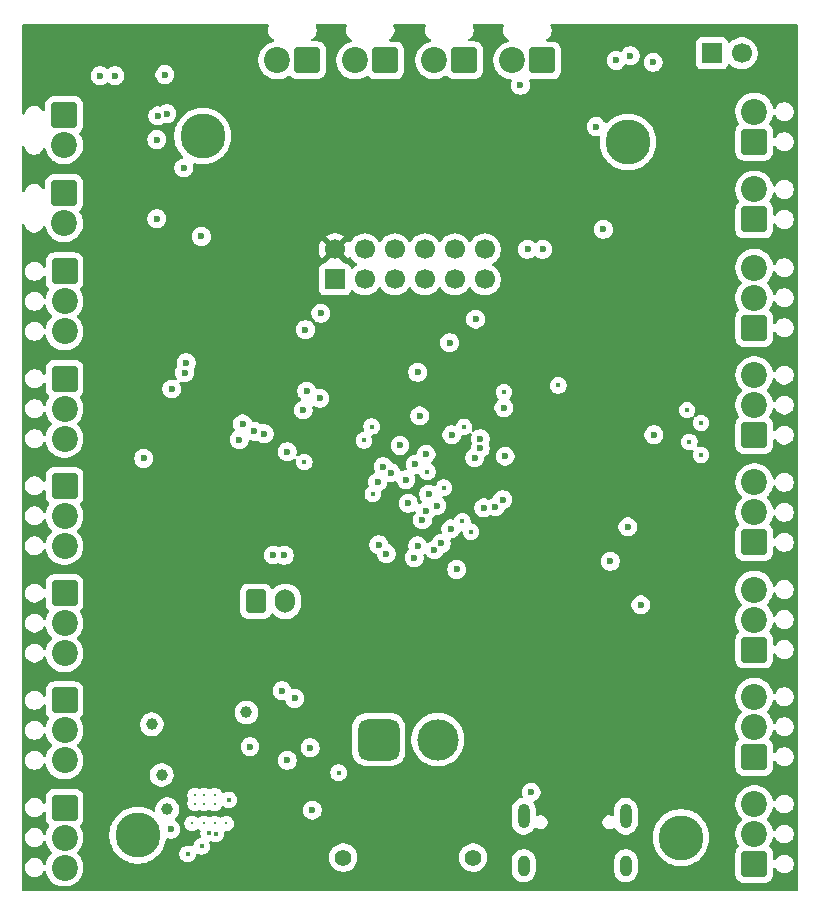
<source format=gbr>
%TF.GenerationSoftware,KiCad,Pcbnew,9.0.4*%
%TF.CreationDate,2025-10-16T14:13:28-04:00*%
%TF.ProjectId,Alpha_Breakout,416c7068-615f-4427-9265-616b6f75742e,rev?*%
%TF.SameCoordinates,Original*%
%TF.FileFunction,Copper,L3,Inr*%
%TF.FilePolarity,Positive*%
%FSLAX46Y46*%
G04 Gerber Fmt 4.6, Leading zero omitted, Abs format (unit mm)*
G04 Created by KiCad (PCBNEW 9.0.4) date 2025-10-16 14:13:28*
%MOMM*%
%LPD*%
G01*
G04 APERTURE LIST*
G04 Aperture macros list*
%AMRoundRect*
0 Rectangle with rounded corners*
0 $1 Rounding radius*
0 $2 $3 $4 $5 $6 $7 $8 $9 X,Y pos of 4 corners*
0 Add a 4 corners polygon primitive as box body*
4,1,4,$2,$3,$4,$5,$6,$7,$8,$9,$2,$3,0*
0 Add four circle primitives for the rounded corners*
1,1,$1+$1,$2,$3*
1,1,$1+$1,$4,$5*
1,1,$1+$1,$6,$7*
1,1,$1+$1,$8,$9*
0 Add four rect primitives between the rounded corners*
20,1,$1+$1,$2,$3,$4,$5,0*
20,1,$1+$1,$4,$5,$6,$7,0*
20,1,$1+$1,$6,$7,$8,$9,0*
20,1,$1+$1,$8,$9,$2,$3,0*%
G04 Aperture macros list end*
%TA.AperFunction,ComponentPad*%
%ADD10RoundRect,0.249999X-0.850001X0.850001X-0.850001X-0.850001X0.850001X-0.850001X0.850001X0.850001X0*%
%TD*%
%TA.AperFunction,ComponentPad*%
%ADD11C,2.200000*%
%TD*%
%TA.AperFunction,ComponentPad*%
%ADD12RoundRect,0.249999X0.850001X-0.850001X0.850001X0.850001X-0.850001X0.850001X-0.850001X-0.850001X0*%
%TD*%
%TA.AperFunction,ComponentPad*%
%ADD13RoundRect,0.249999X0.850001X0.850001X-0.850001X0.850001X-0.850001X-0.850001X0.850001X-0.850001X0*%
%TD*%
%TA.AperFunction,ComponentPad*%
%ADD14C,1.400000*%
%TD*%
%TA.AperFunction,ComponentPad*%
%ADD15RoundRect,0.770000X0.980000X0.980000X-0.980000X0.980000X-0.980000X-0.980000X0.980000X-0.980000X0*%
%TD*%
%TA.AperFunction,ComponentPad*%
%ADD16C,3.500000*%
%TD*%
%TA.AperFunction,ComponentPad*%
%ADD17C,3.800000*%
%TD*%
%TA.AperFunction,ComponentPad*%
%ADD18RoundRect,0.250000X-0.600000X-0.750000X0.600000X-0.750000X0.600000X0.750000X-0.600000X0.750000X0*%
%TD*%
%TA.AperFunction,ComponentPad*%
%ADD19O,1.700000X2.000000*%
%TD*%
%TA.AperFunction,ComponentPad*%
%ADD20R,1.700000X1.700000*%
%TD*%
%TA.AperFunction,ComponentPad*%
%ADD21C,1.700000*%
%TD*%
%TA.AperFunction,ComponentPad*%
%ADD22C,0.300000*%
%TD*%
%TA.AperFunction,HeatsinkPad*%
%ADD23O,1.000000X2.100000*%
%TD*%
%TA.AperFunction,HeatsinkPad*%
%ADD24O,1.000000X1.800000*%
%TD*%
%TA.AperFunction,ViaPad*%
%ADD25C,0.600000*%
%TD*%
%TA.AperFunction,ViaPad*%
%ADD26C,0.400000*%
%TD*%
%TA.AperFunction,ViaPad*%
%ADD27C,1.000000*%
%TD*%
G04 APERTURE END LIST*
D10*
%TO.N,+5V*%
%TO.C,J7*%
X119200000Y-111000000D03*
D11*
%TO.N,CH_05*%
X119200000Y-113540000D03*
%TO.N,GND*%
X119200000Y-116080000D03*
%TD*%
D12*
%TO.N,+5V*%
%TO.C,J12*%
X177600000Y-115780000D03*
D11*
%TO.N,CH_10*%
X177600000Y-113240000D03*
%TO.N,GND*%
X177600000Y-110700000D03*
%TD*%
D12*
%TO.N,+5V*%
%TO.C,J8*%
X177600000Y-124860000D03*
D11*
%TO.N,CH_09*%
X177600000Y-122320000D03*
%TO.N,GND*%
X177600000Y-119780000D03*
%TD*%
D13*
%TO.N,Net-(J18-Pin_1)*%
%TO.C,J18*%
X146340000Y-65900000D03*
D11*
%TO.N,Net-(J18-Pin_2)*%
X143800000Y-65900000D03*
%TD*%
D10*
%TO.N,SW_PWR*%
%TO.C,J26*%
X119160000Y-70535147D03*
D11*
%TO.N,Net-(D5-A)*%
X119160000Y-73075147D03*
%TD*%
D12*
%TO.N,SW_PWR*%
%TO.C,J29*%
X177600000Y-72779288D03*
D11*
%TO.N,Net-(D8-A)*%
X177600000Y-70239288D03*
%TD*%
D14*
%TO.N,*%
%TO.C,J22*%
X153800000Y-133400000D03*
X142800000Y-133400000D03*
D15*
%TO.N,+BATT*%
X145800000Y-123400000D03*
D16*
%TO.N,GND*%
X150800000Y-123400000D03*
%TD*%
D10*
%TO.N,+5V*%
%TO.C,J14*%
X119200000Y-92840000D03*
D11*
%TO.N,CH_03*%
X119200000Y-95380000D03*
%TO.N,GND*%
X119200000Y-97920000D03*
%TD*%
D10*
%TO.N,+5V*%
%TO.C,J10*%
X119200000Y-83760000D03*
D11*
%TO.N,CH_02*%
X119200000Y-86300000D03*
%TO.N,GND*%
X119200000Y-88840000D03*
%TD*%
D10*
%TO.N,SW_PWR*%
%TO.C,J27*%
X119160000Y-77135149D03*
D11*
%TO.N,Net-(D6-A)*%
X119160000Y-79675149D03*
%TD*%
D12*
%TO.N,+5V*%
%TO.C,J16*%
X177600000Y-106700000D03*
D11*
%TO.N,CH_11*%
X177600000Y-104160000D03*
%TO.N,GND*%
X177600000Y-101620000D03*
%TD*%
D17*
%TO.N,N/C*%
%TO.C,H3*%
X171400000Y-131700000D03*
%TD*%
%TO.N,N/C*%
%TO.C,H1*%
X130900000Y-72300000D03*
%TD*%
D12*
%TO.N,SW_PWR*%
%TO.C,J28*%
X177600000Y-79369291D03*
D11*
%TO.N,Net-(D7-A)*%
X177600000Y-76829291D03*
%TD*%
D18*
%TO.N,+BATT*%
%TO.C,J36*%
X135400000Y-111700000D03*
D19*
%TO.N,PYRO_PWR*%
X137900000Y-111700000D03*
%TD*%
D20*
%TO.N,GND*%
%TO.C,J34*%
X174000000Y-65300000D03*
D21*
%TO.N,Net-(J34-Pin_2)*%
X176540000Y-65300000D03*
%TD*%
D17*
%TO.N,N/C*%
%TO.C,H2*%
X166900000Y-72800000D03*
%TD*%
D12*
%TO.N,+5V*%
%TO.C,J9*%
X177600000Y-88540000D03*
D11*
%TO.N,CH_13*%
X177600000Y-86000000D03*
%TO.N,GND*%
X177600000Y-83460000D03*
%TD*%
D22*
%TO.N,N/C*%
%TO.C,PS1*%
X130250000Y-128123000D03*
X131000000Y-128123000D03*
X131900000Y-128123000D03*
X130250000Y-128823000D03*
X131000000Y-128823000D03*
X131900000Y-128823000D03*
X130000000Y-130500000D03*
X131000000Y-130500000D03*
X131900000Y-130500000D03*
X132900000Y-130500000D03*
%TD*%
D23*
%TO.N,GND*%
%TO.C,J2*%
X158085000Y-129900000D03*
D24*
X158085000Y-134080000D03*
D23*
X166725000Y-129900000D03*
D24*
X166725000Y-134080000D03*
%TD*%
D12*
%TO.N,+5V*%
%TO.C,J5*%
X177600000Y-97620000D03*
D11*
%TO.N,CH_12*%
X177600000Y-95080000D03*
%TO.N,GND*%
X177600000Y-92540000D03*
%TD*%
D10*
%TO.N,+5V*%
%TO.C,J3*%
X119200000Y-101920000D03*
D11*
%TO.N,CH_04*%
X119200000Y-104460000D03*
%TO.N,GND*%
X119200000Y-107000000D03*
%TD*%
D13*
%TO.N,Net-(J19-Pin_1)*%
%TO.C,J19*%
X139750000Y-65890000D03*
D11*
%TO.N,Net-(J19-Pin_2)*%
X137210000Y-65890000D03*
%TD*%
D13*
%TO.N,Net-(J20-Pin_1)*%
%TO.C,J20*%
X153040000Y-65890000D03*
D11*
%TO.N,Net-(J20-Pin_2)*%
X150500000Y-65890000D03*
%TD*%
D13*
%TO.N,Net-(J21-Pin_1)*%
%TO.C,J21*%
X159640000Y-65900000D03*
D11*
%TO.N,Net-(J21-Pin_2)*%
X157100000Y-65900000D03*
%TD*%
D20*
%TO.N,+5V*%
%TO.C,J35*%
X142080000Y-84440000D03*
D21*
%TO.N,+3.3V*%
X142080000Y-81900000D03*
%TO.N,/Breakout/PB3*%
X144620000Y-84440000D03*
%TO.N,/Breakout/PB9*%
X144620000Y-81900000D03*
%TO.N,/Breakout/PB4*%
X147159999Y-84440000D03*
%TO.N,/Breakout/PA13*%
X147160000Y-81900000D03*
%TO.N,/Breakout/PB5*%
X149700000Y-84440000D03*
%TO.N,/Breakout/PA14*%
X149700000Y-81900000D03*
%TO.N,/Breakout/PB8*%
X152240000Y-84440000D03*
%TO.N,/Breakout/PA15*%
X152240000Y-81900000D03*
%TO.N,GND*%
X154780000Y-84440000D03*
X154780000Y-81900000D03*
%TD*%
D17*
%TO.N,N/C*%
%TO.C,H4*%
X125400000Y-131500000D03*
%TD*%
D12*
%TO.N,+5V*%
%TO.C,J4*%
X177600000Y-133940000D03*
D11*
%TO.N,CH_08*%
X177600000Y-131400000D03*
%TO.N,GND*%
X177600000Y-128860000D03*
%TD*%
D10*
%TO.N,+5V*%
%TO.C,J15*%
X119200000Y-129160000D03*
D11*
%TO.N,CH_07*%
X119200000Y-131700000D03*
%TO.N,GND*%
X119200000Y-134240000D03*
%TD*%
D10*
%TO.N,+5V*%
%TO.C,J11*%
X119200000Y-120080000D03*
D11*
%TO.N,CH_06*%
X119200000Y-122620000D03*
%TO.N,GND*%
X119200000Y-125160000D03*
%TD*%
D25*
%TO.N,FB*%
X140175000Y-129375000D03*
D26*
X132000000Y-131363000D03*
D25*
%TO.N,+5V*%
X138679442Y-119920558D03*
X127700000Y-67100000D03*
X134900000Y-124000000D03*
%TO.N,/prog/USB_RX*%
X148800000Y-108000000D03*
X148300000Y-103400000D03*
X152400000Y-109000000D03*
X146800000Y-100800000D03*
D26*
%TO.N,Net-(PS1-FB)*%
X131401419Y-131321739D03*
X129622589Y-133077868D03*
D25*
%TO.N,/prog/USB_TX*%
X145700000Y-101600000D03*
X148900000Y-100100000D03*
X149807578Y-99223694D03*
D26*
%TO.N,Net-(U1-BOOT0)*%
X145203554Y-96896446D03*
X144542547Y-98062382D03*
D25*
%TO.N,/stm32f1/SPI1_MISO*%
X154691942Y-103791942D03*
X136100000Y-97500000D03*
X149500000Y-104800000D03*
%TO.N,/stm32f1/SPI1_MOSI*%
X149815136Y-104064682D03*
X156283884Y-103083884D03*
X138060847Y-99039153D03*
%TO.N,Net-(J23-Pin_1)*%
X123472501Y-67200000D03*
X127876116Y-70405970D03*
%TO.N,Net-(J23-Pin_2)*%
X127100000Y-70600000D03*
X122222501Y-67200000D03*
%TO.N,Net-(C31-Pad1)*%
X128200000Y-131000000D03*
X140000000Y-124100000D03*
D27*
%TO.N,Net-(C31-Pad2)*%
X127900000Y-129300000D03*
X126600000Y-122100000D03*
D25*
%TO.N,/ADCs/SDA*%
X149279000Y-96000000D03*
X146175303Y-100300242D03*
X147600000Y-98500000D03*
D26*
X139500000Y-99900000D03*
D25*
%TO.N,/RS-485/TX_RS485*%
X146447767Y-107655772D03*
X129500000Y-91500000D03*
%TO.N,/stm32f1/SPI1_SCK*%
X151100000Y-106800000D03*
X135276347Y-97304414D03*
%TO.N,/Accelerometer/ACC_SCL*%
X165900000Y-65900000D03*
D26*
X151314674Y-102075000D03*
D25*
%TO.N,/RS-485/DIR_RS485*%
X150518106Y-107349000D03*
X156500000Y-99400000D03*
X156400000Y-95300000D03*
D26*
X156400000Y-93975000D03*
%TO.N,Net-(D9-K)*%
X145300000Y-102600000D03*
%TO.N,Net-(U8-T-)*%
X173100000Y-99300000D03*
X173100000Y-96600000D03*
X172100000Y-98200000D03*
%TO.N,en*%
X142400000Y-126200000D03*
X130800000Y-132448000D03*
D25*
%TO.N,Net-(J18-Pin_2)*%
X139600000Y-88700000D03*
D26*
%TO.N,Net-(PS1-VBST)*%
X133100000Y-128500000D03*
D25*
X138050000Y-125150000D03*
%TO.N,/stm32f1/TC2_CS*%
X150700000Y-103600000D03*
X155673145Y-103704015D03*
%TO.N,/stm32f1/TC3_CS*%
X134000000Y-98000000D03*
X145800000Y-106900000D03*
%TO.N,/stm32f1/TC1_CS*%
X151910327Y-105563881D03*
X134272463Y-96679414D03*
%TO.N,USB_V+*%
X158700000Y-127844000D03*
X137613131Y-119270754D03*
D27*
%TO.N,BATT_V+*%
X127425000Y-126400000D03*
X134600000Y-121100000D03*
D25*
%TO.N,Net-(J18-Pin_1)*%
X140800000Y-94500000D03*
%TO.N,Net-(J19-Pin_2)*%
X125900000Y-99600000D03*
%TO.N,Net-(J19-Pin_1)*%
X128275828Y-93718783D03*
%TO.N,Net-(J20-Pin_1)*%
X154000000Y-87800000D03*
%TO.N,Net-(J20-Pin_2)*%
X151800000Y-89800000D03*
D26*
%TO.N,Net-(J21-Pin_2)*%
X171900000Y-95500000D03*
D25*
%TO.N,Net-(J21-Pin_1)*%
X169100000Y-97600000D03*
%TO.N,SCL_5V*%
X137800000Y-107800000D03*
X166900000Y-105400000D03*
%TO.N,SDA_5V*%
X136858058Y-107775000D03*
X165400000Y-108300000D03*
%TO.N,/ADS1231/LC_DRDY{slash}DOUT*%
X152000000Y-97600000D03*
D26*
X161000000Y-93418785D03*
D25*
%TO.N,/Accelerometer/ACC_SDA*%
X167100000Y-65499000D03*
X150028768Y-102628768D03*
%TO.N,/RS-485/RX_RS485*%
X149100000Y-107000000D03*
X129358058Y-92341942D03*
%TO.N,/Solenoids/S1*%
X127016000Y-72600000D03*
X139700000Y-93900000D03*
X129300000Y-75000000D03*
X148100000Y-101400000D03*
%TO.N,/Solenoids/S2*%
X140900000Y-87300000D03*
X149100490Y-92300490D03*
X127016000Y-79300000D03*
D26*
X153021232Y-96921232D03*
D25*
X130791942Y-80808058D03*
X153929379Y-99529379D03*
%TO.N,/Solenoids/S3*%
X164825000Y-80200000D03*
X154400000Y-98723877D03*
%TO.N,/Solenoids/S4*%
X154400000Y-97923874D03*
X164200000Y-71500000D03*
%TO.N,Net-(J30-Pin_2)*%
X159700000Y-81900000D03*
X169033086Y-66066914D03*
%TO.N,Net-(J30-Pin_3)*%
X158400000Y-81900000D03*
X157800000Y-68000000D03*
%TO.N,/Pyro/PYRO1*%
X139405001Y-95500000D03*
D26*
X149907577Y-100724000D03*
%TO.N,/Hardware_Safe/BW1*%
X153600000Y-105800000D03*
D25*
X168000000Y-112000000D03*
D26*
X152887104Y-104912896D03*
%TD*%
%TA.AperFunction,Conductor*%
%TO.N,+3.3V*%
G36*
X143195270Y-82661717D02*
G01*
X143195270Y-82661716D01*
X143234622Y-82607555D01*
X143239232Y-82598507D01*
X143287205Y-82547709D01*
X143355025Y-82530912D01*
X143421161Y-82553447D01*
X143460204Y-82598504D01*
X143464949Y-82607817D01*
X143589890Y-82779786D01*
X143740213Y-82930109D01*
X143912182Y-83055050D01*
X143920946Y-83059516D01*
X143971742Y-83107491D01*
X143988536Y-83175312D01*
X143965998Y-83241447D01*
X143920946Y-83280484D01*
X143912182Y-83284949D01*
X143740215Y-83409889D01*
X143626673Y-83523431D01*
X143565350Y-83556915D01*
X143495658Y-83551931D01*
X143439725Y-83510059D01*
X143422810Y-83479082D01*
X143373797Y-83347671D01*
X143373793Y-83347664D01*
X143287547Y-83232455D01*
X143287544Y-83232452D01*
X143172335Y-83146206D01*
X143172328Y-83146202D01*
X143037482Y-83095908D01*
X143037483Y-83095908D01*
X142977883Y-83089501D01*
X142977881Y-83089500D01*
X142977873Y-83089500D01*
X142977865Y-83089500D01*
X142967309Y-83089500D01*
X142900270Y-83069815D01*
X142879628Y-83053181D01*
X142209408Y-82382962D01*
X142272993Y-82365925D01*
X142387007Y-82300099D01*
X142480099Y-82207007D01*
X142545925Y-82092993D01*
X142562962Y-82029408D01*
X143195270Y-82661717D01*
G37*
%TD.AperFunction*%
%TA.AperFunction,Conductor*%
G36*
X136448472Y-62830186D02*
G01*
X136494227Y-62882990D01*
X136504171Y-62952148D01*
X136495994Y-62981953D01*
X136440264Y-63116498D01*
X136440261Y-63116510D01*
X136409500Y-63271153D01*
X136409500Y-63428846D01*
X136440261Y-63583489D01*
X136440264Y-63583501D01*
X136500602Y-63729172D01*
X136500609Y-63729185D01*
X136588210Y-63860288D01*
X136588213Y-63860292D01*
X136699707Y-63971786D01*
X136699711Y-63971789D01*
X136830814Y-64059390D01*
X136830821Y-64059394D01*
X136896524Y-64086609D01*
X136950926Y-64130447D01*
X136972992Y-64196741D01*
X136955714Y-64264441D01*
X136904577Y-64312052D01*
X136868472Y-64323642D01*
X136835211Y-64328910D01*
X136595616Y-64406760D01*
X136371151Y-64521132D01*
X136167350Y-64669201D01*
X136167345Y-64669205D01*
X135989205Y-64847345D01*
X135989201Y-64847350D01*
X135841132Y-65051151D01*
X135726760Y-65275616D01*
X135671683Y-65445127D01*
X135648910Y-65515215D01*
X135609500Y-65764038D01*
X135609500Y-66015962D01*
X135643833Y-66232731D01*
X135648910Y-66264785D01*
X135726760Y-66504383D01*
X135841132Y-66728848D01*
X135989201Y-66932649D01*
X135989205Y-66932654D01*
X136167345Y-67110794D01*
X136167350Y-67110798D01*
X136309219Y-67213871D01*
X136371155Y-67258870D01*
X136514184Y-67331747D01*
X136595616Y-67373239D01*
X136595618Y-67373239D01*
X136595621Y-67373241D01*
X136835215Y-67451090D01*
X137084038Y-67490500D01*
X137084039Y-67490500D01*
X137335961Y-67490500D01*
X137335962Y-67490500D01*
X137584785Y-67451090D01*
X137824379Y-67373241D01*
X138048845Y-67258870D01*
X138141936Y-67191234D01*
X138207742Y-67167754D01*
X138275796Y-67183579D01*
X138302503Y-67203871D01*
X138307288Y-67208656D01*
X138431344Y-67332712D01*
X138580665Y-67424814D01*
X138747202Y-67479999D01*
X138849990Y-67490500D01*
X138849995Y-67490500D01*
X140650005Y-67490500D01*
X140650010Y-67490500D01*
X140752798Y-67479999D01*
X140919335Y-67424814D01*
X141068656Y-67332712D01*
X141192712Y-67208656D01*
X141284814Y-67059335D01*
X141339999Y-66892798D01*
X141350500Y-66790010D01*
X141350500Y-64989990D01*
X141339999Y-64887202D01*
X141284814Y-64720665D01*
X141192712Y-64571344D01*
X141068656Y-64447288D01*
X140919335Y-64355186D01*
X140752798Y-64300001D01*
X140752796Y-64300000D01*
X140650017Y-64289500D01*
X140650010Y-64289500D01*
X140193575Y-64289500D01*
X140126536Y-64269815D01*
X140080781Y-64217011D01*
X140070837Y-64147853D01*
X140099862Y-64084297D01*
X140124684Y-64062398D01*
X140208786Y-64006202D01*
X140260289Y-63971789D01*
X140371789Y-63860289D01*
X140459394Y-63729179D01*
X140519737Y-63583497D01*
X140550500Y-63428842D01*
X140550500Y-63271158D01*
X140550500Y-63271155D01*
X140550499Y-63271153D01*
X140519737Y-63116503D01*
X140519735Y-63116498D01*
X140464006Y-62981953D01*
X140456537Y-62912484D01*
X140487813Y-62850005D01*
X140547902Y-62814353D01*
X140578567Y-62810501D01*
X142975576Y-62810501D01*
X143042615Y-62830186D01*
X143088370Y-62882990D01*
X143098314Y-62952148D01*
X143090137Y-62981954D01*
X143030263Y-63126502D01*
X143030261Y-63126510D01*
X142999500Y-63281153D01*
X142999500Y-63438846D01*
X143030261Y-63593489D01*
X143030264Y-63593501D01*
X143090602Y-63739172D01*
X143090609Y-63739185D01*
X143178210Y-63870288D01*
X143178213Y-63870292D01*
X143289707Y-63981786D01*
X143289711Y-63981789D01*
X143420814Y-64069390D01*
X143420821Y-64069394D01*
X143486524Y-64096609D01*
X143540926Y-64140447D01*
X143562992Y-64206741D01*
X143545714Y-64274441D01*
X143494577Y-64322052D01*
X143458472Y-64333642D01*
X143425211Y-64338910D01*
X143185616Y-64416760D01*
X142961151Y-64531132D01*
X142757350Y-64679201D01*
X142757345Y-64679205D01*
X142579205Y-64857345D01*
X142579201Y-64857350D01*
X142431132Y-65061151D01*
X142316760Y-65285616D01*
X142238910Y-65525214D01*
X142238910Y-65525215D01*
X142199500Y-65774038D01*
X142199500Y-66025962D01*
X142231254Y-66226445D01*
X142238910Y-66274785D01*
X142316760Y-66514383D01*
X142386116Y-66650500D01*
X142426036Y-66728848D01*
X142431132Y-66738848D01*
X142579201Y-66942649D01*
X142579205Y-66942654D01*
X142757345Y-67120794D01*
X142757350Y-67120798D01*
X142899094Y-67223780D01*
X142961155Y-67268870D01*
X143086448Y-67332710D01*
X143185616Y-67383239D01*
X143185618Y-67383239D01*
X143185621Y-67383241D01*
X143425215Y-67461090D01*
X143674038Y-67500500D01*
X143674039Y-67500500D01*
X143925961Y-67500500D01*
X143925962Y-67500500D01*
X144174785Y-67461090D01*
X144414379Y-67383241D01*
X144638845Y-67268870D01*
X144731936Y-67201234D01*
X144797742Y-67177754D01*
X144865796Y-67193579D01*
X144892503Y-67213871D01*
X144897288Y-67218656D01*
X145021344Y-67342712D01*
X145170665Y-67434814D01*
X145337202Y-67489999D01*
X145439990Y-67500500D01*
X145439995Y-67500500D01*
X147240005Y-67500500D01*
X147240010Y-67500500D01*
X147342798Y-67489999D01*
X147509335Y-67434814D01*
X147658656Y-67342712D01*
X147782712Y-67218656D01*
X147874814Y-67069335D01*
X147929999Y-66902798D01*
X147940500Y-66800010D01*
X147940500Y-64999990D01*
X147929999Y-64897202D01*
X147874814Y-64730665D01*
X147782712Y-64581344D01*
X147658656Y-64457288D01*
X147538915Y-64383431D01*
X147509337Y-64365187D01*
X147509332Y-64365185D01*
X147479154Y-64355185D01*
X147342798Y-64310001D01*
X147342796Y-64310000D01*
X147240017Y-64299500D01*
X147240010Y-64299500D01*
X146783575Y-64299500D01*
X146716536Y-64279815D01*
X146670781Y-64227011D01*
X146660837Y-64157853D01*
X146689862Y-64094297D01*
X146714684Y-64072398D01*
X146813752Y-64006202D01*
X146850289Y-63981789D01*
X146961789Y-63870289D01*
X147049394Y-63739179D01*
X147109737Y-63593497D01*
X147140500Y-63438842D01*
X147140500Y-63281158D01*
X147140500Y-63281155D01*
X147140499Y-63281153D01*
X147109738Y-63126510D01*
X147109737Y-63126503D01*
X147049862Y-62981953D01*
X147042394Y-62912484D01*
X147073669Y-62850005D01*
X147133758Y-62814353D01*
X147164424Y-62810501D01*
X149671433Y-62810501D01*
X149738472Y-62830186D01*
X149784227Y-62882990D01*
X149794171Y-62952148D01*
X149785994Y-62981953D01*
X149730264Y-63116498D01*
X149730261Y-63116510D01*
X149699500Y-63271153D01*
X149699500Y-63428846D01*
X149730261Y-63583489D01*
X149730264Y-63583501D01*
X149790602Y-63729172D01*
X149790609Y-63729185D01*
X149878210Y-63860288D01*
X149878213Y-63860292D01*
X149989707Y-63971786D01*
X149989711Y-63971789D01*
X150120814Y-64059390D01*
X150120821Y-64059394D01*
X150186524Y-64086609D01*
X150240926Y-64130447D01*
X150262992Y-64196741D01*
X150245714Y-64264441D01*
X150194577Y-64312052D01*
X150158472Y-64323642D01*
X150125211Y-64328910D01*
X149885616Y-64406760D01*
X149661151Y-64521132D01*
X149457350Y-64669201D01*
X149457345Y-64669205D01*
X149279205Y-64847345D01*
X149279201Y-64847350D01*
X149131132Y-65051151D01*
X149016760Y-65275616D01*
X148961683Y-65445127D01*
X148938910Y-65515215D01*
X148899500Y-65764038D01*
X148899500Y-66015962D01*
X148933833Y-66232731D01*
X148938910Y-66264785D01*
X149016760Y-66504383D01*
X149131132Y-66728848D01*
X149279201Y-66932649D01*
X149279205Y-66932654D01*
X149457345Y-67110794D01*
X149457350Y-67110798D01*
X149599219Y-67213871D01*
X149661155Y-67258870D01*
X149804184Y-67331747D01*
X149885616Y-67373239D01*
X149885618Y-67373239D01*
X149885621Y-67373241D01*
X150125215Y-67451090D01*
X150374038Y-67490500D01*
X150374039Y-67490500D01*
X150625961Y-67490500D01*
X150625962Y-67490500D01*
X150874785Y-67451090D01*
X151114379Y-67373241D01*
X151338845Y-67258870D01*
X151431936Y-67191234D01*
X151497742Y-67167754D01*
X151565796Y-67183579D01*
X151592503Y-67203871D01*
X151597288Y-67208656D01*
X151721344Y-67332712D01*
X151870665Y-67424814D01*
X152037202Y-67479999D01*
X152139990Y-67490500D01*
X152139995Y-67490500D01*
X153940005Y-67490500D01*
X153940010Y-67490500D01*
X154042798Y-67479999D01*
X154209335Y-67424814D01*
X154358656Y-67332712D01*
X154482712Y-67208656D01*
X154574814Y-67059335D01*
X154629999Y-66892798D01*
X154640500Y-66790010D01*
X154640500Y-64989990D01*
X154629999Y-64887202D01*
X154574814Y-64720665D01*
X154482712Y-64571344D01*
X154358656Y-64447288D01*
X154209335Y-64355186D01*
X154042798Y-64300001D01*
X154042796Y-64300000D01*
X153940017Y-64289500D01*
X153940010Y-64289500D01*
X153483575Y-64289500D01*
X153416536Y-64269815D01*
X153370781Y-64217011D01*
X153360837Y-64147853D01*
X153389862Y-64084297D01*
X153414684Y-64062398D01*
X153498786Y-64006202D01*
X153550289Y-63971789D01*
X153661789Y-63860289D01*
X153749394Y-63729179D01*
X153809737Y-63583497D01*
X153840500Y-63428842D01*
X153840500Y-63271158D01*
X153840500Y-63271155D01*
X153840499Y-63271153D01*
X153809737Y-63116503D01*
X153809735Y-63116498D01*
X153754006Y-62981953D01*
X153746537Y-62912484D01*
X153777813Y-62850005D01*
X153837902Y-62814353D01*
X153868567Y-62810501D01*
X156275576Y-62810501D01*
X156342615Y-62830186D01*
X156388370Y-62882990D01*
X156398314Y-62952148D01*
X156390137Y-62981954D01*
X156330263Y-63126502D01*
X156330261Y-63126510D01*
X156299500Y-63281153D01*
X156299500Y-63438846D01*
X156330261Y-63593489D01*
X156330264Y-63593501D01*
X156390602Y-63739172D01*
X156390609Y-63739185D01*
X156478210Y-63870288D01*
X156478213Y-63870292D01*
X156589707Y-63981786D01*
X156589711Y-63981789D01*
X156720814Y-64069390D01*
X156720821Y-64069394D01*
X156786524Y-64096609D01*
X156840926Y-64140447D01*
X156862992Y-64206741D01*
X156845714Y-64274441D01*
X156794577Y-64322052D01*
X156758472Y-64333642D01*
X156725211Y-64338910D01*
X156485616Y-64416760D01*
X156261151Y-64531132D01*
X156057350Y-64679201D01*
X156057345Y-64679205D01*
X155879205Y-64857345D01*
X155879201Y-64857350D01*
X155731132Y-65061151D01*
X155616760Y-65285616D01*
X155538910Y-65525214D01*
X155538910Y-65525215D01*
X155499500Y-65774038D01*
X155499500Y-66025962D01*
X155531254Y-66226445D01*
X155538910Y-66274785D01*
X155616760Y-66514383D01*
X155686116Y-66650500D01*
X155726036Y-66728848D01*
X155731132Y-66738848D01*
X155879201Y-66942649D01*
X155879205Y-66942654D01*
X156057345Y-67120794D01*
X156057350Y-67120798D01*
X156199094Y-67223780D01*
X156261155Y-67268870D01*
X156386448Y-67332710D01*
X156485616Y-67383239D01*
X156485618Y-67383239D01*
X156485621Y-67383241D01*
X156725215Y-67461090D01*
X156974038Y-67500500D01*
X156974041Y-67500500D01*
X156974843Y-67500627D01*
X157037978Y-67530556D01*
X157074909Y-67589868D01*
X157073911Y-67659730D01*
X157070006Y-67670552D01*
X157030264Y-67766498D01*
X157030261Y-67766510D01*
X156999500Y-67921153D01*
X156999500Y-68078846D01*
X157030261Y-68233489D01*
X157030264Y-68233501D01*
X157090602Y-68379172D01*
X157090609Y-68379185D01*
X157178210Y-68510288D01*
X157178213Y-68510292D01*
X157289707Y-68621786D01*
X157289711Y-68621789D01*
X157420814Y-68709390D01*
X157420827Y-68709397D01*
X157566498Y-68769735D01*
X157566503Y-68769737D01*
X157721153Y-68800499D01*
X157721156Y-68800500D01*
X157721158Y-68800500D01*
X157878844Y-68800500D01*
X157878845Y-68800499D01*
X158033497Y-68769737D01*
X158179179Y-68709394D01*
X158310289Y-68621789D01*
X158421789Y-68510289D01*
X158509394Y-68379179D01*
X158569737Y-68233497D01*
X158600500Y-68078842D01*
X158600500Y-67921158D01*
X158600500Y-67921155D01*
X158600499Y-67921153D01*
X158580734Y-67821789D01*
X158569737Y-67766503D01*
X158526661Y-67662507D01*
X158519192Y-67593038D01*
X158550467Y-67530559D01*
X158610556Y-67494907D01*
X158653823Y-67491697D01*
X158739990Y-67500500D01*
X158739995Y-67500500D01*
X160540005Y-67500500D01*
X160540010Y-67500500D01*
X160642798Y-67489999D01*
X160809335Y-67434814D01*
X160958656Y-67342712D01*
X161082712Y-67218656D01*
X161174814Y-67069335D01*
X161229999Y-66902798D01*
X161240500Y-66800010D01*
X161240500Y-65821153D01*
X165099500Y-65821153D01*
X165099500Y-65978846D01*
X165130261Y-66133489D01*
X165130264Y-66133501D01*
X165190602Y-66279172D01*
X165190609Y-66279185D01*
X165278210Y-66410288D01*
X165278213Y-66410292D01*
X165389707Y-66521786D01*
X165389711Y-66521789D01*
X165520814Y-66609390D01*
X165520827Y-66609397D01*
X165620060Y-66650500D01*
X165666503Y-66669737D01*
X165791075Y-66694516D01*
X165821153Y-66700499D01*
X165821156Y-66700500D01*
X165821158Y-66700500D01*
X165978844Y-66700500D01*
X165978845Y-66700499D01*
X166133497Y-66669737D01*
X166246166Y-66623067D01*
X166279172Y-66609397D01*
X166279172Y-66609396D01*
X166279179Y-66609394D01*
X166410289Y-66521789D01*
X166521789Y-66410289D01*
X166609394Y-66279179D01*
X166609393Y-66279179D01*
X166612779Y-66274113D01*
X166614658Y-66275369D01*
X166656512Y-66232731D01*
X166724644Y-66217245D01*
X166764399Y-66226444D01*
X166866503Y-66268737D01*
X167021153Y-66299499D01*
X167021156Y-66299500D01*
X167021158Y-66299500D01*
X167178844Y-66299500D01*
X167178845Y-66299499D01*
X167333497Y-66268737D01*
X167479179Y-66208394D01*
X167610289Y-66120789D01*
X167721789Y-66009289D01*
X167735969Y-65988067D01*
X168232586Y-65988067D01*
X168232586Y-66145760D01*
X168263347Y-66300403D01*
X168263350Y-66300415D01*
X168323688Y-66446086D01*
X168323695Y-66446099D01*
X168411296Y-66577202D01*
X168411299Y-66577206D01*
X168522793Y-66688700D01*
X168522797Y-66688703D01*
X168653900Y-66776304D01*
X168653913Y-66776311D01*
X168761386Y-66820827D01*
X168799589Y-66836651D01*
X168949639Y-66866498D01*
X168954239Y-66867413D01*
X168954242Y-66867414D01*
X168954244Y-66867414D01*
X169111930Y-66867414D01*
X169111931Y-66867413D01*
X169266583Y-66836651D01*
X169412265Y-66776308D01*
X169543375Y-66688703D01*
X169654875Y-66577203D01*
X169742480Y-66446093D01*
X169802823Y-66300411D01*
X169833586Y-66145756D01*
X169833586Y-65988072D01*
X169833586Y-65988069D01*
X169833585Y-65988067D01*
X169831750Y-65978842D01*
X169802823Y-65833417D01*
X169778228Y-65774038D01*
X169742483Y-65687741D01*
X169742476Y-65687728D01*
X169654875Y-65556625D01*
X169654872Y-65556621D01*
X169543378Y-65445127D01*
X169543374Y-65445124D01*
X169412271Y-65357523D01*
X169412258Y-65357516D01*
X169266587Y-65297178D01*
X169266575Y-65297175D01*
X169111931Y-65266414D01*
X169111928Y-65266414D01*
X168954244Y-65266414D01*
X168954241Y-65266414D01*
X168799596Y-65297175D01*
X168799584Y-65297178D01*
X168653913Y-65357516D01*
X168653900Y-65357523D01*
X168522797Y-65445124D01*
X168522793Y-65445127D01*
X168411299Y-65556621D01*
X168411296Y-65556625D01*
X168323695Y-65687728D01*
X168323688Y-65687741D01*
X168263350Y-65833412D01*
X168263347Y-65833424D01*
X168232586Y-65988067D01*
X167735969Y-65988067D01*
X167809394Y-65878179D01*
X167869737Y-65732497D01*
X167900500Y-65577842D01*
X167900500Y-65420158D01*
X167900500Y-65420155D01*
X167900499Y-65420153D01*
X167888040Y-65357520D01*
X167869737Y-65265503D01*
X167838714Y-65190606D01*
X167809397Y-65119827D01*
X167809390Y-65119814D01*
X167721789Y-64988711D01*
X167721786Y-64988707D01*
X167610292Y-64877213D01*
X167610288Y-64877210D01*
X167479185Y-64789609D01*
X167479172Y-64789602D01*
X167333501Y-64729264D01*
X167333489Y-64729261D01*
X167178845Y-64698500D01*
X167178842Y-64698500D01*
X167021158Y-64698500D01*
X167021155Y-64698500D01*
X166866510Y-64729261D01*
X166866498Y-64729264D01*
X166720827Y-64789602D01*
X166720814Y-64789609D01*
X166589711Y-64877210D01*
X166589707Y-64877213D01*
X166478213Y-64988707D01*
X166478210Y-64988711D01*
X166387221Y-65124886D01*
X166385355Y-65123639D01*
X166343402Y-65166315D01*
X166275258Y-65181748D01*
X166235598Y-65172554D01*
X166133501Y-65130264D01*
X166133489Y-65130261D01*
X165978845Y-65099500D01*
X165978842Y-65099500D01*
X165821158Y-65099500D01*
X165821155Y-65099500D01*
X165666510Y-65130261D01*
X165666498Y-65130264D01*
X165520827Y-65190602D01*
X165520814Y-65190609D01*
X165389711Y-65278210D01*
X165389707Y-65278213D01*
X165278213Y-65389707D01*
X165278210Y-65389711D01*
X165190609Y-65520814D01*
X165190602Y-65520827D01*
X165130264Y-65666498D01*
X165130261Y-65666510D01*
X165099500Y-65821153D01*
X161240500Y-65821153D01*
X161240500Y-64999990D01*
X161229999Y-64897202D01*
X161174814Y-64730665D01*
X161082712Y-64581344D01*
X160958656Y-64457288D01*
X160869239Y-64402135D01*
X172649500Y-64402135D01*
X172649500Y-66197870D01*
X172649501Y-66197876D01*
X172655908Y-66257483D01*
X172706202Y-66392328D01*
X172706206Y-66392335D01*
X172792452Y-66507544D01*
X172792455Y-66507547D01*
X172907664Y-66593793D01*
X172907671Y-66593797D01*
X173042517Y-66644091D01*
X173042516Y-66644091D01*
X173049444Y-66644835D01*
X173102127Y-66650500D01*
X174897872Y-66650499D01*
X174957483Y-66644091D01*
X175092331Y-66593796D01*
X175207546Y-66507546D01*
X175293796Y-66392331D01*
X175342810Y-66260916D01*
X175384681Y-66204984D01*
X175450145Y-66180566D01*
X175518418Y-66195417D01*
X175546673Y-66216569D01*
X175660213Y-66330109D01*
X175832179Y-66455048D01*
X175832181Y-66455049D01*
X175832184Y-66455051D01*
X176021588Y-66551557D01*
X176223757Y-66617246D01*
X176433713Y-66650500D01*
X176433714Y-66650500D01*
X176646286Y-66650500D01*
X176646287Y-66650500D01*
X176856243Y-66617246D01*
X177058412Y-66551557D01*
X177247816Y-66455051D01*
X177309426Y-66410289D01*
X177419786Y-66330109D01*
X177419788Y-66330106D01*
X177419792Y-66330104D01*
X177570104Y-66179792D01*
X177570106Y-66179788D01*
X177570109Y-66179786D01*
X177695048Y-66007820D01*
X177695047Y-66007820D01*
X177695051Y-66007816D01*
X177791557Y-65818412D01*
X177857246Y-65616243D01*
X177890500Y-65406287D01*
X177890500Y-65193713D01*
X177857246Y-64983757D01*
X177791557Y-64781588D01*
X177695051Y-64592184D01*
X177695049Y-64592181D01*
X177695048Y-64592179D01*
X177570109Y-64420213D01*
X177419786Y-64269890D01*
X177247820Y-64144951D01*
X177058414Y-64048444D01*
X177058413Y-64048443D01*
X177058412Y-64048443D01*
X176856243Y-63982754D01*
X176856241Y-63982753D01*
X176856240Y-63982753D01*
X176694957Y-63957208D01*
X176646287Y-63949500D01*
X176433713Y-63949500D01*
X176385042Y-63957208D01*
X176223760Y-63982753D01*
X176021585Y-64048444D01*
X175832179Y-64144951D01*
X175660215Y-64269889D01*
X175546673Y-64383431D01*
X175485350Y-64416915D01*
X175415658Y-64411931D01*
X175359725Y-64370059D01*
X175342810Y-64339082D01*
X175293797Y-64207671D01*
X175293793Y-64207664D01*
X175207547Y-64092455D01*
X175207544Y-64092452D01*
X175092335Y-64006206D01*
X175092328Y-64006202D01*
X174957482Y-63955908D01*
X174957483Y-63955908D01*
X174897883Y-63949501D01*
X174897881Y-63949500D01*
X174897873Y-63949500D01*
X174897864Y-63949500D01*
X173102129Y-63949500D01*
X173102123Y-63949501D01*
X173042516Y-63955908D01*
X172907671Y-64006202D01*
X172907664Y-64006206D01*
X172792455Y-64092452D01*
X172792452Y-64092455D01*
X172706206Y-64207664D01*
X172706202Y-64207671D01*
X172655908Y-64342517D01*
X172649501Y-64402116D01*
X172649500Y-64402135D01*
X160869239Y-64402135D01*
X160838915Y-64383431D01*
X160809337Y-64365187D01*
X160809332Y-64365185D01*
X160779154Y-64355185D01*
X160642798Y-64310001D01*
X160642796Y-64310000D01*
X160540017Y-64299500D01*
X160540010Y-64299500D01*
X160083575Y-64299500D01*
X160016536Y-64279815D01*
X159970781Y-64227011D01*
X159960837Y-64157853D01*
X159989862Y-64094297D01*
X160014684Y-64072398D01*
X160113752Y-64006202D01*
X160150289Y-63981789D01*
X160261789Y-63870289D01*
X160349394Y-63739179D01*
X160409737Y-63593497D01*
X160440500Y-63438842D01*
X160440500Y-63281158D01*
X160440500Y-63281155D01*
X160440499Y-63281153D01*
X160409738Y-63126510D01*
X160409737Y-63126503D01*
X160349862Y-62981953D01*
X160342394Y-62912484D01*
X160373669Y-62850005D01*
X160433758Y-62814353D01*
X160464424Y-62810501D01*
X181163000Y-62810501D01*
X181230039Y-62830186D01*
X181275794Y-62882990D01*
X181287000Y-62934501D01*
X181287000Y-136085501D01*
X181267315Y-136152540D01*
X181214511Y-136198295D01*
X181163000Y-136209501D01*
X115712000Y-136209501D01*
X115644961Y-136189816D01*
X115599206Y-136137012D01*
X115588000Y-136085501D01*
X115588000Y-129081153D01*
X115859500Y-129081153D01*
X115859500Y-129238846D01*
X115890261Y-129393489D01*
X115890264Y-129393501D01*
X115950602Y-129539172D01*
X115950609Y-129539185D01*
X116038210Y-129670288D01*
X116038213Y-129670292D01*
X116149707Y-129781786D01*
X116149711Y-129781789D01*
X116280814Y-129869390D01*
X116280827Y-129869397D01*
X116411525Y-129923533D01*
X116426503Y-129929737D01*
X116581153Y-129960499D01*
X116581156Y-129960500D01*
X116581158Y-129960500D01*
X116738844Y-129960500D01*
X116738845Y-129960499D01*
X116893497Y-129929737D01*
X117026859Y-129874497D01*
X117039172Y-129869397D01*
X117039172Y-129869396D01*
X117039179Y-129869394D01*
X117170289Y-129781789D01*
X117281789Y-129670289D01*
X117369394Y-129539179D01*
X117372398Y-129534684D01*
X117426010Y-129489879D01*
X117495335Y-129481172D01*
X117558363Y-129511326D01*
X117595082Y-129570770D01*
X117599500Y-129603575D01*
X117599500Y-130060017D01*
X117610000Y-130162796D01*
X117665185Y-130329332D01*
X117665187Y-130329337D01*
X117669917Y-130337005D01*
X117755505Y-130475766D01*
X117757289Y-130478657D01*
X117886128Y-130607496D01*
X117919613Y-130668819D01*
X117914629Y-130738511D01*
X117898767Y-130768058D01*
X117831597Y-130860512D01*
X117831128Y-130861158D01*
X117716760Y-131085616D01*
X117638910Y-131325211D01*
X117633642Y-131358472D01*
X117603711Y-131421606D01*
X117544398Y-131458536D01*
X117474536Y-131457536D01*
X117416304Y-131418925D01*
X117396610Y-131386527D01*
X117369394Y-131320821D01*
X117369390Y-131320814D01*
X117281789Y-131189711D01*
X117281786Y-131189707D01*
X117170292Y-131078213D01*
X117170288Y-131078210D01*
X117039185Y-130990609D01*
X117039172Y-130990602D01*
X116893501Y-130930264D01*
X116893489Y-130930261D01*
X116738845Y-130899500D01*
X116738842Y-130899500D01*
X116581158Y-130899500D01*
X116581155Y-130899500D01*
X116426510Y-130930261D01*
X116426498Y-130930264D01*
X116280827Y-130990602D01*
X116280814Y-130990609D01*
X116149711Y-131078210D01*
X116149707Y-131078213D01*
X116038213Y-131189707D01*
X116038210Y-131189711D01*
X115950609Y-131320814D01*
X115950602Y-131320827D01*
X115890264Y-131466498D01*
X115890261Y-131466510D01*
X115859500Y-131621153D01*
X115859500Y-131778846D01*
X115890261Y-131933489D01*
X115890264Y-131933501D01*
X115950602Y-132079172D01*
X115950609Y-132079185D01*
X116038210Y-132210288D01*
X116038213Y-132210292D01*
X116149707Y-132321786D01*
X116149711Y-132321789D01*
X116280814Y-132409390D01*
X116280827Y-132409397D01*
X116416991Y-132465797D01*
X116426503Y-132469737D01*
X116581153Y-132500499D01*
X116581156Y-132500500D01*
X116581158Y-132500500D01*
X116738844Y-132500500D01*
X116738845Y-132500499D01*
X116893497Y-132469737D01*
X117039179Y-132409394D01*
X117170289Y-132321789D01*
X117281789Y-132210289D01*
X117369394Y-132079179D01*
X117396609Y-132013475D01*
X117440447Y-131959073D01*
X117506741Y-131937007D01*
X117574440Y-131954285D01*
X117622052Y-132005421D01*
X117633642Y-132041528D01*
X117638910Y-132074787D01*
X117716760Y-132314383D01*
X117785277Y-132448854D01*
X117828535Y-132533753D01*
X117831132Y-132538848D01*
X117979201Y-132742649D01*
X117979205Y-132742654D01*
X118118870Y-132882319D01*
X118152355Y-132943642D01*
X118147371Y-133013334D01*
X118118870Y-133057681D01*
X117979205Y-133197345D01*
X117979201Y-133197350D01*
X117831132Y-133401151D01*
X117716760Y-133625616D01*
X117638910Y-133865211D01*
X117633642Y-133898472D01*
X117603711Y-133961606D01*
X117544398Y-133998536D01*
X117474536Y-133997536D01*
X117416304Y-133958925D01*
X117396610Y-133926527D01*
X117369394Y-133860821D01*
X117369390Y-133860814D01*
X117281789Y-133729711D01*
X117281786Y-133729707D01*
X117170292Y-133618213D01*
X117170288Y-133618210D01*
X117039185Y-133530609D01*
X117039172Y-133530602D01*
X116893501Y-133470264D01*
X116893489Y-133470261D01*
X116738845Y-133439500D01*
X116738842Y-133439500D01*
X116581158Y-133439500D01*
X116581155Y-133439500D01*
X116426510Y-133470261D01*
X116426498Y-133470264D01*
X116280827Y-133530602D01*
X116280814Y-133530609D01*
X116149711Y-133618210D01*
X116149707Y-133618213D01*
X116038213Y-133729707D01*
X116038210Y-133729711D01*
X115950609Y-133860814D01*
X115950602Y-133860827D01*
X115890264Y-134006498D01*
X115890261Y-134006510D01*
X115859500Y-134161153D01*
X115859500Y-134318846D01*
X115890261Y-134473489D01*
X115890264Y-134473501D01*
X115950602Y-134619172D01*
X115950609Y-134619185D01*
X116038210Y-134750288D01*
X116038213Y-134750292D01*
X116149707Y-134861786D01*
X116149711Y-134861789D01*
X116280814Y-134949390D01*
X116280827Y-134949397D01*
X116426498Y-135009735D01*
X116426503Y-135009737D01*
X116581153Y-135040499D01*
X116581156Y-135040500D01*
X116581158Y-135040500D01*
X116738844Y-135040500D01*
X116738845Y-135040499D01*
X116893497Y-135009737D01*
X117039179Y-134949394D01*
X117170289Y-134861789D01*
X117281789Y-134750289D01*
X117369394Y-134619179D01*
X117396609Y-134553475D01*
X117440447Y-134499073D01*
X117506741Y-134477007D01*
X117574440Y-134494285D01*
X117622052Y-134545421D01*
X117633642Y-134581528D01*
X117638910Y-134614787D01*
X117716760Y-134854383D01*
X117831132Y-135078848D01*
X117979201Y-135282649D01*
X117979205Y-135282654D01*
X118157345Y-135460794D01*
X118157350Y-135460798D01*
X118335117Y-135589952D01*
X118361155Y-135608870D01*
X118504184Y-135681747D01*
X118585616Y-135723239D01*
X118585618Y-135723239D01*
X118585621Y-135723241D01*
X118825215Y-135801090D01*
X119074038Y-135840500D01*
X119074039Y-135840500D01*
X119325961Y-135840500D01*
X119325962Y-135840500D01*
X119574785Y-135801090D01*
X119814379Y-135723241D01*
X120038845Y-135608870D01*
X120242656Y-135460793D01*
X120420793Y-135282656D01*
X120568870Y-135078845D01*
X120683241Y-134854379D01*
X120761090Y-134614785D01*
X120800500Y-134365962D01*
X120800500Y-134114038D01*
X120761090Y-133865215D01*
X120683241Y-133625621D01*
X120683239Y-133625618D01*
X120683239Y-133625616D01*
X120616422Y-133494481D01*
X120568870Y-133401155D01*
X120490098Y-133292734D01*
X120420798Y-133197350D01*
X120420794Y-133197345D01*
X120281130Y-133057681D01*
X120247645Y-132996358D01*
X120252629Y-132926666D01*
X120281130Y-132882319D01*
X120300455Y-132862994D01*
X120420793Y-132742656D01*
X120568870Y-132538845D01*
X120683241Y-132314379D01*
X120761090Y-132074785D01*
X120800500Y-131825962D01*
X120800500Y-131574038D01*
X120767421Y-131365186D01*
X122999500Y-131365186D01*
X122999500Y-131634813D01*
X123029686Y-131902719D01*
X123029687Y-131902728D01*
X123029688Y-131902732D01*
X123044687Y-131968446D01*
X123089684Y-132165594D01*
X123089687Y-132165602D01*
X123178734Y-132420082D01*
X123295714Y-132662994D01*
X123330245Y-132717949D01*
X123439162Y-132891289D01*
X123607266Y-133102085D01*
X123797915Y-133292734D01*
X124008711Y-133460838D01*
X124237003Y-133604284D01*
X124479921Y-133721267D01*
X124643107Y-133778368D01*
X124734397Y-133810312D01*
X124734405Y-133810315D01*
X124734408Y-133810315D01*
X124734409Y-133810316D01*
X124997268Y-133870312D01*
X125265187Y-133900499D01*
X125265188Y-133900500D01*
X125265191Y-133900500D01*
X125534812Y-133900500D01*
X125534812Y-133900499D01*
X125802732Y-133870312D01*
X126065591Y-133810316D01*
X126320079Y-133721267D01*
X126562997Y-133604284D01*
X126791289Y-133460838D01*
X127002085Y-133292734D01*
X127147956Y-133146863D01*
X128922088Y-133146863D01*
X128949007Y-133282190D01*
X128949010Y-133282200D01*
X129001810Y-133409672D01*
X129001817Y-133409685D01*
X129078474Y-133524409D01*
X129078477Y-133524413D01*
X129176043Y-133621979D01*
X129176047Y-133621982D01*
X129290771Y-133698639D01*
X129290784Y-133698646D01*
X129418256Y-133751446D01*
X129418261Y-133751448D01*
X129418265Y-133751448D01*
X129418266Y-133751449D01*
X129553593Y-133778368D01*
X129553596Y-133778368D01*
X129691584Y-133778368D01*
X129782630Y-133760257D01*
X129826917Y-133751448D01*
X129954400Y-133698643D01*
X130069131Y-133621982D01*
X130166703Y-133524410D01*
X130243364Y-133409679D01*
X130286511Y-133305513D01*
X141599500Y-133305513D01*
X141599500Y-133494486D01*
X141629059Y-133681118D01*
X141687454Y-133860836D01*
X141757107Y-133997536D01*
X141773240Y-134029199D01*
X141884310Y-134182073D01*
X142017927Y-134315690D01*
X142170801Y-134426760D01*
X142250347Y-134467290D01*
X142339163Y-134512545D01*
X142339165Y-134512545D01*
X142339168Y-134512547D01*
X142435497Y-134543846D01*
X142518881Y-134570940D01*
X142705514Y-134600500D01*
X142705519Y-134600500D01*
X142894486Y-134600500D01*
X143081118Y-134570940D01*
X143260832Y-134512547D01*
X143429199Y-134426760D01*
X143582073Y-134315690D01*
X143715690Y-134182073D01*
X143826760Y-134029199D01*
X143912547Y-133860832D01*
X143970940Y-133681118D01*
X143980903Y-133618213D01*
X144000500Y-133494486D01*
X144000500Y-133305513D01*
X152599500Y-133305513D01*
X152599500Y-133494486D01*
X152629059Y-133681118D01*
X152687454Y-133860836D01*
X152757107Y-133997536D01*
X152773240Y-134029199D01*
X152884310Y-134182073D01*
X153017927Y-134315690D01*
X153170801Y-134426760D01*
X153250347Y-134467290D01*
X153339163Y-134512545D01*
X153339165Y-134512545D01*
X153339168Y-134512547D01*
X153435497Y-134543846D01*
X153518881Y-134570940D01*
X153705514Y-134600500D01*
X153705519Y-134600500D01*
X153894486Y-134600500D01*
X154033115Y-134578543D01*
X157084499Y-134578543D01*
X157122947Y-134771829D01*
X157122950Y-134771839D01*
X157198364Y-134953907D01*
X157198371Y-134953920D01*
X157307860Y-135117781D01*
X157307863Y-135117785D01*
X157447214Y-135257136D01*
X157447218Y-135257139D01*
X157611079Y-135366628D01*
X157611092Y-135366635D01*
X157793160Y-135442049D01*
X157793165Y-135442051D01*
X157793169Y-135442051D01*
X157793170Y-135442052D01*
X157986456Y-135480500D01*
X157986459Y-135480500D01*
X158183543Y-135480500D01*
X158313582Y-135454632D01*
X158376835Y-135442051D01*
X158558914Y-135366632D01*
X158722782Y-135257139D01*
X158862139Y-135117782D01*
X158971632Y-134953914D01*
X159047051Y-134771835D01*
X159071407Y-134649390D01*
X159085500Y-134578543D01*
X165724499Y-134578543D01*
X165762947Y-134771829D01*
X165762950Y-134771839D01*
X165838364Y-134953907D01*
X165838371Y-134953920D01*
X165947860Y-135117781D01*
X165947863Y-135117785D01*
X166087214Y-135257136D01*
X166087218Y-135257139D01*
X166251079Y-135366628D01*
X166251092Y-135366635D01*
X166433160Y-135442049D01*
X166433165Y-135442051D01*
X166433169Y-135442051D01*
X166433170Y-135442052D01*
X166626456Y-135480500D01*
X166626459Y-135480500D01*
X166823543Y-135480500D01*
X166953582Y-135454632D01*
X167016835Y-135442051D01*
X167198914Y-135366632D01*
X167362782Y-135257139D01*
X167502139Y-135117782D01*
X167611632Y-134953914D01*
X167687051Y-134771835D01*
X167711407Y-134649390D01*
X167725500Y-134578543D01*
X167725500Y-133581456D01*
X167687052Y-133388170D01*
X167687051Y-133388169D01*
X167687051Y-133388165D01*
X167658076Y-133318213D01*
X167611635Y-133206092D01*
X167611628Y-133206079D01*
X167502139Y-133042218D01*
X167502136Y-133042214D01*
X167362785Y-132902863D01*
X167362781Y-132902860D01*
X167198920Y-132793371D01*
X167198907Y-132793364D01*
X167016839Y-132717950D01*
X167016829Y-132717947D01*
X166823543Y-132679500D01*
X166823541Y-132679500D01*
X166626459Y-132679500D01*
X166626457Y-132679500D01*
X166433170Y-132717947D01*
X166433160Y-132717950D01*
X166251092Y-132793364D01*
X166251079Y-132793371D01*
X166087218Y-132902860D01*
X166087214Y-132902863D01*
X165947863Y-133042214D01*
X165947860Y-133042218D01*
X165838371Y-133206079D01*
X165838364Y-133206092D01*
X165762950Y-133388160D01*
X165762947Y-133388170D01*
X165724500Y-133581456D01*
X165724500Y-133581459D01*
X165724500Y-134578541D01*
X165724500Y-134578543D01*
X165724499Y-134578543D01*
X159085500Y-134578543D01*
X159085500Y-133581456D01*
X159047052Y-133388170D01*
X159047051Y-133388169D01*
X159047051Y-133388165D01*
X159018076Y-133318213D01*
X158971635Y-133206092D01*
X158971628Y-133206079D01*
X158862139Y-133042218D01*
X158862136Y-133042214D01*
X158722785Y-132902863D01*
X158722781Y-132902860D01*
X158558920Y-132793371D01*
X158558907Y-132793364D01*
X158376839Y-132717950D01*
X158376829Y-132717947D01*
X158183543Y-132679500D01*
X158183541Y-132679500D01*
X157986459Y-132679500D01*
X157986457Y-132679500D01*
X157793170Y-132717947D01*
X157793160Y-132717950D01*
X157611092Y-132793364D01*
X157611079Y-132793371D01*
X157447218Y-132902860D01*
X157447214Y-132902863D01*
X157307863Y-133042214D01*
X157307860Y-133042218D01*
X157198371Y-133206079D01*
X157198364Y-133206092D01*
X157122950Y-133388160D01*
X157122947Y-133388170D01*
X157084500Y-133581456D01*
X157084500Y-133581459D01*
X157084500Y-134578541D01*
X157084500Y-134578543D01*
X157084499Y-134578543D01*
X154033115Y-134578543D01*
X154081118Y-134570940D01*
X154260832Y-134512547D01*
X154429199Y-134426760D01*
X154582073Y-134315690D01*
X154715690Y-134182073D01*
X154826760Y-134029199D01*
X154912547Y-133860832D01*
X154970940Y-133681118D01*
X154980903Y-133618213D01*
X154990762Y-133555969D01*
X155000500Y-133494486D01*
X155000500Y-133305513D01*
X154970940Y-133118881D01*
X154916080Y-132950042D01*
X154912547Y-132939168D01*
X154912545Y-132939165D01*
X154912545Y-132939163D01*
X154838256Y-132793364D01*
X154826760Y-132770801D01*
X154715690Y-132617927D01*
X154582073Y-132484310D01*
X154429199Y-132373240D01*
X154414187Y-132365591D01*
X154260836Y-132287454D01*
X154081118Y-132229059D01*
X153894486Y-132199500D01*
X153894481Y-132199500D01*
X153705519Y-132199500D01*
X153705514Y-132199500D01*
X153518881Y-132229059D01*
X153339163Y-132287454D01*
X153170800Y-132373240D01*
X153091054Y-132431180D01*
X153017927Y-132484310D01*
X153017925Y-132484312D01*
X153017924Y-132484312D01*
X152884312Y-132617924D01*
X152884312Y-132617925D01*
X152884310Y-132617927D01*
X152859316Y-132652328D01*
X152773240Y-132770800D01*
X152687454Y-132939163D01*
X152629059Y-133118881D01*
X152599500Y-133305513D01*
X144000500Y-133305513D01*
X143970940Y-133118881D01*
X143916080Y-132950042D01*
X143912547Y-132939168D01*
X143912545Y-132939165D01*
X143912545Y-132939163D01*
X143838256Y-132793364D01*
X143826760Y-132770801D01*
X143715690Y-132617927D01*
X143582073Y-132484310D01*
X143429199Y-132373240D01*
X143414187Y-132365591D01*
X143260836Y-132287454D01*
X143081118Y-132229059D01*
X142894486Y-132199500D01*
X142894481Y-132199500D01*
X142705519Y-132199500D01*
X142705514Y-132199500D01*
X142518881Y-132229059D01*
X142339163Y-132287454D01*
X142170800Y-132373240D01*
X142091054Y-132431180D01*
X142017927Y-132484310D01*
X142017925Y-132484312D01*
X142017924Y-132484312D01*
X141884312Y-132617924D01*
X141884312Y-132617925D01*
X141884310Y-132617927D01*
X141859316Y-132652328D01*
X141773240Y-132770800D01*
X141687454Y-132939163D01*
X141629059Y-133118881D01*
X141599500Y-133305513D01*
X130286511Y-133305513D01*
X130296169Y-133282196D01*
X130306431Y-133230609D01*
X130319007Y-133167383D01*
X130351392Y-133105472D01*
X130412107Y-133070898D01*
X130481877Y-133074637D01*
X130488076Y-133077013D01*
X130589156Y-133118881D01*
X130595672Y-133121580D01*
X130595676Y-133121580D01*
X130595677Y-133121581D01*
X130731004Y-133148500D01*
X130731007Y-133148500D01*
X130868995Y-133148500D01*
X130960041Y-133130389D01*
X131004328Y-133121580D01*
X131131811Y-133068775D01*
X131246542Y-132992114D01*
X131344114Y-132894542D01*
X131420775Y-132779811D01*
X131424508Y-132770800D01*
X131436168Y-132742649D01*
X131473580Y-132652328D01*
X131496153Y-132538848D01*
X131500500Y-132516995D01*
X131500500Y-132379004D01*
X131473581Y-132243677D01*
X131473580Y-132243676D01*
X131473580Y-132243672D01*
X131446420Y-132178103D01*
X131444301Y-132158393D01*
X131437323Y-132139839D01*
X131440643Y-132124368D01*
X131438952Y-132108635D01*
X131447825Y-132090907D01*
X131451986Y-132071526D01*
X131463143Y-132060306D01*
X131470227Y-132046156D01*
X131487275Y-132036040D01*
X131501255Y-132021984D01*
X131526428Y-132012810D01*
X131530316Y-132010504D01*
X131534290Y-132009559D01*
X131535508Y-132009290D01*
X131605747Y-131995319D01*
X131613544Y-131992088D01*
X131624210Y-131989738D01*
X131648588Y-131991413D01*
X131672885Y-131988795D01*
X131691970Y-131994396D01*
X131693915Y-131994530D01*
X131694884Y-131995251D01*
X131698353Y-131996269D01*
X131795672Y-132036580D01*
X131795676Y-132036580D01*
X131795677Y-132036581D01*
X131931004Y-132063500D01*
X131931007Y-132063500D01*
X132068995Y-132063500D01*
X132160041Y-132045389D01*
X132204328Y-132036580D01*
X132331811Y-131983775D01*
X132446542Y-131907114D01*
X132544114Y-131809542D01*
X132620775Y-131694811D01*
X132673580Y-131567328D01*
X132674006Y-131565186D01*
X168999500Y-131565186D01*
X168999500Y-131834813D01*
X169029686Y-132102719D01*
X169029687Y-132102728D01*
X169029688Y-132102732D01*
X169042392Y-132158393D01*
X169089684Y-132365594D01*
X169089687Y-132365602D01*
X169178734Y-132620082D01*
X169295714Y-132862994D01*
X169295716Y-132862997D01*
X169439162Y-133091289D01*
X169550266Y-133230609D01*
X169586827Y-133276456D01*
X169607266Y-133302085D01*
X169797915Y-133492734D01*
X170008711Y-133660838D01*
X170237003Y-133804284D01*
X170237005Y-133804285D01*
X170249529Y-133810316D01*
X170479921Y-133921267D01*
X170587542Y-133958925D01*
X170734397Y-134010312D01*
X170734405Y-134010315D01*
X170734408Y-134010315D01*
X170734409Y-134010316D01*
X170997268Y-134070312D01*
X171265187Y-134100499D01*
X171265188Y-134100500D01*
X171265191Y-134100500D01*
X171534812Y-134100500D01*
X171534812Y-134100499D01*
X171802732Y-134070312D01*
X172065591Y-134010316D01*
X172320079Y-133921267D01*
X172562997Y-133804284D01*
X172791289Y-133660838D01*
X173002085Y-133492734D01*
X173192734Y-133302085D01*
X173360838Y-133091289D01*
X173504284Y-132862997D01*
X173621267Y-132620079D01*
X173710316Y-132365591D01*
X173770312Y-132102732D01*
X173800500Y-131834809D01*
X173800500Y-131565191D01*
X173770312Y-131297268D01*
X173710316Y-131034409D01*
X173705563Y-131020827D01*
X173688145Y-130971049D01*
X173621267Y-130779921D01*
X173504284Y-130537003D01*
X173360838Y-130308711D01*
X173192734Y-130097915D01*
X173002085Y-129907266D01*
X172996295Y-129902649D01*
X172912350Y-129835705D01*
X172791289Y-129739162D01*
X172633613Y-129640087D01*
X172562994Y-129595714D01*
X172320082Y-129478734D01*
X172065602Y-129389687D01*
X172065594Y-129389684D01*
X171868446Y-129344687D01*
X171802732Y-129329688D01*
X171802728Y-129329687D01*
X171802719Y-129329686D01*
X171534813Y-129299500D01*
X171534809Y-129299500D01*
X171265191Y-129299500D01*
X171265186Y-129299500D01*
X170997280Y-129329686D01*
X170997268Y-129329688D01*
X170734405Y-129389684D01*
X170734397Y-129389687D01*
X170479917Y-129478734D01*
X170237005Y-129595714D01*
X170008712Y-129739161D01*
X169797915Y-129907265D01*
X169607265Y-130097915D01*
X169439161Y-130308712D01*
X169295714Y-130537005D01*
X169178734Y-130779917D01*
X169089687Y-131034397D01*
X169089684Y-131034405D01*
X169029688Y-131297268D01*
X169029686Y-131297280D01*
X168999500Y-131565186D01*
X132674006Y-131565186D01*
X132693634Y-131466510D01*
X132700500Y-131431995D01*
X132700500Y-131294004D01*
X132699903Y-131287942D01*
X132702225Y-131287713D01*
X132707507Y-131228460D01*
X132750350Y-131173267D01*
X132816231Y-131149998D01*
X132835064Y-131150415D01*
X132835927Y-131150500D01*
X132835931Y-131150500D01*
X132964071Y-131150500D01*
X133048615Y-131133682D01*
X133089744Y-131125501D01*
X133208127Y-131076465D01*
X133314669Y-131005276D01*
X133405276Y-130914669D01*
X133476465Y-130808127D01*
X133525501Y-130689744D01*
X133537333Y-130630261D01*
X133550500Y-130564071D01*
X133550500Y-130548543D01*
X157084499Y-130548543D01*
X157122947Y-130741829D01*
X157122950Y-130741839D01*
X157198364Y-130923907D01*
X157198371Y-130923920D01*
X157307860Y-131087781D01*
X157307863Y-131087785D01*
X157447214Y-131227136D01*
X157447218Y-131227139D01*
X157611079Y-131336628D01*
X157611092Y-131336635D01*
X157793160Y-131412049D01*
X157793165Y-131412051D01*
X157793169Y-131412051D01*
X157793170Y-131412052D01*
X157986456Y-131450500D01*
X157986459Y-131450500D01*
X158183543Y-131450500D01*
X158342277Y-131418925D01*
X158376835Y-131412051D01*
X158558914Y-131336632D01*
X158722782Y-131227139D01*
X158862139Y-131087782D01*
X158971632Y-130923914D01*
X158975540Y-130914478D01*
X159019376Y-130860074D01*
X159085669Y-130838004D01*
X159153369Y-130855279D01*
X159158028Y-130858432D01*
X159161633Y-130860513D01*
X159161635Y-130860515D01*
X159212197Y-130889707D01*
X159282441Y-130930263D01*
X159292865Y-130936281D01*
X159439234Y-130975500D01*
X159439236Y-130975500D01*
X159590764Y-130975500D01*
X159590766Y-130975500D01*
X159737135Y-130936281D01*
X159868365Y-130860515D01*
X159975515Y-130753365D01*
X160051281Y-130622135D01*
X160090500Y-130475766D01*
X160090500Y-130324234D01*
X164719500Y-130324234D01*
X164719500Y-130475766D01*
X164723237Y-130489711D01*
X164758719Y-130622136D01*
X164785672Y-130668819D01*
X164834485Y-130753365D01*
X164941635Y-130860515D01*
X165046663Y-130921153D01*
X165062441Y-130930263D01*
X165072865Y-130936281D01*
X165219234Y-130975500D01*
X165219236Y-130975500D01*
X165370764Y-130975500D01*
X165370766Y-130975500D01*
X165517135Y-130936281D01*
X165648365Y-130860515D01*
X165648366Y-130860513D01*
X165655403Y-130856451D01*
X165656749Y-130858783D01*
X165709553Y-130838357D01*
X165778001Y-130852381D01*
X165828001Y-130901185D01*
X165834458Y-130914474D01*
X165838367Y-130923913D01*
X165838371Y-130923920D01*
X165947860Y-131087781D01*
X165947863Y-131087785D01*
X166087214Y-131227136D01*
X166087218Y-131227139D01*
X166251079Y-131336628D01*
X166251092Y-131336635D01*
X166433160Y-131412049D01*
X166433165Y-131412051D01*
X166433169Y-131412051D01*
X166433170Y-131412052D01*
X166626456Y-131450500D01*
X166626459Y-131450500D01*
X166823543Y-131450500D01*
X166875852Y-131440095D01*
X166982277Y-131418925D01*
X167016835Y-131412051D01*
X167198914Y-131336632D01*
X167362782Y-131227139D01*
X167502139Y-131087782D01*
X167611632Y-130923914D01*
X167687051Y-130741835D01*
X167711121Y-130620827D01*
X167725500Y-130548543D01*
X167725500Y-129251456D01*
X167687052Y-129058170D01*
X167687051Y-129058169D01*
X167687051Y-129058165D01*
X167666343Y-129008170D01*
X167611635Y-128876092D01*
X167611628Y-128876079D01*
X167559495Y-128798057D01*
X167516719Y-128734038D01*
X175999500Y-128734038D01*
X175999500Y-128985962D01*
X176024136Y-129141508D01*
X176038910Y-129234785D01*
X176116760Y-129474383D01*
X176185091Y-129608489D01*
X176216579Y-129670288D01*
X176231132Y-129698848D01*
X176379201Y-129902649D01*
X176379205Y-129902654D01*
X176518870Y-130042319D01*
X176552355Y-130103642D01*
X176547371Y-130173334D01*
X176518870Y-130217681D01*
X176379205Y-130357345D01*
X176379201Y-130357350D01*
X176231132Y-130561151D01*
X176116760Y-130785616D01*
X176038910Y-131025214D01*
X176029200Y-131086523D01*
X175999500Y-131274038D01*
X175999500Y-131525962D01*
X176029200Y-131713476D01*
X176038910Y-131774785D01*
X176116760Y-132014383D01*
X176172801Y-132124368D01*
X176226144Y-132229060D01*
X176231132Y-132238848D01*
X176298764Y-132331937D01*
X176322244Y-132397743D01*
X176306418Y-132465797D01*
X176286128Y-132492503D01*
X176157287Y-132621345D01*
X176065187Y-132770662D01*
X176065185Y-132770667D01*
X176062155Y-132779811D01*
X176010001Y-132937202D01*
X176010001Y-132937203D01*
X176010000Y-132937203D01*
X175999500Y-133039982D01*
X175999500Y-134840017D01*
X176010000Y-134942796D01*
X176065185Y-135109332D01*
X176065187Y-135109337D01*
X176070396Y-135117782D01*
X176157288Y-135258656D01*
X176281344Y-135382712D01*
X176430665Y-135474814D01*
X176597202Y-135529999D01*
X176699990Y-135540500D01*
X176699995Y-135540500D01*
X178500005Y-135540500D01*
X178500010Y-135540500D01*
X178602798Y-135529999D01*
X178769335Y-135474814D01*
X178918656Y-135382712D01*
X179042712Y-135258656D01*
X179134814Y-135109335D01*
X179189999Y-134942798D01*
X179200500Y-134840010D01*
X179200500Y-134383575D01*
X179220185Y-134316536D01*
X179272989Y-134270781D01*
X179342147Y-134260837D01*
X179405703Y-134289862D01*
X179427602Y-134314684D01*
X179518210Y-134450288D01*
X179518213Y-134450292D01*
X179629707Y-134561786D01*
X179629711Y-134561789D01*
X179760814Y-134649390D01*
X179760827Y-134649397D01*
X179906498Y-134709735D01*
X179906503Y-134709737D01*
X180061153Y-134740499D01*
X180061156Y-134740500D01*
X180061158Y-134740500D01*
X180218844Y-134740500D01*
X180218845Y-134740499D01*
X180373497Y-134709737D01*
X180519179Y-134649394D01*
X180650289Y-134561789D01*
X180761789Y-134450289D01*
X180849394Y-134319179D01*
X180850841Y-134315687D01*
X180906184Y-134182074D01*
X180909737Y-134173497D01*
X180940500Y-134018842D01*
X180940500Y-133861158D01*
X180940500Y-133861155D01*
X180940499Y-133861153D01*
X180930387Y-133810316D01*
X180909737Y-133706503D01*
X180874728Y-133621982D01*
X180849397Y-133560827D01*
X180849390Y-133560814D01*
X180761789Y-133429711D01*
X180761786Y-133429707D01*
X180650292Y-133318213D01*
X180650288Y-133318210D01*
X180519185Y-133230609D01*
X180519172Y-133230602D01*
X180373501Y-133170264D01*
X180373489Y-133170261D01*
X180218845Y-133139500D01*
X180218842Y-133139500D01*
X180061158Y-133139500D01*
X180061155Y-133139500D01*
X179906510Y-133170261D01*
X179906498Y-133170264D01*
X179760827Y-133230602D01*
X179760814Y-133230609D01*
X179629711Y-133318210D01*
X179629707Y-133318213D01*
X179518213Y-133429707D01*
X179518210Y-133429711D01*
X179427602Y-133565315D01*
X179373989Y-133610120D01*
X179304664Y-133618827D01*
X179241637Y-133588672D01*
X179204918Y-133529229D01*
X179200500Y-133496424D01*
X179200500Y-133039995D01*
X179200499Y-133039982D01*
X179195608Y-132992111D01*
X179189999Y-132937202D01*
X179134814Y-132770665D01*
X179042712Y-132621344D01*
X178918656Y-132497288D01*
X178913871Y-132492503D01*
X178880386Y-132431180D01*
X178885370Y-132361488D01*
X178901234Y-132331937D01*
X178968870Y-132238845D01*
X179083241Y-132014379D01*
X179161090Y-131774785D01*
X179166357Y-131741531D01*
X179196286Y-131678396D01*
X179255597Y-131641464D01*
X179325460Y-131642462D01*
X179383692Y-131681071D01*
X179403391Y-131713476D01*
X179430602Y-131779173D01*
X179430609Y-131779185D01*
X179518210Y-131910288D01*
X179518213Y-131910292D01*
X179629707Y-132021786D01*
X179629711Y-132021789D01*
X179760814Y-132109390D01*
X179760827Y-132109397D01*
X179896501Y-132165594D01*
X179906503Y-132169737D01*
X180056131Y-132199500D01*
X180061153Y-132200499D01*
X180061156Y-132200500D01*
X180061158Y-132200500D01*
X180218844Y-132200500D01*
X180218845Y-132200499D01*
X180373497Y-132169737D01*
X180519179Y-132109394D01*
X180650289Y-132021789D01*
X180761789Y-131910289D01*
X180849394Y-131779179D01*
X180909737Y-131633497D01*
X180940500Y-131478842D01*
X180940500Y-131321158D01*
X180940500Y-131321155D01*
X180940499Y-131321153D01*
X180921798Y-131227139D01*
X180909737Y-131166503D01*
X180906493Y-131158672D01*
X180849397Y-131020827D01*
X180849390Y-131020814D01*
X180761789Y-130889711D01*
X180761786Y-130889707D01*
X180650292Y-130778213D01*
X180650288Y-130778210D01*
X180519185Y-130690609D01*
X180519172Y-130690602D01*
X180373501Y-130630264D01*
X180373489Y-130630261D01*
X180218845Y-130599500D01*
X180218842Y-130599500D01*
X180061158Y-130599500D01*
X180061155Y-130599500D01*
X179906510Y-130630261D01*
X179906498Y-130630264D01*
X179760827Y-130690602D01*
X179760814Y-130690609D01*
X179629711Y-130778210D01*
X179629707Y-130778213D01*
X179518213Y-130889707D01*
X179518210Y-130889711D01*
X179430609Y-131020814D01*
X179430602Y-131020827D01*
X179403391Y-131086523D01*
X179359550Y-131140927D01*
X179293256Y-131162992D01*
X179225557Y-131145713D01*
X179177946Y-131094576D01*
X179166357Y-131058469D01*
X179162546Y-131034409D01*
X179161090Y-131025215D01*
X179083241Y-130785621D01*
X179083239Y-130785618D01*
X179083239Y-130785616D01*
X179019897Y-130661301D01*
X178968870Y-130561155D01*
X178908930Y-130478654D01*
X178820798Y-130357350D01*
X178820794Y-130357345D01*
X178681130Y-130217681D01*
X178647645Y-130156358D01*
X178652629Y-130086666D01*
X178681130Y-130042319D01*
X178748757Y-129974692D01*
X178820793Y-129902656D01*
X178968870Y-129698845D01*
X179083241Y-129474379D01*
X179161090Y-129234785D01*
X179166357Y-129201531D01*
X179196286Y-129138396D01*
X179255597Y-129101464D01*
X179325460Y-129102462D01*
X179383692Y-129141071D01*
X179403391Y-129173476D01*
X179430602Y-129239173D01*
X179430609Y-129239185D01*
X179518210Y-129370288D01*
X179518213Y-129370292D01*
X179629707Y-129481786D01*
X179629711Y-129481789D01*
X179760814Y-129569390D01*
X179760827Y-129569397D01*
X179855234Y-129608501D01*
X179906503Y-129629737D01*
X180061153Y-129660499D01*
X180061156Y-129660500D01*
X180061158Y-129660500D01*
X180218844Y-129660500D01*
X180218845Y-129660499D01*
X180373497Y-129629737D01*
X180519179Y-129569394D01*
X180650289Y-129481789D01*
X180761789Y-129370289D01*
X180849394Y-129239179D01*
X180850020Y-129237669D01*
X180876609Y-129173476D01*
X180909737Y-129093497D01*
X180940500Y-128938842D01*
X180940500Y-128781158D01*
X180940500Y-128781155D01*
X180940499Y-128781153D01*
X180927775Y-128717188D01*
X180909737Y-128626503D01*
X180879944Y-128554576D01*
X180849397Y-128480827D01*
X180849390Y-128480814D01*
X180761789Y-128349711D01*
X180761786Y-128349707D01*
X180650292Y-128238213D01*
X180650288Y-128238210D01*
X180519185Y-128150609D01*
X180519172Y-128150602D01*
X180373501Y-128090264D01*
X180373489Y-128090261D01*
X180218845Y-128059500D01*
X180218842Y-128059500D01*
X180061158Y-128059500D01*
X180061155Y-128059500D01*
X179906510Y-128090261D01*
X179906498Y-128090264D01*
X179760827Y-128150602D01*
X179760814Y-128150609D01*
X179629711Y-128238210D01*
X179629707Y-128238213D01*
X179518213Y-128349707D01*
X179518210Y-128349711D01*
X179430609Y-128480814D01*
X179430602Y-128480827D01*
X179403391Y-128546523D01*
X179359550Y-128600927D01*
X179293256Y-128622992D01*
X179225557Y-128605713D01*
X179177946Y-128554576D01*
X179166357Y-128518469D01*
X179162642Y-128495017D01*
X179161090Y-128485215D01*
X179083241Y-128245621D01*
X179083239Y-128245618D01*
X179083239Y-128245616D01*
X179004887Y-128091843D01*
X178968870Y-128021155D01*
X178921451Y-127955888D01*
X178820798Y-127817350D01*
X178820794Y-127817345D01*
X178642654Y-127639205D01*
X178642649Y-127639201D01*
X178438848Y-127491132D01*
X178438847Y-127491131D01*
X178438845Y-127491130D01*
X178368747Y-127455413D01*
X178214383Y-127376760D01*
X177974785Y-127298910D01*
X177897240Y-127286628D01*
X177725962Y-127259500D01*
X177474038Y-127259500D01*
X177349626Y-127279205D01*
X177225214Y-127298910D01*
X176985616Y-127376760D01*
X176761151Y-127491132D01*
X176557350Y-127639201D01*
X176557345Y-127639205D01*
X176379205Y-127817345D01*
X176379201Y-127817350D01*
X176231132Y-128021151D01*
X176116760Y-128245616D01*
X176038910Y-128485214D01*
X176020664Y-128600412D01*
X175999500Y-128734038D01*
X167516719Y-128734038D01*
X167502139Y-128712217D01*
X167362785Y-128572863D01*
X167362781Y-128572860D01*
X167198920Y-128463371D01*
X167198907Y-128463364D01*
X167016839Y-128387950D01*
X167016829Y-128387947D01*
X166823543Y-128349500D01*
X166823541Y-128349500D01*
X166626459Y-128349500D01*
X166626457Y-128349500D01*
X166433170Y-128387947D01*
X166433160Y-128387950D01*
X166251092Y-128463364D01*
X166251079Y-128463371D01*
X166087218Y-128572860D01*
X166087214Y-128572863D01*
X165947863Y-128712214D01*
X165947860Y-128712218D01*
X165838371Y-128876079D01*
X165838364Y-128876092D01*
X165762950Y-129058160D01*
X165762947Y-129058170D01*
X165724500Y-129251456D01*
X165724500Y-129768666D01*
X165704815Y-129835705D01*
X165652011Y-129881460D01*
X165582853Y-129891404D01*
X165538501Y-129876054D01*
X165517137Y-129863719D01*
X165412584Y-129835705D01*
X165370766Y-129824500D01*
X165219234Y-129824500D01*
X165072863Y-129863719D01*
X164941635Y-129939485D01*
X164941632Y-129939487D01*
X164834487Y-130046632D01*
X164834485Y-130046635D01*
X164758719Y-130177863D01*
X164729536Y-130286778D01*
X164719500Y-130324234D01*
X160090500Y-130324234D01*
X160051281Y-130177865D01*
X159975515Y-130046635D01*
X159868365Y-129939485D01*
X159785087Y-129891404D01*
X159737136Y-129863719D01*
X159632584Y-129835705D01*
X159590766Y-129824500D01*
X159439234Y-129824500D01*
X159292862Y-129863719D01*
X159271499Y-129876054D01*
X159203598Y-129892525D01*
X159137572Y-129869673D01*
X159094382Y-129814751D01*
X159085500Y-129768666D01*
X159085500Y-129251456D01*
X159047052Y-129058170D01*
X159047051Y-129058169D01*
X159047051Y-129058165D01*
X159026343Y-129008170D01*
X158971635Y-128876092D01*
X158971628Y-128876079D01*
X158910012Y-128783865D01*
X158889134Y-128717188D01*
X158907618Y-128649808D01*
X158959597Y-128603117D01*
X158965615Y-128600433D01*
X159079179Y-128553394D01*
X159210289Y-128465789D01*
X159321789Y-128354289D01*
X159409394Y-128223179D01*
X159469737Y-128077497D01*
X159500500Y-127922842D01*
X159500500Y-127765158D01*
X159500500Y-127765155D01*
X159500499Y-127765153D01*
X159489196Y-127708331D01*
X159469737Y-127610503D01*
X159443724Y-127547702D01*
X159409397Y-127464827D01*
X159409390Y-127464814D01*
X159321789Y-127333711D01*
X159321786Y-127333707D01*
X159210292Y-127222213D01*
X159210288Y-127222210D01*
X159079185Y-127134609D01*
X159079172Y-127134602D01*
X158933501Y-127074264D01*
X158933489Y-127074261D01*
X158778845Y-127043500D01*
X158778842Y-127043500D01*
X158621158Y-127043500D01*
X158621155Y-127043500D01*
X158466510Y-127074261D01*
X158466498Y-127074264D01*
X158320827Y-127134602D01*
X158320814Y-127134609D01*
X158189711Y-127222210D01*
X158189707Y-127222213D01*
X158078213Y-127333707D01*
X158078210Y-127333711D01*
X157990609Y-127464814D01*
X157990602Y-127464827D01*
X157930264Y-127610498D01*
X157930261Y-127610510D01*
X157899500Y-127765153D01*
X157899500Y-127922846D01*
X157930261Y-128077489D01*
X157930263Y-128077497D01*
X157960544Y-128150602D01*
X157980810Y-128199530D01*
X157988278Y-128269000D01*
X157957002Y-128331479D01*
X157896913Y-128367131D01*
X157890440Y-128368599D01*
X157793170Y-128387947D01*
X157793160Y-128387950D01*
X157611092Y-128463364D01*
X157611079Y-128463371D01*
X157447218Y-128572860D01*
X157447214Y-128572863D01*
X157307863Y-128712214D01*
X157307860Y-128712218D01*
X157198371Y-128876079D01*
X157198364Y-128876092D01*
X157122950Y-129058160D01*
X157122947Y-129058170D01*
X157084500Y-129251456D01*
X157084500Y-129251459D01*
X157084500Y-130548541D01*
X157084500Y-130548543D01*
X157084499Y-130548543D01*
X133550500Y-130548543D01*
X133550500Y-130435928D01*
X133525502Y-130310261D01*
X133525501Y-130310260D01*
X133525501Y-130310256D01*
X133476465Y-130191873D01*
X133476464Y-130191872D01*
X133476461Y-130191866D01*
X133405276Y-130085331D01*
X133405273Y-130085327D01*
X133314672Y-129994726D01*
X133314668Y-129994723D01*
X133208133Y-129923538D01*
X133208124Y-129923533D01*
X133089744Y-129874499D01*
X133089738Y-129874497D01*
X132964071Y-129849500D01*
X132964069Y-129849500D01*
X132835931Y-129849500D01*
X132835929Y-129849500D01*
X132710261Y-129874497D01*
X132710255Y-129874499D01*
X132591875Y-129923533D01*
X132591866Y-129923538D01*
X132485331Y-129994723D01*
X132480621Y-129998589D01*
X132479283Y-129996958D01*
X132426358Y-130025858D01*
X132356666Y-130020874D01*
X132320280Y-129997489D01*
X132319379Y-129998589D01*
X132314668Y-129994723D01*
X132208133Y-129923538D01*
X132208124Y-129923533D01*
X132089744Y-129874499D01*
X132089738Y-129874497D01*
X131964071Y-129849500D01*
X131964069Y-129849500D01*
X131835931Y-129849500D01*
X131835929Y-129849500D01*
X131710261Y-129874497D01*
X131710255Y-129874499D01*
X131591875Y-129923533D01*
X131591861Y-129923541D01*
X131518890Y-129972299D01*
X131452213Y-129993177D01*
X131384833Y-129974692D01*
X131381110Y-129972299D01*
X131308138Y-129923541D01*
X131308124Y-129923533D01*
X131189744Y-129874499D01*
X131189738Y-129874497D01*
X131064071Y-129849500D01*
X131064069Y-129849500D01*
X130935931Y-129849500D01*
X130935929Y-129849500D01*
X130810261Y-129874497D01*
X130810255Y-129874499D01*
X130691875Y-129923533D01*
X130691866Y-129923538D01*
X130585331Y-129994723D01*
X130580621Y-129998589D01*
X130579283Y-129996958D01*
X130526358Y-130025858D01*
X130456666Y-130020874D01*
X130420280Y-129997489D01*
X130419379Y-129998589D01*
X130414668Y-129994723D01*
X130308133Y-129923538D01*
X130308124Y-129923533D01*
X130189744Y-129874499D01*
X130189738Y-129874497D01*
X130064071Y-129849500D01*
X130064069Y-129849500D01*
X129935931Y-129849500D01*
X129935929Y-129849500D01*
X129810261Y-129874497D01*
X129810255Y-129874499D01*
X129691875Y-129923533D01*
X129691866Y-129923538D01*
X129585331Y-129994723D01*
X129585327Y-129994726D01*
X129494726Y-130085327D01*
X129494723Y-130085331D01*
X129423538Y-130191866D01*
X129423533Y-130191875D01*
X129374499Y-130310255D01*
X129374497Y-130310261D01*
X129349500Y-130435928D01*
X129349500Y-130435931D01*
X129349500Y-130564069D01*
X129349500Y-130564071D01*
X129349499Y-130564071D01*
X129374497Y-130689738D01*
X129374499Y-130689744D01*
X129423533Y-130808124D01*
X129423538Y-130808133D01*
X129494723Y-130914668D01*
X129494726Y-130914672D01*
X129585327Y-131005273D01*
X129585331Y-131005276D01*
X129691866Y-131076461D01*
X129691875Y-131076466D01*
X129697616Y-131078844D01*
X129810256Y-131125501D01*
X129810260Y-131125501D01*
X129810261Y-131125502D01*
X129935928Y-131150500D01*
X129935931Y-131150500D01*
X130064071Y-131150500D01*
X130148615Y-131133682D01*
X130189744Y-131125501D01*
X130308127Y-131076465D01*
X130414669Y-131005276D01*
X130414673Y-131005271D01*
X130419379Y-131001411D01*
X130420720Y-131003045D01*
X130473611Y-130974148D01*
X130543304Y-130979114D01*
X130570465Y-130993274D01*
X130579721Y-130999666D01*
X130585331Y-131005276D01*
X130662709Y-131056978D01*
X130663492Y-131057519D01*
X130684915Y-131083967D01*
X130706723Y-131110062D01*
X130706846Y-131111043D01*
X130707469Y-131111812D01*
X130711193Y-131145655D01*
X130715430Y-131179387D01*
X130715104Y-131181192D01*
X130715112Y-131181263D01*
X130715079Y-131181327D01*
X130714644Y-131183743D01*
X130700919Y-131252741D01*
X130700919Y-131252746D01*
X130700919Y-131390732D01*
X130700919Y-131390734D01*
X130700918Y-131390734D01*
X130727837Y-131526061D01*
X130727840Y-131526071D01*
X130754997Y-131591634D01*
X130762466Y-131661103D01*
X130731190Y-131723582D01*
X130671101Y-131759234D01*
X130664628Y-131760703D01*
X130595677Y-131774418D01*
X130595667Y-131774421D01*
X130468195Y-131827221D01*
X130468182Y-131827228D01*
X130353458Y-131903885D01*
X130353454Y-131903888D01*
X130255888Y-132001454D01*
X130255885Y-132001458D01*
X130179228Y-132116182D01*
X130179221Y-132116195D01*
X130126421Y-132243667D01*
X130126418Y-132243677D01*
X130103581Y-132358485D01*
X130071196Y-132420396D01*
X130010480Y-132454970D01*
X129940710Y-132451229D01*
X129934512Y-132448854D01*
X129826921Y-132404289D01*
X129826911Y-132404286D01*
X129691584Y-132377368D01*
X129691582Y-132377368D01*
X129553596Y-132377368D01*
X129553594Y-132377368D01*
X129418266Y-132404286D01*
X129418256Y-132404289D01*
X129290784Y-132457089D01*
X129290771Y-132457096D01*
X129176047Y-132533753D01*
X129176043Y-132533756D01*
X129078477Y-132631322D01*
X129078474Y-132631326D01*
X129001817Y-132746050D01*
X129001810Y-132746063D01*
X128949010Y-132873535D01*
X128949007Y-132873545D01*
X128922089Y-133008872D01*
X128922089Y-133008875D01*
X128922089Y-133146861D01*
X128922089Y-133146863D01*
X128922088Y-133146863D01*
X127147956Y-133146863D01*
X127192734Y-133102085D01*
X127337310Y-132920793D01*
X127339726Y-132917761D01*
X127360838Y-132891289D01*
X127504284Y-132662997D01*
X127621267Y-132420079D01*
X127710316Y-132165591D01*
X127770312Y-131902732D01*
X127770313Y-131902721D01*
X127770314Y-131902718D01*
X127774929Y-131861757D01*
X127801995Y-131797343D01*
X127859589Y-131757788D01*
X127929426Y-131755649D01*
X127945590Y-131761074D01*
X127966503Y-131769737D01*
X128105287Y-131797343D01*
X128121153Y-131800499D01*
X128121156Y-131800500D01*
X128121158Y-131800500D01*
X128278844Y-131800500D01*
X128278845Y-131800499D01*
X128433497Y-131769737D01*
X128579179Y-131709394D01*
X128710289Y-131621789D01*
X128821789Y-131510289D01*
X128909394Y-131379179D01*
X128969737Y-131233497D01*
X129000500Y-131078842D01*
X129000500Y-130921158D01*
X129000500Y-130921155D01*
X129000499Y-130921153D01*
X128988565Y-130861158D01*
X128969737Y-130766503D01*
X128959104Y-130740833D01*
X128909397Y-130620827D01*
X128909390Y-130620814D01*
X128821789Y-130489711D01*
X128821786Y-130489707D01*
X128710292Y-130378213D01*
X128710288Y-130378210D01*
X128579185Y-130290609D01*
X128579175Y-130290604D01*
X128569938Y-130286778D01*
X128515535Y-130242937D01*
X128493470Y-130176642D01*
X128510749Y-130108943D01*
X128533953Y-130081925D01*
X128533475Y-130081447D01*
X128677136Y-129937785D01*
X128677139Y-129937782D01*
X128786632Y-129773914D01*
X128862051Y-129591835D01*
X128883941Y-129481786D01*
X128900500Y-129398543D01*
X128900500Y-129201456D01*
X128862052Y-129008170D01*
X128862051Y-129008169D01*
X128862051Y-129008165D01*
X128862049Y-129008160D01*
X128786635Y-128826092D01*
X128786628Y-128826079D01*
X128677139Y-128662218D01*
X128677136Y-128662214D01*
X128537785Y-128522863D01*
X128537781Y-128522860D01*
X128373920Y-128413371D01*
X128373907Y-128413364D01*
X128191839Y-128337950D01*
X128191829Y-128337947D01*
X127998543Y-128299500D01*
X127998541Y-128299500D01*
X127801459Y-128299500D01*
X127801457Y-128299500D01*
X127608170Y-128337947D01*
X127608160Y-128337950D01*
X127426092Y-128413364D01*
X127426079Y-128413371D01*
X127262218Y-128522860D01*
X127262214Y-128522863D01*
X127122863Y-128662214D01*
X127122860Y-128662218D01*
X127013371Y-128826079D01*
X127013364Y-128826092D01*
X126937950Y-129008160D01*
X126937947Y-129008170D01*
X126899500Y-129201456D01*
X126899500Y-129382793D01*
X126879815Y-129449832D01*
X126827011Y-129495587D01*
X126757853Y-129505531D01*
X126709528Y-129487787D01*
X126562994Y-129395714D01*
X126320082Y-129278734D01*
X126065602Y-129189687D01*
X126065594Y-129189684D01*
X125854527Y-129141510D01*
X125802732Y-129129688D01*
X125802728Y-129129687D01*
X125802719Y-129129686D01*
X125534813Y-129099500D01*
X125534809Y-129099500D01*
X125265191Y-129099500D01*
X125265186Y-129099500D01*
X124997280Y-129129686D01*
X124997268Y-129129688D01*
X124734405Y-129189684D01*
X124734397Y-129189687D01*
X124479917Y-129278734D01*
X124237005Y-129395714D01*
X124008712Y-129539161D01*
X123797915Y-129707265D01*
X123607265Y-129897915D01*
X123439161Y-130108712D01*
X123295714Y-130337005D01*
X123178734Y-130579917D01*
X123089687Y-130834397D01*
X123089684Y-130834405D01*
X123066432Y-130936281D01*
X123030166Y-131095177D01*
X123029689Y-131097265D01*
X123029686Y-131097280D01*
X122999500Y-131365186D01*
X120767421Y-131365186D01*
X120761090Y-131325215D01*
X120683241Y-131085621D01*
X120683239Y-131085618D01*
X120683239Y-131085616D01*
X120622905Y-130967206D01*
X120568870Y-130861155D01*
X120501233Y-130768060D01*
X120477754Y-130702257D01*
X120493579Y-130634203D01*
X120513871Y-130607495D01*
X120518650Y-130602715D01*
X120518656Y-130602712D01*
X120642712Y-130478656D01*
X120734814Y-130329335D01*
X120789999Y-130162798D01*
X120800500Y-130060010D01*
X120800500Y-128259990D01*
X120793050Y-128187071D01*
X129599499Y-128187071D01*
X129624497Y-128312738D01*
X129624500Y-128312748D01*
X129671223Y-128425548D01*
X129678692Y-128495017D01*
X129671223Y-128520452D01*
X129624500Y-128633251D01*
X129624497Y-128633261D01*
X129599500Y-128758928D01*
X129599500Y-128758931D01*
X129599500Y-128887069D01*
X129599500Y-128887071D01*
X129599499Y-128887071D01*
X129624497Y-129012738D01*
X129624499Y-129012744D01*
X129673533Y-129131124D01*
X129673538Y-129131133D01*
X129744723Y-129237668D01*
X129744726Y-129237672D01*
X129835327Y-129328273D01*
X129835331Y-129328276D01*
X129941866Y-129399461D01*
X129941872Y-129399464D01*
X129941873Y-129399465D01*
X130060256Y-129448501D01*
X130060260Y-129448501D01*
X130060261Y-129448502D01*
X130185928Y-129473500D01*
X130185931Y-129473500D01*
X130314071Y-129473500D01*
X130398615Y-129456682D01*
X130439744Y-129448501D01*
X130558127Y-129399465D01*
X130558134Y-129399459D01*
X130563494Y-129396596D01*
X130564366Y-129398227D01*
X130622785Y-129379935D01*
X130686124Y-129397310D01*
X130686506Y-129396596D01*
X130689653Y-129398278D01*
X130690165Y-129398419D01*
X130691396Y-129399210D01*
X130691867Y-129399461D01*
X130691873Y-129399465D01*
X130810256Y-129448501D01*
X130810260Y-129448501D01*
X130810261Y-129448502D01*
X130935928Y-129473500D01*
X130935931Y-129473500D01*
X131064071Y-129473500D01*
X131148615Y-129456682D01*
X131189744Y-129448501D01*
X131308127Y-129399465D01*
X131381109Y-129350699D01*
X131447786Y-129329822D01*
X131515166Y-129348306D01*
X131518889Y-129350698D01*
X131591873Y-129399465D01*
X131710256Y-129448501D01*
X131710260Y-129448501D01*
X131710261Y-129448502D01*
X131835928Y-129473500D01*
X131835931Y-129473500D01*
X131964071Y-129473500D01*
X132048615Y-129456682D01*
X132089744Y-129448501D01*
X132208127Y-129399465D01*
X132314669Y-129328276D01*
X132346792Y-129296153D01*
X139374500Y-129296153D01*
X139374500Y-129453846D01*
X139405261Y-129608489D01*
X139405264Y-129608501D01*
X139465602Y-129754172D01*
X139465609Y-129754185D01*
X139553210Y-129885288D01*
X139553213Y-129885292D01*
X139664707Y-129996786D01*
X139664711Y-129996789D01*
X139795814Y-130084390D01*
X139795827Y-130084397D01*
X139905924Y-130130000D01*
X139941503Y-130144737D01*
X140057820Y-130167874D01*
X140096153Y-130175499D01*
X140096156Y-130175500D01*
X140096158Y-130175500D01*
X140253844Y-130175500D01*
X140253845Y-130175499D01*
X140408497Y-130144737D01*
X140554179Y-130084394D01*
X140685289Y-129996789D01*
X140796789Y-129885289D01*
X140884394Y-129754179D01*
X140944737Y-129608497D01*
X140975500Y-129453842D01*
X140975500Y-129296158D01*
X140970209Y-129269557D01*
X140970209Y-129269554D01*
X140944738Y-129141508D01*
X140944737Y-129141507D01*
X140944737Y-129141503D01*
X140939842Y-129129686D01*
X140884397Y-128995827D01*
X140884390Y-128995814D01*
X140796789Y-128864711D01*
X140796786Y-128864707D01*
X140685292Y-128753213D01*
X140685288Y-128753210D01*
X140554185Y-128665609D01*
X140554172Y-128665602D01*
X140408501Y-128605264D01*
X140408489Y-128605261D01*
X140253845Y-128574500D01*
X140253842Y-128574500D01*
X140096158Y-128574500D01*
X140096155Y-128574500D01*
X139941510Y-128605261D01*
X139941498Y-128605264D01*
X139795827Y-128665602D01*
X139795814Y-128665609D01*
X139664711Y-128753210D01*
X139664707Y-128753213D01*
X139553213Y-128864707D01*
X139553210Y-128864711D01*
X139465609Y-128995814D01*
X139465602Y-128995827D01*
X139405264Y-129141498D01*
X139405261Y-129141510D01*
X139374500Y-129296153D01*
X132346792Y-129296153D01*
X132405276Y-129237669D01*
X132476465Y-129131127D01*
X132485240Y-129109941D01*
X132529080Y-129055540D01*
X132595374Y-129033474D01*
X132663073Y-129050753D01*
X132668690Y-129054292D01*
X132768189Y-129120775D01*
X132768191Y-129120776D01*
X132768195Y-129120778D01*
X132895421Y-129173476D01*
X132895672Y-129173580D01*
X132895676Y-129173580D01*
X132895677Y-129173581D01*
X133031004Y-129200500D01*
X133031007Y-129200500D01*
X133168995Y-129200500D01*
X133260041Y-129182389D01*
X133304328Y-129173580D01*
X133431811Y-129120775D01*
X133546542Y-129044114D01*
X133644114Y-128946542D01*
X133720775Y-128831811D01*
X133773580Y-128704328D01*
X133789059Y-128626510D01*
X133800500Y-128568995D01*
X133800500Y-128431004D01*
X133773581Y-128295677D01*
X133773580Y-128295676D01*
X133773580Y-128295672D01*
X133758797Y-128259982D01*
X133720778Y-128168195D01*
X133720771Y-128168182D01*
X133644114Y-128053458D01*
X133644111Y-128053454D01*
X133546545Y-127955888D01*
X133546541Y-127955885D01*
X133431817Y-127879228D01*
X133431804Y-127879221D01*
X133304332Y-127826421D01*
X133304322Y-127826418D01*
X133168995Y-127799500D01*
X133168993Y-127799500D01*
X133031007Y-127799500D01*
X133031005Y-127799500D01*
X132895677Y-127826418D01*
X132895667Y-127826421D01*
X132768195Y-127879221D01*
X132768184Y-127879227D01*
X132686209Y-127934001D01*
X132619531Y-127954878D01*
X132552151Y-127936393D01*
X132505462Y-127884414D01*
X132502758Y-127878350D01*
X132476468Y-127814878D01*
X132476461Y-127814866D01*
X132405276Y-127708331D01*
X132405273Y-127708327D01*
X132314672Y-127617726D01*
X132314668Y-127617723D01*
X132208133Y-127546538D01*
X132208124Y-127546533D01*
X132089744Y-127497499D01*
X132089738Y-127497497D01*
X131964071Y-127472500D01*
X131964069Y-127472500D01*
X131835931Y-127472500D01*
X131835929Y-127472500D01*
X131710261Y-127497497D01*
X131710255Y-127497499D01*
X131591875Y-127546533D01*
X131591861Y-127546541D01*
X131518890Y-127595299D01*
X131452213Y-127616177D01*
X131384833Y-127597692D01*
X131381110Y-127595299D01*
X131308138Y-127546541D01*
X131308124Y-127546533D01*
X131189744Y-127497499D01*
X131189738Y-127497497D01*
X131064071Y-127472500D01*
X131064069Y-127472500D01*
X130935931Y-127472500D01*
X130935929Y-127472500D01*
X130810261Y-127497497D01*
X130810255Y-127497499D01*
X130691875Y-127546533D01*
X130686498Y-127549408D01*
X130685627Y-127547778D01*
X130627187Y-127566064D01*
X130563888Y-127548684D01*
X130563502Y-127549408D01*
X130560310Y-127547702D01*
X130559811Y-127547565D01*
X130558611Y-127546794D01*
X130558124Y-127546533D01*
X130439744Y-127497499D01*
X130439738Y-127497497D01*
X130314071Y-127472500D01*
X130314069Y-127472500D01*
X130185931Y-127472500D01*
X130185929Y-127472500D01*
X130060261Y-127497497D01*
X130060255Y-127497499D01*
X129941875Y-127546533D01*
X129941866Y-127546538D01*
X129835331Y-127617723D01*
X129835327Y-127617726D01*
X129744726Y-127708327D01*
X129744723Y-127708331D01*
X129673538Y-127814866D01*
X129673533Y-127814875D01*
X129624499Y-127933255D01*
X129624497Y-127933261D01*
X129599500Y-128058928D01*
X129599500Y-128058931D01*
X129599500Y-128187069D01*
X129599500Y-128187071D01*
X129599499Y-128187071D01*
X120793050Y-128187071D01*
X120789999Y-128157202D01*
X120734814Y-127990665D01*
X120642712Y-127841344D01*
X120518656Y-127717288D01*
X120392067Y-127639207D01*
X120369337Y-127625187D01*
X120369332Y-127625185D01*
X120346813Y-127617723D01*
X120202798Y-127570001D01*
X120202796Y-127570000D01*
X120100017Y-127559500D01*
X120100010Y-127559500D01*
X118299990Y-127559500D01*
X118299982Y-127559500D01*
X118197203Y-127570000D01*
X118197202Y-127570001D01*
X118120858Y-127595299D01*
X118030667Y-127625185D01*
X118030662Y-127625187D01*
X117881342Y-127717289D01*
X117757289Y-127841342D01*
X117665187Y-127990662D01*
X117665185Y-127990667D01*
X117644380Y-128053454D01*
X117610001Y-128157202D01*
X117610001Y-128157203D01*
X117610000Y-128157203D01*
X117599500Y-128259982D01*
X117599500Y-128716424D01*
X117579815Y-128783463D01*
X117527011Y-128829218D01*
X117457853Y-128839162D01*
X117394297Y-128810137D01*
X117372398Y-128785315D01*
X117281789Y-128649711D01*
X117281786Y-128649707D01*
X117170292Y-128538213D01*
X117170288Y-128538210D01*
X117039185Y-128450609D01*
X117039172Y-128450602D01*
X116893501Y-128390264D01*
X116893489Y-128390261D01*
X116738845Y-128359500D01*
X116738842Y-128359500D01*
X116581158Y-128359500D01*
X116581155Y-128359500D01*
X116426510Y-128390261D01*
X116426498Y-128390264D01*
X116280827Y-128450602D01*
X116280814Y-128450609D01*
X116149711Y-128538210D01*
X116149707Y-128538213D01*
X116038213Y-128649707D01*
X116038210Y-128649711D01*
X115950609Y-128780814D01*
X115950602Y-128780827D01*
X115890264Y-128926498D01*
X115890261Y-128926510D01*
X115859500Y-129081153D01*
X115588000Y-129081153D01*
X115588000Y-120001153D01*
X115859500Y-120001153D01*
X115859500Y-120158846D01*
X115890261Y-120313489D01*
X115890264Y-120313501D01*
X115950602Y-120459172D01*
X115950609Y-120459185D01*
X116038210Y-120590288D01*
X116038213Y-120590292D01*
X116149707Y-120701786D01*
X116149711Y-120701789D01*
X116280814Y-120789390D01*
X116280827Y-120789397D01*
X116361106Y-120822649D01*
X116426503Y-120849737D01*
X116581153Y-120880499D01*
X116581156Y-120880500D01*
X116581158Y-120880500D01*
X116738844Y-120880500D01*
X116738845Y-120880499D01*
X116893497Y-120849737D01*
X117039179Y-120789394D01*
X117170289Y-120701789D01*
X117281789Y-120590289D01*
X117349208Y-120489390D01*
X117372398Y-120454684D01*
X117426010Y-120409879D01*
X117495335Y-120401172D01*
X117558363Y-120431326D01*
X117595082Y-120490770D01*
X117599500Y-120523575D01*
X117599500Y-120980017D01*
X117610000Y-121082796D01*
X117648355Y-121198543D01*
X117665186Y-121249335D01*
X117753083Y-121391839D01*
X117757289Y-121398657D01*
X117886128Y-121527496D01*
X117919613Y-121588819D01*
X117914629Y-121658511D01*
X117898767Y-121688058D01*
X117862643Y-121737781D01*
X117831128Y-121781158D01*
X117716760Y-122005616D01*
X117638910Y-122245211D01*
X117633642Y-122278472D01*
X117603711Y-122341606D01*
X117544398Y-122378536D01*
X117474536Y-122377536D01*
X117416304Y-122338925D01*
X117396610Y-122306527D01*
X117369394Y-122240821D01*
X117369390Y-122240814D01*
X117281789Y-122109711D01*
X117281786Y-122109707D01*
X117170292Y-121998213D01*
X117170288Y-121998210D01*
X117039185Y-121910609D01*
X117039172Y-121910602D01*
X116893501Y-121850264D01*
X116893489Y-121850261D01*
X116738845Y-121819500D01*
X116738842Y-121819500D01*
X116581158Y-121819500D01*
X116581155Y-121819500D01*
X116426510Y-121850261D01*
X116426498Y-121850264D01*
X116280827Y-121910602D01*
X116280814Y-121910609D01*
X116149711Y-121998210D01*
X116149707Y-121998213D01*
X116038213Y-122109707D01*
X116038210Y-122109711D01*
X115950609Y-122240814D01*
X115950602Y-122240827D01*
X115890264Y-122386498D01*
X115890261Y-122386510D01*
X115859500Y-122541153D01*
X115859500Y-122698846D01*
X115890261Y-122853489D01*
X115890264Y-122853501D01*
X115950602Y-122999172D01*
X115950609Y-122999185D01*
X116038210Y-123130288D01*
X116038213Y-123130292D01*
X116149707Y-123241786D01*
X116149711Y-123241789D01*
X116280814Y-123329390D01*
X116280827Y-123329397D01*
X116398681Y-123378213D01*
X116426503Y-123389737D01*
X116581153Y-123420499D01*
X116581156Y-123420500D01*
X116581158Y-123420500D01*
X116738844Y-123420500D01*
X116738845Y-123420499D01*
X116893497Y-123389737D01*
X117039179Y-123329394D01*
X117170289Y-123241789D01*
X117281789Y-123130289D01*
X117369394Y-122999179D01*
X117396609Y-122933475D01*
X117440447Y-122879073D01*
X117506741Y-122857007D01*
X117574440Y-122874285D01*
X117622052Y-122925421D01*
X117633642Y-122961528D01*
X117638910Y-122994787D01*
X117716760Y-123234383D01*
X117790044Y-123378210D01*
X117796358Y-123390602D01*
X117831132Y-123458848D01*
X117979201Y-123662649D01*
X117979205Y-123662654D01*
X118118870Y-123802319D01*
X118152355Y-123863642D01*
X118147371Y-123933334D01*
X118118870Y-123977681D01*
X117979205Y-124117345D01*
X117979201Y-124117350D01*
X117831132Y-124321151D01*
X117716760Y-124545616D01*
X117638910Y-124785211D01*
X117633642Y-124818472D01*
X117603711Y-124881606D01*
X117544398Y-124918536D01*
X117474536Y-124917536D01*
X117416304Y-124878925D01*
X117396610Y-124846527D01*
X117369394Y-124780821D01*
X117369390Y-124780814D01*
X117281789Y-124649711D01*
X117281786Y-124649707D01*
X117170292Y-124538213D01*
X117170288Y-124538210D01*
X117039185Y-124450609D01*
X117039172Y-124450602D01*
X116893501Y-124390264D01*
X116893489Y-124390261D01*
X116738845Y-124359500D01*
X116738842Y-124359500D01*
X116581158Y-124359500D01*
X116581155Y-124359500D01*
X116426510Y-124390261D01*
X116426498Y-124390264D01*
X116280827Y-124450602D01*
X116280814Y-124450609D01*
X116149711Y-124538210D01*
X116149707Y-124538213D01*
X116038213Y-124649707D01*
X116038210Y-124649711D01*
X115950609Y-124780814D01*
X115950602Y-124780827D01*
X115890264Y-124926498D01*
X115890261Y-124926510D01*
X115859500Y-125081153D01*
X115859500Y-125238846D01*
X115890261Y-125393489D01*
X115890264Y-125393501D01*
X115950602Y-125539172D01*
X115950609Y-125539185D01*
X116038210Y-125670288D01*
X116038213Y-125670292D01*
X116149707Y-125781786D01*
X116149711Y-125781789D01*
X116280814Y-125869390D01*
X116280827Y-125869397D01*
X116417703Y-125926092D01*
X116426503Y-125929737D01*
X116581153Y-125960499D01*
X116581156Y-125960500D01*
X116581158Y-125960500D01*
X116738844Y-125960500D01*
X116738845Y-125960499D01*
X116893497Y-125929737D01*
X117039179Y-125869394D01*
X117170289Y-125781789D01*
X117281789Y-125670289D01*
X117369394Y-125539179D01*
X117396609Y-125473475D01*
X117440447Y-125419073D01*
X117506741Y-125397007D01*
X117574440Y-125414285D01*
X117622052Y-125465421D01*
X117633642Y-125501528D01*
X117638910Y-125534787D01*
X117716760Y-125774383D01*
X117790823Y-125919738D01*
X117829513Y-125995672D01*
X117831132Y-125998848D01*
X117979201Y-126202649D01*
X117979205Y-126202654D01*
X118157345Y-126380794D01*
X118157350Y-126380798D01*
X118319411Y-126498541D01*
X118361155Y-126528870D01*
X118504184Y-126601747D01*
X118585616Y-126643239D01*
X118585618Y-126643239D01*
X118585621Y-126643241D01*
X118825215Y-126721090D01*
X119074038Y-126760500D01*
X119074039Y-126760500D01*
X119325961Y-126760500D01*
X119325962Y-126760500D01*
X119574785Y-126721090D01*
X119814379Y-126643241D01*
X120038845Y-126528870D01*
X120080587Y-126498543D01*
X126424499Y-126498543D01*
X126462947Y-126691829D01*
X126462950Y-126691839D01*
X126538364Y-126873907D01*
X126538371Y-126873920D01*
X126647860Y-127037781D01*
X126647863Y-127037785D01*
X126787214Y-127177136D01*
X126787218Y-127177139D01*
X126951079Y-127286628D01*
X126951092Y-127286635D01*
X127133160Y-127362049D01*
X127133165Y-127362051D01*
X127133169Y-127362051D01*
X127133170Y-127362052D01*
X127326456Y-127400500D01*
X127326459Y-127400500D01*
X127523543Y-127400500D01*
X127653582Y-127374632D01*
X127716835Y-127362051D01*
X127898914Y-127286632D01*
X128062782Y-127177139D01*
X128202139Y-127037782D01*
X128311632Y-126873914D01*
X128387051Y-126691835D01*
X128425500Y-126498541D01*
X128425500Y-126301459D01*
X128425500Y-126301456D01*
X128419043Y-126268995D01*
X141699499Y-126268995D01*
X141726418Y-126404322D01*
X141726421Y-126404332D01*
X141779221Y-126531804D01*
X141779228Y-126531817D01*
X141855885Y-126646541D01*
X141855888Y-126646545D01*
X141953454Y-126744111D01*
X141953458Y-126744114D01*
X142068182Y-126820771D01*
X142068195Y-126820778D01*
X142195667Y-126873578D01*
X142195672Y-126873580D01*
X142195676Y-126873580D01*
X142195677Y-126873581D01*
X142331004Y-126900500D01*
X142331007Y-126900500D01*
X142468995Y-126900500D01*
X142560041Y-126882389D01*
X142604328Y-126873580D01*
X142731811Y-126820775D01*
X142846542Y-126744114D01*
X142944114Y-126646542D01*
X143020775Y-126531811D01*
X143021995Y-126528867D01*
X143050313Y-126460499D01*
X143073580Y-126404328D01*
X143100500Y-126268993D01*
X143100500Y-126131007D01*
X143100500Y-126131004D01*
X143073581Y-125995677D01*
X143073580Y-125995676D01*
X143073580Y-125995672D01*
X143073578Y-125995667D01*
X143020778Y-125868195D01*
X143020771Y-125868182D01*
X142944114Y-125753458D01*
X142944111Y-125753454D01*
X142846545Y-125655888D01*
X142846541Y-125655885D01*
X142731817Y-125579228D01*
X142731804Y-125579221D01*
X142604332Y-125526421D01*
X142604322Y-125526418D01*
X142468995Y-125499500D01*
X142468993Y-125499500D01*
X142331007Y-125499500D01*
X142331005Y-125499500D01*
X142195677Y-125526418D01*
X142195667Y-125526421D01*
X142068195Y-125579221D01*
X142068182Y-125579228D01*
X141953458Y-125655885D01*
X141953454Y-125655888D01*
X141855888Y-125753454D01*
X141855885Y-125753458D01*
X141779228Y-125868182D01*
X141779221Y-125868195D01*
X141726421Y-125995667D01*
X141726418Y-125995677D01*
X141699500Y-126131004D01*
X141699500Y-126131007D01*
X141699500Y-126268993D01*
X141699500Y-126268995D01*
X141699499Y-126268995D01*
X128419043Y-126268995D01*
X128395195Y-126149107D01*
X128395195Y-126149106D01*
X128387052Y-126108172D01*
X128387052Y-126108170D01*
X128387051Y-126108165D01*
X128341770Y-125998845D01*
X128311635Y-125926092D01*
X128311628Y-125926079D01*
X128202139Y-125762218D01*
X128202136Y-125762214D01*
X128062785Y-125622863D01*
X128062781Y-125622860D01*
X127898920Y-125513371D01*
X127898907Y-125513364D01*
X127716839Y-125437950D01*
X127716829Y-125437947D01*
X127523543Y-125399500D01*
X127523541Y-125399500D01*
X127326459Y-125399500D01*
X127326457Y-125399500D01*
X127133170Y-125437947D01*
X127133160Y-125437950D01*
X126951092Y-125513364D01*
X126951079Y-125513371D01*
X126787218Y-125622860D01*
X126787214Y-125622863D01*
X126647863Y-125762214D01*
X126647860Y-125762218D01*
X126538371Y-125926079D01*
X126538364Y-125926092D01*
X126462950Y-126108160D01*
X126462947Y-126108170D01*
X126424500Y-126301456D01*
X126424500Y-126301459D01*
X126424500Y-126498541D01*
X126424500Y-126498543D01*
X126424499Y-126498543D01*
X120080587Y-126498543D01*
X120242656Y-126380793D01*
X120420793Y-126202656D01*
X120568870Y-125998845D01*
X120683241Y-125774379D01*
X120761090Y-125534785D01*
X120800500Y-125285962D01*
X120800500Y-125071153D01*
X137249500Y-125071153D01*
X137249500Y-125228846D01*
X137280261Y-125383489D01*
X137280264Y-125383501D01*
X137340602Y-125529172D01*
X137340609Y-125529185D01*
X137428210Y-125660288D01*
X137428213Y-125660292D01*
X137539707Y-125771786D01*
X137539711Y-125771789D01*
X137670814Y-125859390D01*
X137670827Y-125859397D01*
X137816498Y-125919735D01*
X137816503Y-125919737D01*
X137971153Y-125950499D01*
X137971156Y-125950500D01*
X137971158Y-125950500D01*
X138128844Y-125950500D01*
X138128845Y-125950499D01*
X138283497Y-125919737D01*
X138396166Y-125873067D01*
X138429172Y-125859397D01*
X138429172Y-125859396D01*
X138429179Y-125859394D01*
X138560289Y-125771789D01*
X138671789Y-125660289D01*
X138759394Y-125529179D01*
X138819737Y-125383497D01*
X138850500Y-125228842D01*
X138850500Y-125071158D01*
X138850500Y-125071155D01*
X138850499Y-125071153D01*
X138838243Y-125009537D01*
X138819737Y-124916503D01*
X138819735Y-124916498D01*
X138759397Y-124770827D01*
X138759390Y-124770814D01*
X138671789Y-124639711D01*
X138671786Y-124639707D01*
X138560292Y-124528213D01*
X138560288Y-124528210D01*
X138429185Y-124440609D01*
X138429172Y-124440602D01*
X138283501Y-124380264D01*
X138283489Y-124380261D01*
X138128845Y-124349500D01*
X138128842Y-124349500D01*
X137971158Y-124349500D01*
X137971155Y-124349500D01*
X137816510Y-124380261D01*
X137816498Y-124380264D01*
X137670827Y-124440602D01*
X137670814Y-124440609D01*
X137539711Y-124528210D01*
X137539707Y-124528213D01*
X137428213Y-124639707D01*
X137428210Y-124639711D01*
X137340609Y-124770814D01*
X137340602Y-124770827D01*
X137280264Y-124916498D01*
X137280261Y-124916510D01*
X137249500Y-125071153D01*
X120800500Y-125071153D01*
X120800500Y-125034038D01*
X120761090Y-124785215D01*
X120683241Y-124545621D01*
X120683239Y-124545618D01*
X120683239Y-124545616D01*
X120632101Y-124445253D01*
X120568870Y-124321155D01*
X120465477Y-124178846D01*
X120420798Y-124117350D01*
X120420794Y-124117345D01*
X120281130Y-123977681D01*
X120250263Y-123921153D01*
X134099500Y-123921153D01*
X134099500Y-124078846D01*
X134130261Y-124233489D01*
X134130264Y-124233501D01*
X134190602Y-124379172D01*
X134190609Y-124379185D01*
X134278210Y-124510288D01*
X134278213Y-124510292D01*
X134389707Y-124621786D01*
X134389711Y-124621789D01*
X134520814Y-124709390D01*
X134520827Y-124709397D01*
X134666498Y-124769735D01*
X134666503Y-124769737D01*
X134821153Y-124800499D01*
X134821156Y-124800500D01*
X134821158Y-124800500D01*
X134978844Y-124800500D01*
X134978845Y-124800499D01*
X135133497Y-124769737D01*
X135279179Y-124709394D01*
X135410289Y-124621789D01*
X135521789Y-124510289D01*
X135609394Y-124379179D01*
X135669737Y-124233497D01*
X135700500Y-124078842D01*
X135700500Y-124021153D01*
X139199500Y-124021153D01*
X139199500Y-124178846D01*
X139230261Y-124333489D01*
X139230264Y-124333501D01*
X139290602Y-124479172D01*
X139290609Y-124479185D01*
X139378210Y-124610288D01*
X139378213Y-124610292D01*
X139489707Y-124721786D01*
X139489711Y-124721789D01*
X139620814Y-124809390D01*
X139620827Y-124809397D01*
X139766498Y-124869735D01*
X139766503Y-124869737D01*
X139921153Y-124900499D01*
X139921156Y-124900500D01*
X139921158Y-124900500D01*
X140078844Y-124900500D01*
X140078845Y-124900499D01*
X140233497Y-124869737D01*
X140379179Y-124809394D01*
X140510289Y-124721789D01*
X140621789Y-124610289D01*
X140709394Y-124479179D01*
X140769737Y-124333497D01*
X140800500Y-124178842D01*
X140800500Y-124021158D01*
X140800500Y-124021155D01*
X140800499Y-124021153D01*
X140784199Y-123939207D01*
X140769737Y-123866503D01*
X140765885Y-123857203D01*
X140709397Y-123720827D01*
X140709390Y-123720814D01*
X140621789Y-123589711D01*
X140621786Y-123589707D01*
X140510292Y-123478213D01*
X140510288Y-123478210D01*
X140379185Y-123390609D01*
X140379172Y-123390602D01*
X140233501Y-123330264D01*
X140233489Y-123330261D01*
X140078845Y-123299500D01*
X140078842Y-123299500D01*
X139921158Y-123299500D01*
X139921155Y-123299500D01*
X139766510Y-123330261D01*
X139766498Y-123330264D01*
X139620827Y-123390602D01*
X139620814Y-123390609D01*
X139489711Y-123478210D01*
X139489707Y-123478213D01*
X139378213Y-123589707D01*
X139378210Y-123589711D01*
X139290609Y-123720814D01*
X139290602Y-123720827D01*
X139230264Y-123866498D01*
X139230261Y-123866510D01*
X139199500Y-124021153D01*
X135700500Y-124021153D01*
X135700500Y-123921158D01*
X135700500Y-123921155D01*
X135700499Y-123921153D01*
X135687778Y-123857202D01*
X135669737Y-123766503D01*
X135638323Y-123690662D01*
X135609397Y-123620827D01*
X135609390Y-123620814D01*
X135521789Y-123489711D01*
X135521786Y-123489707D01*
X135410292Y-123378213D01*
X135410288Y-123378210D01*
X135279185Y-123290609D01*
X135279172Y-123290602D01*
X135133501Y-123230264D01*
X135133489Y-123230261D01*
X134978845Y-123199500D01*
X134978842Y-123199500D01*
X134821158Y-123199500D01*
X134821155Y-123199500D01*
X134666510Y-123230261D01*
X134666498Y-123230264D01*
X134520827Y-123290602D01*
X134520814Y-123290609D01*
X134389711Y-123378210D01*
X134389707Y-123378213D01*
X134278213Y-123489707D01*
X134278210Y-123489711D01*
X134190609Y-123620814D01*
X134190602Y-123620827D01*
X134130264Y-123766498D01*
X134130261Y-123766510D01*
X134099500Y-123921153D01*
X120250263Y-123921153D01*
X120247645Y-123916358D01*
X120252629Y-123846666D01*
X120281130Y-123802319D01*
X120316951Y-123766498D01*
X120420793Y-123662656D01*
X120568870Y-123458845D01*
X120683241Y-123234379D01*
X120761090Y-122994785D01*
X120800500Y-122745962D01*
X120800500Y-122494038D01*
X120770800Y-122306522D01*
X120761090Y-122245214D01*
X120745926Y-122198543D01*
X125599499Y-122198543D01*
X125637947Y-122391829D01*
X125637950Y-122391839D01*
X125713364Y-122573907D01*
X125713371Y-122573920D01*
X125822860Y-122737781D01*
X125822863Y-122737785D01*
X125962214Y-122877136D01*
X125962218Y-122877139D01*
X126126079Y-122986628D01*
X126126092Y-122986635D01*
X126308160Y-123062049D01*
X126308165Y-123062051D01*
X126308169Y-123062051D01*
X126308170Y-123062052D01*
X126501456Y-123100500D01*
X126501459Y-123100500D01*
X126698543Y-123100500D01*
X126828582Y-123074632D01*
X126891835Y-123062051D01*
X127073914Y-122986632D01*
X127237782Y-122877139D01*
X127377139Y-122737782D01*
X127486632Y-122573914D01*
X127562051Y-122391835D01*
X127569429Y-122354747D01*
X143549500Y-122354747D01*
X143549500Y-124445238D01*
X143549501Y-124445253D01*
X143556817Y-124538211D01*
X143560070Y-124579553D01*
X143615949Y-124801316D01*
X143619620Y-124809397D01*
X143710528Y-125009537D01*
X143710531Y-125009543D01*
X143840759Y-125197514D01*
X143840763Y-125197519D01*
X143840766Y-125197523D01*
X144002477Y-125359234D01*
X144002481Y-125359237D01*
X144002485Y-125359240D01*
X144190456Y-125489468D01*
X144190462Y-125489471D01*
X144190463Y-125489471D01*
X144190464Y-125489472D01*
X144398684Y-125584051D01*
X144620447Y-125639930D01*
X144754753Y-125650500D01*
X146845246Y-125650499D01*
X146979553Y-125639930D01*
X147201316Y-125584051D01*
X147409536Y-125489472D01*
X147409538Y-125489470D01*
X147409543Y-125489468D01*
X147562496Y-125383501D01*
X147597523Y-125359234D01*
X147759234Y-125197523D01*
X147829815Y-125095646D01*
X147889468Y-125009543D01*
X147889471Y-125009537D01*
X147889472Y-125009536D01*
X147984051Y-124801316D01*
X148039930Y-124579553D01*
X148050500Y-124445247D01*
X148050499Y-123252486D01*
X148549500Y-123252486D01*
X148549500Y-123547513D01*
X148572318Y-123720827D01*
X148588007Y-123839993D01*
X148662323Y-124117345D01*
X148664361Y-124124951D01*
X148664364Y-124124961D01*
X148777254Y-124397500D01*
X148777258Y-124397510D01*
X148924761Y-124652993D01*
X149104352Y-124887040D01*
X149104358Y-124887047D01*
X149312952Y-125095641D01*
X149312959Y-125095647D01*
X149547006Y-125275238D01*
X149802489Y-125422741D01*
X149802490Y-125422741D01*
X149802493Y-125422743D01*
X149963589Y-125489471D01*
X150059466Y-125529185D01*
X150075048Y-125535639D01*
X150360007Y-125611993D01*
X150638415Y-125648646D01*
X150652478Y-125650498D01*
X150652494Y-125650500D01*
X150652501Y-125650500D01*
X150947499Y-125650500D01*
X150947506Y-125650500D01*
X151239993Y-125611993D01*
X151524952Y-125535639D01*
X151797507Y-125422743D01*
X152052994Y-125275238D01*
X152287042Y-125095646D01*
X152495646Y-124887042D01*
X152675238Y-124652994D01*
X152822743Y-124397507D01*
X152935639Y-124124952D01*
X153011993Y-123839993D01*
X153050500Y-123547506D01*
X153050500Y-123252494D01*
X153011993Y-122960007D01*
X152935639Y-122675048D01*
X152822743Y-122402493D01*
X152820637Y-122398846D01*
X152675238Y-122147006D01*
X152495647Y-121912959D01*
X152495641Y-121912952D01*
X152287047Y-121704358D01*
X152287040Y-121704352D01*
X152052993Y-121524761D01*
X151797510Y-121377258D01*
X151797500Y-121377254D01*
X151524961Y-121264364D01*
X151524954Y-121264362D01*
X151524952Y-121264361D01*
X151239993Y-121188007D01*
X151191113Y-121181571D01*
X150947513Y-121149500D01*
X150947506Y-121149500D01*
X150652494Y-121149500D01*
X150652486Y-121149500D01*
X150374085Y-121186153D01*
X150360007Y-121188007D01*
X150131126Y-121249335D01*
X150075048Y-121264361D01*
X150075038Y-121264364D01*
X149802499Y-121377254D01*
X149802489Y-121377258D01*
X149547006Y-121524761D01*
X149312959Y-121704352D01*
X149312952Y-121704358D01*
X149104358Y-121912952D01*
X149104352Y-121912959D01*
X148924761Y-122147006D01*
X148777258Y-122402489D01*
X148777254Y-122402499D01*
X148664364Y-122675038D01*
X148664361Y-122675048D01*
X148592889Y-122941789D01*
X148588008Y-122960004D01*
X148588006Y-122960015D01*
X148549500Y-123252486D01*
X148050499Y-123252486D01*
X148050499Y-122354754D01*
X148039930Y-122220447D01*
X147984051Y-121998684D01*
X147889472Y-121790464D01*
X147889471Y-121790462D01*
X147889468Y-121790456D01*
X147759240Y-121602485D01*
X147759237Y-121602481D01*
X147759234Y-121602477D01*
X147597523Y-121440766D01*
X147597519Y-121440763D01*
X147597514Y-121440759D01*
X147409543Y-121310531D01*
X147409537Y-121310528D01*
X147274810Y-121249332D01*
X147201316Y-121215949D01*
X146979553Y-121160070D01*
X146845247Y-121149500D01*
X146845245Y-121149500D01*
X144754761Y-121149500D01*
X144754746Y-121149501D01*
X144620447Y-121160070D01*
X144398684Y-121215949D01*
X144190462Y-121310528D01*
X144190456Y-121310531D01*
X144002485Y-121440759D01*
X144002473Y-121440769D01*
X143840769Y-121602473D01*
X143840759Y-121602485D01*
X143710531Y-121790456D01*
X143710528Y-121790462D01*
X143615949Y-121998684D01*
X143560070Y-122220447D01*
X143549500Y-122354747D01*
X127569429Y-122354747D01*
X127569429Y-122354746D01*
X127574724Y-122328126D01*
X127600500Y-122198543D01*
X127600500Y-122001456D01*
X127562052Y-121808170D01*
X127562051Y-121808169D01*
X127562051Y-121808165D01*
X127554716Y-121790456D01*
X127486635Y-121626092D01*
X127486628Y-121626079D01*
X127377139Y-121462218D01*
X127377136Y-121462214D01*
X127237785Y-121322863D01*
X127237781Y-121322860D01*
X127073920Y-121213371D01*
X127073907Y-121213364D01*
X127038125Y-121198543D01*
X133599499Y-121198543D01*
X133637947Y-121391829D01*
X133637950Y-121391839D01*
X133713364Y-121573907D01*
X133713371Y-121573920D01*
X133822860Y-121737781D01*
X133822863Y-121737785D01*
X133962214Y-121877136D01*
X133962218Y-121877139D01*
X134126079Y-121986628D01*
X134126092Y-121986635D01*
X134239685Y-122033686D01*
X134308165Y-122062051D01*
X134308169Y-122062051D01*
X134308170Y-122062052D01*
X134501456Y-122100500D01*
X134501459Y-122100500D01*
X134698543Y-122100500D01*
X134828582Y-122074632D01*
X134891835Y-122062051D01*
X135073914Y-121986632D01*
X135237782Y-121877139D01*
X135377139Y-121737782D01*
X135486632Y-121573914D01*
X135494797Y-121554203D01*
X135525055Y-121481151D01*
X135562051Y-121391835D01*
X135587407Y-121264364D01*
X135600500Y-121198543D01*
X135600500Y-121001456D01*
X135562052Y-120808170D01*
X135562051Y-120808169D01*
X135562051Y-120808165D01*
X135554274Y-120789390D01*
X135486635Y-120626092D01*
X135486628Y-120626079D01*
X135377139Y-120462218D01*
X135377136Y-120462214D01*
X135237785Y-120322863D01*
X135237781Y-120322860D01*
X135073920Y-120213371D01*
X135073907Y-120213364D01*
X134891839Y-120137950D01*
X134891829Y-120137947D01*
X134698543Y-120099500D01*
X134698541Y-120099500D01*
X134501459Y-120099500D01*
X134501457Y-120099500D01*
X134308170Y-120137947D01*
X134308160Y-120137950D01*
X134126092Y-120213364D01*
X134126079Y-120213371D01*
X133962218Y-120322860D01*
X133962214Y-120322863D01*
X133822863Y-120462214D01*
X133822860Y-120462218D01*
X133713371Y-120626079D01*
X133713364Y-120626092D01*
X133637950Y-120808160D01*
X133637947Y-120808170D01*
X133599500Y-121001456D01*
X133599500Y-121001459D01*
X133599500Y-121198541D01*
X133599500Y-121198543D01*
X133599499Y-121198543D01*
X127038125Y-121198543D01*
X126891839Y-121137950D01*
X126891829Y-121137947D01*
X126786440Y-121116984D01*
X126698543Y-121099500D01*
X126698541Y-121099500D01*
X126501459Y-121099500D01*
X126501457Y-121099500D01*
X126308170Y-121137947D01*
X126308160Y-121137950D01*
X126126092Y-121213364D01*
X126126079Y-121213371D01*
X125962218Y-121322860D01*
X125962214Y-121322863D01*
X125822863Y-121462214D01*
X125822860Y-121462218D01*
X125713371Y-121626079D01*
X125713364Y-121626092D01*
X125637950Y-121808160D01*
X125637947Y-121808170D01*
X125599500Y-122001456D01*
X125599500Y-122001459D01*
X125599500Y-122198541D01*
X125599500Y-122198543D01*
X125599499Y-122198543D01*
X120745926Y-122198543D01*
X120717062Y-122109711D01*
X120683241Y-122005621D01*
X120568870Y-121781155D01*
X120501233Y-121688060D01*
X120477754Y-121622257D01*
X120493579Y-121554203D01*
X120513871Y-121527495D01*
X120518650Y-121522715D01*
X120518656Y-121522712D01*
X120642712Y-121398656D01*
X120734814Y-121249335D01*
X120789999Y-121082798D01*
X120800500Y-120980010D01*
X120800500Y-119191907D01*
X136812631Y-119191907D01*
X136812631Y-119349600D01*
X136843392Y-119504243D01*
X136843395Y-119504255D01*
X136903733Y-119649926D01*
X136903740Y-119649939D01*
X136991341Y-119781042D01*
X136991344Y-119781046D01*
X137102838Y-119892540D01*
X137102842Y-119892543D01*
X137233945Y-119980144D01*
X137233958Y-119980151D01*
X137379629Y-120040489D01*
X137379634Y-120040491D01*
X137534284Y-120071253D01*
X137534287Y-120071254D01*
X137534289Y-120071254D01*
X137691974Y-120071254D01*
X137706405Y-120068383D01*
X137763957Y-120056935D01*
X137833547Y-120063162D01*
X137888725Y-120106024D01*
X137907193Y-120148448D01*
X137907936Y-120148223D01*
X137909706Y-120154059D01*
X137970044Y-120299730D01*
X137970051Y-120299743D01*
X138057652Y-120430846D01*
X138057655Y-120430850D01*
X138169149Y-120542344D01*
X138169153Y-120542347D01*
X138300256Y-120629948D01*
X138300269Y-120629955D01*
X138445940Y-120690293D01*
X138445945Y-120690295D01*
X138600595Y-120721057D01*
X138600598Y-120721058D01*
X138600600Y-120721058D01*
X138758286Y-120721058D01*
X138758287Y-120721057D01*
X138912939Y-120690295D01*
X139058621Y-120629952D01*
X139189731Y-120542347D01*
X139301231Y-120430847D01*
X139388836Y-120299737D01*
X139392750Y-120290289D01*
X139424611Y-120213368D01*
X139449179Y-120154055D01*
X139479942Y-119999400D01*
X139479942Y-119841716D01*
X139479942Y-119841713D01*
X139479941Y-119841711D01*
X139449181Y-119687069D01*
X139449180Y-119687066D01*
X139449179Y-119687061D01*
X139435500Y-119654038D01*
X175999500Y-119654038D01*
X175999500Y-119905962D01*
X176020808Y-120040492D01*
X176038910Y-120154785D01*
X176116760Y-120394383D01*
X176192151Y-120542344D01*
X176216579Y-120590288D01*
X176231132Y-120618848D01*
X176379201Y-120822649D01*
X176379205Y-120822654D01*
X176518870Y-120962319D01*
X176552355Y-121023642D01*
X176547371Y-121093334D01*
X176518870Y-121137681D01*
X176379205Y-121277345D01*
X176379201Y-121277350D01*
X176231132Y-121481151D01*
X176116760Y-121705616D01*
X176038910Y-121945214D01*
X175999500Y-122194038D01*
X175999500Y-122445961D01*
X176038910Y-122694785D01*
X176116760Y-122934383D01*
X176195413Y-123088747D01*
X176216579Y-123130288D01*
X176231132Y-123158848D01*
X176298764Y-123251937D01*
X176322244Y-123317743D01*
X176306418Y-123385797D01*
X176286128Y-123412503D01*
X176157287Y-123541345D01*
X176065187Y-123690662D01*
X176065185Y-123690667D01*
X176055193Y-123720821D01*
X176010001Y-123857202D01*
X176010001Y-123857203D01*
X176010000Y-123857203D01*
X175999500Y-123959982D01*
X175999500Y-125760017D01*
X176010000Y-125862796D01*
X176054031Y-125995672D01*
X176065186Y-126029335D01*
X176157288Y-126178656D01*
X176281344Y-126302712D01*
X176430665Y-126394814D01*
X176597202Y-126449999D01*
X176699990Y-126460500D01*
X176699995Y-126460500D01*
X178500005Y-126460500D01*
X178500010Y-126460500D01*
X178602798Y-126449999D01*
X178769335Y-126394814D01*
X178918656Y-126302712D01*
X179042712Y-126178656D01*
X179134814Y-126029335D01*
X179189999Y-125862798D01*
X179200500Y-125760010D01*
X179200500Y-125303575D01*
X179220185Y-125236536D01*
X179272989Y-125190781D01*
X179342147Y-125180837D01*
X179405703Y-125209862D01*
X179427602Y-125234684D01*
X179518210Y-125370288D01*
X179518213Y-125370292D01*
X179629707Y-125481786D01*
X179629711Y-125481789D01*
X179760814Y-125569390D01*
X179760827Y-125569397D01*
X179906498Y-125629735D01*
X179906503Y-125629737D01*
X180037957Y-125655885D01*
X180061153Y-125660499D01*
X180061156Y-125660500D01*
X180061158Y-125660500D01*
X180218844Y-125660500D01*
X180218845Y-125660499D01*
X180373497Y-125629737D01*
X180486166Y-125583067D01*
X180519172Y-125569397D01*
X180519172Y-125569396D01*
X180519179Y-125569394D01*
X180650289Y-125481789D01*
X180761789Y-125370289D01*
X180849394Y-125239179D01*
X180909737Y-125093497D01*
X180940500Y-124938842D01*
X180940500Y-124781158D01*
X180940500Y-124781155D01*
X180940499Y-124781153D01*
X180914353Y-124649711D01*
X180909737Y-124626503D01*
X180890290Y-124579553D01*
X180849397Y-124480827D01*
X180849390Y-124480814D01*
X180761789Y-124349711D01*
X180761786Y-124349707D01*
X180650292Y-124238213D01*
X180650288Y-124238210D01*
X180519185Y-124150609D01*
X180519172Y-124150602D01*
X180373501Y-124090264D01*
X180373489Y-124090261D01*
X180218845Y-124059500D01*
X180218842Y-124059500D01*
X180061158Y-124059500D01*
X180061155Y-124059500D01*
X179906510Y-124090261D01*
X179906498Y-124090264D01*
X179760827Y-124150602D01*
X179760814Y-124150609D01*
X179629711Y-124238210D01*
X179629707Y-124238213D01*
X179518213Y-124349707D01*
X179518210Y-124349711D01*
X179427602Y-124485315D01*
X179373989Y-124530120D01*
X179304664Y-124538827D01*
X179241637Y-124508672D01*
X179204918Y-124449229D01*
X179200500Y-124416424D01*
X179200500Y-123959995D01*
X179200499Y-123959982D01*
X179196532Y-123921155D01*
X179189999Y-123857202D01*
X179134814Y-123690665D01*
X179042712Y-123541344D01*
X178918656Y-123417288D01*
X178913871Y-123412503D01*
X178880386Y-123351180D01*
X178885370Y-123281488D01*
X178901234Y-123251937D01*
X178968870Y-123158845D01*
X179083241Y-122934379D01*
X179161090Y-122694785D01*
X179166357Y-122661531D01*
X179196286Y-122598396D01*
X179255597Y-122561464D01*
X179325460Y-122562462D01*
X179383692Y-122601071D01*
X179403391Y-122633476D01*
X179430602Y-122699173D01*
X179430609Y-122699185D01*
X179518210Y-122830288D01*
X179518213Y-122830292D01*
X179629707Y-122941786D01*
X179629711Y-122941789D01*
X179760814Y-123029390D01*
X179760827Y-123029397D01*
X179906498Y-123089735D01*
X179906503Y-123089737D01*
X180061153Y-123120499D01*
X180061156Y-123120500D01*
X180061158Y-123120500D01*
X180218844Y-123120500D01*
X180218845Y-123120499D01*
X180373497Y-123089737D01*
X180519179Y-123029394D01*
X180650289Y-122941789D01*
X180761789Y-122830289D01*
X180849394Y-122699179D01*
X180909737Y-122553497D01*
X180940500Y-122398842D01*
X180940500Y-122241158D01*
X180940500Y-122241155D01*
X180940499Y-122241153D01*
X180914353Y-122109711D01*
X180909737Y-122086503D01*
X180887860Y-122033686D01*
X180849397Y-121940827D01*
X180849390Y-121940814D01*
X180761789Y-121809711D01*
X180761786Y-121809707D01*
X180650292Y-121698213D01*
X180650288Y-121698210D01*
X180519185Y-121610609D01*
X180519172Y-121610602D01*
X180373501Y-121550264D01*
X180373489Y-121550261D01*
X180218845Y-121519500D01*
X180218842Y-121519500D01*
X180061158Y-121519500D01*
X180061155Y-121519500D01*
X179906510Y-121550261D01*
X179906498Y-121550264D01*
X179760827Y-121610602D01*
X179760814Y-121610609D01*
X179629711Y-121698210D01*
X179629707Y-121698213D01*
X179518213Y-121809707D01*
X179518210Y-121809711D01*
X179430609Y-121940814D01*
X179430602Y-121940827D01*
X179403391Y-122006523D01*
X179359550Y-122060927D01*
X179293256Y-122082992D01*
X179225557Y-122065713D01*
X179177946Y-122014576D01*
X179166357Y-121978469D01*
X179166103Y-121976866D01*
X179161090Y-121945215D01*
X179083241Y-121705621D01*
X179083239Y-121705618D01*
X179083239Y-121705616D01*
X179030691Y-121602485D01*
X178968870Y-121481155D01*
X178908930Y-121398654D01*
X178820798Y-121277350D01*
X178820794Y-121277345D01*
X178681130Y-121137681D01*
X178647645Y-121076358D01*
X178652629Y-121006666D01*
X178681130Y-120962319D01*
X178820793Y-120822656D01*
X178968870Y-120618845D01*
X179083241Y-120394379D01*
X179161090Y-120154785D01*
X179166357Y-120121531D01*
X179196286Y-120058396D01*
X179255597Y-120021464D01*
X179325460Y-120022462D01*
X179383692Y-120061071D01*
X179403391Y-120093476D01*
X179430602Y-120159173D01*
X179430609Y-120159185D01*
X179518210Y-120290288D01*
X179518213Y-120290292D01*
X179629707Y-120401786D01*
X179629711Y-120401789D01*
X179760814Y-120489390D01*
X179760827Y-120489397D01*
X179888662Y-120542347D01*
X179906503Y-120549737D01*
X180061153Y-120580499D01*
X180061156Y-120580500D01*
X180061158Y-120580500D01*
X180218844Y-120580500D01*
X180218845Y-120580499D01*
X180373497Y-120549737D01*
X180519179Y-120489394D01*
X180650289Y-120401789D01*
X180761789Y-120290289D01*
X180849394Y-120159179D01*
X180909737Y-120013497D01*
X180940500Y-119858842D01*
X180940500Y-119701158D01*
X180940500Y-119701155D01*
X180940499Y-119701153D01*
X180940432Y-119700814D01*
X180909737Y-119546503D01*
X180899143Y-119520927D01*
X180849397Y-119400827D01*
X180849390Y-119400814D01*
X180761789Y-119269711D01*
X180761786Y-119269707D01*
X180650292Y-119158213D01*
X180650288Y-119158210D01*
X180519185Y-119070609D01*
X180519172Y-119070602D01*
X180373501Y-119010264D01*
X180373489Y-119010261D01*
X180218845Y-118979500D01*
X180218842Y-118979500D01*
X180061158Y-118979500D01*
X180061155Y-118979500D01*
X179906510Y-119010261D01*
X179906498Y-119010264D01*
X179760827Y-119070602D01*
X179760814Y-119070609D01*
X179629711Y-119158210D01*
X179629707Y-119158213D01*
X179518213Y-119269707D01*
X179518210Y-119269711D01*
X179430609Y-119400814D01*
X179430602Y-119400827D01*
X179403391Y-119466523D01*
X179359550Y-119520927D01*
X179293256Y-119542992D01*
X179225557Y-119525713D01*
X179177946Y-119474576D01*
X179166357Y-119438469D01*
X179161890Y-119410269D01*
X179161090Y-119405215D01*
X179083241Y-119165621D01*
X179083239Y-119165618D01*
X179083239Y-119165616D01*
X179020809Y-119043092D01*
X178968870Y-118941155D01*
X178946716Y-118910662D01*
X178820798Y-118737350D01*
X178820794Y-118737345D01*
X178642654Y-118559205D01*
X178642649Y-118559201D01*
X178438848Y-118411132D01*
X178438847Y-118411131D01*
X178438845Y-118411130D01*
X178368747Y-118375413D01*
X178214383Y-118296760D01*
X177974785Y-118218910D01*
X177725962Y-118179500D01*
X177474038Y-118179500D01*
X177349626Y-118199205D01*
X177225214Y-118218910D01*
X176985616Y-118296760D01*
X176761151Y-118411132D01*
X176557350Y-118559201D01*
X176557345Y-118559205D01*
X176379205Y-118737345D01*
X176379201Y-118737350D01*
X176231132Y-118941151D01*
X176116760Y-119165616D01*
X176038910Y-119405214D01*
X176033643Y-119438469D01*
X175999500Y-119654038D01*
X139435500Y-119654038D01*
X139419007Y-119614220D01*
X139388839Y-119541385D01*
X139388832Y-119541372D01*
X139301231Y-119410269D01*
X139301228Y-119410265D01*
X139189734Y-119298771D01*
X139189730Y-119298768D01*
X139058627Y-119211167D01*
X139058614Y-119211160D01*
X138912943Y-119150822D01*
X138912931Y-119150819D01*
X138758287Y-119120058D01*
X138758284Y-119120058D01*
X138600600Y-119120058D01*
X138600595Y-119120058D01*
X138528615Y-119134376D01*
X138459024Y-119128149D01*
X138403846Y-119085286D01*
X138385383Y-119042865D01*
X138384638Y-119043092D01*
X138382867Y-119037255D01*
X138322528Y-118891581D01*
X138322521Y-118891568D01*
X138234920Y-118760465D01*
X138234917Y-118760461D01*
X138123423Y-118648967D01*
X138123419Y-118648964D01*
X137992316Y-118561363D01*
X137992303Y-118561356D01*
X137846632Y-118501018D01*
X137846620Y-118501015D01*
X137691976Y-118470254D01*
X137691973Y-118470254D01*
X137534289Y-118470254D01*
X137534286Y-118470254D01*
X137379641Y-118501015D01*
X137379629Y-118501018D01*
X137233958Y-118561356D01*
X137233945Y-118561363D01*
X137102842Y-118648964D01*
X137102838Y-118648967D01*
X136991344Y-118760461D01*
X136991341Y-118760465D01*
X136903740Y-118891568D01*
X136903733Y-118891581D01*
X136843395Y-119037252D01*
X136843392Y-119037264D01*
X136812631Y-119191907D01*
X120800500Y-119191907D01*
X120800500Y-119179990D01*
X120789999Y-119077202D01*
X120734814Y-118910665D01*
X120642712Y-118761344D01*
X120518656Y-118637288D01*
X120392067Y-118559207D01*
X120369337Y-118545187D01*
X120369332Y-118545185D01*
X120367863Y-118544698D01*
X120202798Y-118490001D01*
X120202796Y-118490000D01*
X120100017Y-118479500D01*
X120100010Y-118479500D01*
X118299990Y-118479500D01*
X118299982Y-118479500D01*
X118197203Y-118490000D01*
X118197202Y-118490001D01*
X118114669Y-118517349D01*
X118030667Y-118545185D01*
X118030662Y-118545187D01*
X117881342Y-118637289D01*
X117757289Y-118761342D01*
X117665187Y-118910662D01*
X117665185Y-118910667D01*
X117642376Y-118979500D01*
X117610001Y-119077202D01*
X117610001Y-119077203D01*
X117610000Y-119077203D01*
X117599500Y-119179982D01*
X117599500Y-119636424D01*
X117579815Y-119703463D01*
X117527011Y-119749218D01*
X117457853Y-119759162D01*
X117394297Y-119730137D01*
X117372398Y-119705315D01*
X117281789Y-119569711D01*
X117281786Y-119569707D01*
X117170292Y-119458213D01*
X117170288Y-119458210D01*
X117039185Y-119370609D01*
X117039172Y-119370602D01*
X116893501Y-119310264D01*
X116893489Y-119310261D01*
X116738845Y-119279500D01*
X116738842Y-119279500D01*
X116581158Y-119279500D01*
X116581155Y-119279500D01*
X116426510Y-119310261D01*
X116426498Y-119310264D01*
X116280827Y-119370602D01*
X116280814Y-119370609D01*
X116149711Y-119458210D01*
X116149707Y-119458213D01*
X116038213Y-119569707D01*
X116038210Y-119569711D01*
X115950609Y-119700814D01*
X115950602Y-119700827D01*
X115890264Y-119846498D01*
X115890261Y-119846510D01*
X115859500Y-120001153D01*
X115588000Y-120001153D01*
X115588000Y-110921153D01*
X115859500Y-110921153D01*
X115859500Y-111078846D01*
X115890261Y-111233489D01*
X115890264Y-111233501D01*
X115950602Y-111379172D01*
X115950609Y-111379185D01*
X116038210Y-111510288D01*
X116038213Y-111510292D01*
X116149707Y-111621786D01*
X116149711Y-111621789D01*
X116280814Y-111709390D01*
X116280827Y-111709397D01*
X116361106Y-111742649D01*
X116426503Y-111769737D01*
X116581153Y-111800499D01*
X116581156Y-111800500D01*
X116581158Y-111800500D01*
X116738844Y-111800500D01*
X116738845Y-111800499D01*
X116893497Y-111769737D01*
X117039179Y-111709394D01*
X117170289Y-111621789D01*
X117281789Y-111510289D01*
X117369394Y-111379179D01*
X117372398Y-111374684D01*
X117426010Y-111329879D01*
X117495335Y-111321172D01*
X117558363Y-111351326D01*
X117595082Y-111410770D01*
X117599500Y-111443575D01*
X117599500Y-111900017D01*
X117610000Y-112002796D01*
X117665185Y-112169332D01*
X117665187Y-112169337D01*
X117757289Y-112318657D01*
X117886128Y-112447496D01*
X117919613Y-112508819D01*
X117914629Y-112578511D01*
X117898767Y-112608058D01*
X117831131Y-112701154D01*
X117831128Y-112701158D01*
X117716760Y-112925616D01*
X117638910Y-113165211D01*
X117633642Y-113198472D01*
X117603711Y-113261606D01*
X117544398Y-113298536D01*
X117474536Y-113297536D01*
X117416304Y-113258925D01*
X117396610Y-113226527D01*
X117369394Y-113160821D01*
X117369390Y-113160814D01*
X117281789Y-113029711D01*
X117281786Y-113029707D01*
X117170292Y-112918213D01*
X117170288Y-112918210D01*
X117039185Y-112830609D01*
X117039172Y-112830602D01*
X116893501Y-112770264D01*
X116893489Y-112770261D01*
X116738845Y-112739500D01*
X116738842Y-112739500D01*
X116581158Y-112739500D01*
X116581155Y-112739500D01*
X116426510Y-112770261D01*
X116426498Y-112770264D01*
X116280827Y-112830602D01*
X116280814Y-112830609D01*
X116149711Y-112918210D01*
X116149707Y-112918213D01*
X116038213Y-113029707D01*
X116038210Y-113029711D01*
X115950609Y-113160814D01*
X115950602Y-113160827D01*
X115890264Y-113306498D01*
X115890261Y-113306510D01*
X115859500Y-113461153D01*
X115859500Y-113618846D01*
X115890261Y-113773489D01*
X115890264Y-113773501D01*
X115950602Y-113919172D01*
X115950609Y-113919185D01*
X116038210Y-114050288D01*
X116038213Y-114050292D01*
X116149707Y-114161786D01*
X116149711Y-114161789D01*
X116280814Y-114249390D01*
X116280827Y-114249397D01*
X116416991Y-114305797D01*
X116426503Y-114309737D01*
X116581153Y-114340499D01*
X116581156Y-114340500D01*
X116581158Y-114340500D01*
X116738844Y-114340500D01*
X116738845Y-114340499D01*
X116893497Y-114309737D01*
X117039179Y-114249394D01*
X117170289Y-114161789D01*
X117281789Y-114050289D01*
X117369394Y-113919179D01*
X117396609Y-113853475D01*
X117440447Y-113799073D01*
X117506741Y-113777007D01*
X117574440Y-113794285D01*
X117622052Y-113845421D01*
X117633642Y-113881528D01*
X117638910Y-113914787D01*
X117716760Y-114154383D01*
X117831132Y-114378848D01*
X117979201Y-114582649D01*
X117979205Y-114582654D01*
X118118870Y-114722319D01*
X118152355Y-114783642D01*
X118147371Y-114853334D01*
X118118870Y-114897681D01*
X117979205Y-115037345D01*
X117979201Y-115037350D01*
X117831132Y-115241151D01*
X117716760Y-115465616D01*
X117638910Y-115705211D01*
X117633642Y-115738472D01*
X117603711Y-115801606D01*
X117544398Y-115838536D01*
X117474536Y-115837536D01*
X117416304Y-115798925D01*
X117396610Y-115766527D01*
X117369394Y-115700821D01*
X117369390Y-115700814D01*
X117281789Y-115569711D01*
X117281786Y-115569707D01*
X117170292Y-115458213D01*
X117170288Y-115458210D01*
X117039185Y-115370609D01*
X117039172Y-115370602D01*
X116893501Y-115310264D01*
X116893489Y-115310261D01*
X116738845Y-115279500D01*
X116738842Y-115279500D01*
X116581158Y-115279500D01*
X116581155Y-115279500D01*
X116426510Y-115310261D01*
X116426498Y-115310264D01*
X116280827Y-115370602D01*
X116280814Y-115370609D01*
X116149711Y-115458210D01*
X116149707Y-115458213D01*
X116038213Y-115569707D01*
X116038210Y-115569711D01*
X115950609Y-115700814D01*
X115950602Y-115700827D01*
X115890264Y-115846498D01*
X115890261Y-115846510D01*
X115859500Y-116001153D01*
X115859500Y-116158846D01*
X115890261Y-116313489D01*
X115890264Y-116313501D01*
X115950602Y-116459172D01*
X115950609Y-116459185D01*
X116038210Y-116590288D01*
X116038213Y-116590292D01*
X116149707Y-116701786D01*
X116149711Y-116701789D01*
X116280814Y-116789390D01*
X116280827Y-116789397D01*
X116426498Y-116849735D01*
X116426503Y-116849737D01*
X116581153Y-116880499D01*
X116581156Y-116880500D01*
X116581158Y-116880500D01*
X116738844Y-116880500D01*
X116738845Y-116880499D01*
X116893497Y-116849737D01*
X117039179Y-116789394D01*
X117170289Y-116701789D01*
X117281789Y-116590289D01*
X117369394Y-116459179D01*
X117396609Y-116393475D01*
X117440447Y-116339073D01*
X117506741Y-116317007D01*
X117574440Y-116334285D01*
X117622052Y-116385421D01*
X117633642Y-116421528D01*
X117638910Y-116454787D01*
X117716760Y-116694383D01*
X117831132Y-116918848D01*
X117979201Y-117122649D01*
X117979205Y-117122654D01*
X118157345Y-117300794D01*
X118157350Y-117300798D01*
X118335117Y-117429952D01*
X118361155Y-117448870D01*
X118504184Y-117521747D01*
X118585616Y-117563239D01*
X118585618Y-117563239D01*
X118585621Y-117563241D01*
X118825215Y-117641090D01*
X119074038Y-117680500D01*
X119074039Y-117680500D01*
X119325961Y-117680500D01*
X119325962Y-117680500D01*
X119574785Y-117641090D01*
X119814379Y-117563241D01*
X120038845Y-117448870D01*
X120242656Y-117300793D01*
X120420793Y-117122656D01*
X120568870Y-116918845D01*
X120683241Y-116694379D01*
X120761090Y-116454785D01*
X120800500Y-116205962D01*
X120800500Y-115954038D01*
X120761090Y-115705215D01*
X120683241Y-115465621D01*
X120683239Y-115465618D01*
X120683239Y-115465616D01*
X120617412Y-115336424D01*
X120568870Y-115241155D01*
X120508607Y-115158210D01*
X120420798Y-115037350D01*
X120420794Y-115037345D01*
X120281130Y-114897681D01*
X120247645Y-114836358D01*
X120252629Y-114766666D01*
X120281130Y-114722319D01*
X120420793Y-114582656D01*
X120568870Y-114378845D01*
X120683241Y-114154379D01*
X120761090Y-113914785D01*
X120800500Y-113665962D01*
X120800500Y-113414038D01*
X120761090Y-113165215D01*
X120683241Y-112925621D01*
X120683239Y-112925618D01*
X120683239Y-112925616D01*
X120589322Y-112741294D01*
X120568870Y-112701155D01*
X120501233Y-112608060D01*
X120477754Y-112542257D01*
X120493579Y-112474203D01*
X120513871Y-112447495D01*
X120518650Y-112442715D01*
X120518656Y-112442712D01*
X120642712Y-112318656D01*
X120734814Y-112169335D01*
X120789999Y-112002798D01*
X120800500Y-111900010D01*
X120800500Y-110899983D01*
X134049500Y-110899983D01*
X134049500Y-112500001D01*
X134049501Y-112500018D01*
X134060000Y-112602796D01*
X134060001Y-112602799D01*
X134115185Y-112769331D01*
X134115187Y-112769336D01*
X134134409Y-112800499D01*
X134207288Y-112918656D01*
X134331344Y-113042712D01*
X134480666Y-113134814D01*
X134647203Y-113189999D01*
X134749991Y-113200500D01*
X136050008Y-113200499D01*
X136152797Y-113189999D01*
X136319334Y-113134814D01*
X136468656Y-113042712D01*
X136592712Y-112918656D01*
X136684814Y-112769334D01*
X136684814Y-112769331D01*
X136688178Y-112763879D01*
X136740126Y-112717154D01*
X136809088Y-112705931D01*
X136873170Y-112733774D01*
X136881398Y-112741294D01*
X137020213Y-112880109D01*
X137192179Y-113005048D01*
X137192181Y-113005049D01*
X137192184Y-113005051D01*
X137381588Y-113101557D01*
X137583757Y-113167246D01*
X137793713Y-113200500D01*
X137793714Y-113200500D01*
X138006286Y-113200500D01*
X138006287Y-113200500D01*
X138216243Y-113167246D01*
X138418412Y-113101557D01*
X138607816Y-113005051D01*
X138641020Y-112980927D01*
X138779786Y-112880109D01*
X138779788Y-112880106D01*
X138779792Y-112880104D01*
X138930104Y-112729792D01*
X138930106Y-112729788D01*
X138930109Y-112729786D01*
X139055048Y-112557820D01*
X139055047Y-112557820D01*
X139055051Y-112557816D01*
X139151557Y-112368412D01*
X139217246Y-112166243D01*
X139250500Y-111956287D01*
X139250500Y-111921153D01*
X167199500Y-111921153D01*
X167199500Y-112078846D01*
X167230261Y-112233489D01*
X167230264Y-112233501D01*
X167290602Y-112379172D01*
X167290609Y-112379185D01*
X167378210Y-112510288D01*
X167378213Y-112510292D01*
X167489707Y-112621786D01*
X167489711Y-112621789D01*
X167620814Y-112709390D01*
X167620827Y-112709397D01*
X167752360Y-112763879D01*
X167766503Y-112769737D01*
X167921153Y-112800499D01*
X167921156Y-112800500D01*
X167921158Y-112800500D01*
X168078844Y-112800500D01*
X168078845Y-112800499D01*
X168233497Y-112769737D01*
X168379179Y-112709394D01*
X168510289Y-112621789D01*
X168621789Y-112510289D01*
X168709394Y-112379179D01*
X168769737Y-112233497D01*
X168800500Y-112078842D01*
X168800500Y-111921158D01*
X168800500Y-111921155D01*
X168800499Y-111921153D01*
X168769738Y-111766510D01*
X168769737Y-111766503D01*
X168759859Y-111742656D01*
X168709397Y-111620827D01*
X168709390Y-111620814D01*
X168621789Y-111489711D01*
X168621786Y-111489707D01*
X168510292Y-111378213D01*
X168510288Y-111378210D01*
X168379185Y-111290609D01*
X168379172Y-111290602D01*
X168233501Y-111230264D01*
X168233489Y-111230261D01*
X168078845Y-111199500D01*
X168078842Y-111199500D01*
X167921158Y-111199500D01*
X167921155Y-111199500D01*
X167766510Y-111230261D01*
X167766498Y-111230264D01*
X167620827Y-111290602D01*
X167620814Y-111290609D01*
X167489711Y-111378210D01*
X167489707Y-111378213D01*
X167378213Y-111489707D01*
X167378210Y-111489711D01*
X167290609Y-111620814D01*
X167290602Y-111620827D01*
X167230264Y-111766498D01*
X167230261Y-111766510D01*
X167199500Y-111921153D01*
X139250500Y-111921153D01*
X139250500Y-111443713D01*
X139217246Y-111233757D01*
X139151557Y-111031588D01*
X139055051Y-110842184D01*
X139055049Y-110842181D01*
X139055048Y-110842179D01*
X138930109Y-110670213D01*
X138833934Y-110574038D01*
X175999500Y-110574038D01*
X175999500Y-110825961D01*
X176038910Y-111074785D01*
X176116760Y-111314383D01*
X176182658Y-111443713D01*
X176216579Y-111510288D01*
X176231132Y-111538848D01*
X176379201Y-111742649D01*
X176379205Y-111742654D01*
X176518870Y-111882319D01*
X176552355Y-111943642D01*
X176547371Y-112013334D01*
X176518870Y-112057681D01*
X176379205Y-112197345D01*
X176379201Y-112197350D01*
X176231132Y-112401151D01*
X176116760Y-112625616D01*
X176038910Y-112865214D01*
X175999500Y-113114038D01*
X175999500Y-113365961D01*
X176038910Y-113614785D01*
X176116760Y-113854383D01*
X176165173Y-113949397D01*
X176216579Y-114050288D01*
X176231132Y-114078848D01*
X176298764Y-114171937D01*
X176322244Y-114237743D01*
X176306418Y-114305797D01*
X176286128Y-114332503D01*
X176157287Y-114461345D01*
X176065187Y-114610662D01*
X176065186Y-114610665D01*
X176010001Y-114777202D01*
X176010001Y-114777203D01*
X176010000Y-114777203D01*
X175999500Y-114879982D01*
X175999500Y-116680017D01*
X176010000Y-116782796D01*
X176032182Y-116849735D01*
X176065186Y-116949335D01*
X176157288Y-117098656D01*
X176281344Y-117222712D01*
X176430665Y-117314814D01*
X176597202Y-117369999D01*
X176699990Y-117380500D01*
X176699995Y-117380500D01*
X178500005Y-117380500D01*
X178500010Y-117380500D01*
X178602798Y-117369999D01*
X178769335Y-117314814D01*
X178918656Y-117222712D01*
X179042712Y-117098656D01*
X179134814Y-116949335D01*
X179189999Y-116782798D01*
X179200500Y-116680010D01*
X179200500Y-116223575D01*
X179220185Y-116156536D01*
X179272989Y-116110781D01*
X179342147Y-116100837D01*
X179405703Y-116129862D01*
X179427602Y-116154684D01*
X179518210Y-116290288D01*
X179518213Y-116290292D01*
X179629707Y-116401786D01*
X179629711Y-116401789D01*
X179760814Y-116489390D01*
X179760827Y-116489397D01*
X179906498Y-116549735D01*
X179906503Y-116549737D01*
X180061153Y-116580499D01*
X180061156Y-116580500D01*
X180061158Y-116580500D01*
X180218844Y-116580500D01*
X180218845Y-116580499D01*
X180373497Y-116549737D01*
X180519179Y-116489394D01*
X180650289Y-116401789D01*
X180761789Y-116290289D01*
X180849394Y-116159179D01*
X180909737Y-116013497D01*
X180940500Y-115858842D01*
X180940500Y-115701158D01*
X180940500Y-115701155D01*
X180940499Y-115701153D01*
X180914353Y-115569711D01*
X180909737Y-115546503D01*
X180873421Y-115458827D01*
X180849397Y-115400827D01*
X180849390Y-115400814D01*
X180761789Y-115269711D01*
X180761786Y-115269707D01*
X180650292Y-115158213D01*
X180650288Y-115158210D01*
X180519185Y-115070609D01*
X180519172Y-115070602D01*
X180373501Y-115010264D01*
X180373489Y-115010261D01*
X180218845Y-114979500D01*
X180218842Y-114979500D01*
X180061158Y-114979500D01*
X180061155Y-114979500D01*
X179906510Y-115010261D01*
X179906498Y-115010264D01*
X179760827Y-115070602D01*
X179760814Y-115070609D01*
X179629711Y-115158210D01*
X179629707Y-115158213D01*
X179518213Y-115269707D01*
X179518210Y-115269711D01*
X179427602Y-115405315D01*
X179373989Y-115450120D01*
X179304664Y-115458827D01*
X179241637Y-115428672D01*
X179204918Y-115369229D01*
X179200500Y-115336424D01*
X179200500Y-114879995D01*
X179200499Y-114879982D01*
X179189999Y-114777203D01*
X179189999Y-114777202D01*
X179134814Y-114610665D01*
X179042712Y-114461344D01*
X178918656Y-114337288D01*
X178913871Y-114332503D01*
X178880386Y-114271180D01*
X178885370Y-114201488D01*
X178901234Y-114171937D01*
X178968870Y-114078845D01*
X179083241Y-113854379D01*
X179161090Y-113614785D01*
X179166357Y-113581531D01*
X179196286Y-113518396D01*
X179255597Y-113481464D01*
X179325460Y-113482462D01*
X179383692Y-113521071D01*
X179403391Y-113553476D01*
X179430602Y-113619173D01*
X179430609Y-113619185D01*
X179518210Y-113750288D01*
X179518213Y-113750292D01*
X179629707Y-113861786D01*
X179629711Y-113861789D01*
X179760814Y-113949390D01*
X179760827Y-113949397D01*
X179906498Y-114009735D01*
X179906503Y-114009737D01*
X180061153Y-114040499D01*
X180061156Y-114040500D01*
X180061158Y-114040500D01*
X180218844Y-114040500D01*
X180218845Y-114040499D01*
X180373497Y-114009737D01*
X180519179Y-113949394D01*
X180650289Y-113861789D01*
X180761789Y-113750289D01*
X180849394Y-113619179D01*
X180909737Y-113473497D01*
X180940500Y-113318842D01*
X180940500Y-113161158D01*
X180940500Y-113161155D01*
X180940499Y-113161153D01*
X180931127Y-113114038D01*
X180909737Y-113006503D01*
X180879944Y-112934576D01*
X180849397Y-112860827D01*
X180849390Y-112860814D01*
X180761789Y-112729711D01*
X180761786Y-112729707D01*
X180650292Y-112618213D01*
X180650288Y-112618210D01*
X180519185Y-112530609D01*
X180519172Y-112530602D01*
X180373501Y-112470264D01*
X180373489Y-112470261D01*
X180218845Y-112439500D01*
X180218842Y-112439500D01*
X180061158Y-112439500D01*
X180061155Y-112439500D01*
X179906510Y-112470261D01*
X179906498Y-112470264D01*
X179760827Y-112530602D01*
X179760814Y-112530609D01*
X179629711Y-112618210D01*
X179629707Y-112618213D01*
X179518213Y-112729707D01*
X179518210Y-112729711D01*
X179430609Y-112860814D01*
X179430602Y-112860827D01*
X179403391Y-112926523D01*
X179359550Y-112980927D01*
X179293256Y-113002992D01*
X179225557Y-112985713D01*
X179177946Y-112934576D01*
X179166357Y-112898469D01*
X179163448Y-112880104D01*
X179161090Y-112865215D01*
X179083241Y-112625621D01*
X179083239Y-112625618D01*
X179083239Y-112625616D01*
X179019234Y-112500001D01*
X178968870Y-112401155D01*
X178847054Y-112233489D01*
X178820798Y-112197350D01*
X178820794Y-112197345D01*
X178681130Y-112057681D01*
X178647645Y-111996358D01*
X178652629Y-111926666D01*
X178681130Y-111882319D01*
X178820793Y-111742656D01*
X178968870Y-111538845D01*
X179083241Y-111314379D01*
X179161090Y-111074785D01*
X179166357Y-111041531D01*
X179196286Y-110978396D01*
X179255597Y-110941464D01*
X179325460Y-110942462D01*
X179383692Y-110981071D01*
X179403391Y-111013476D01*
X179430602Y-111079173D01*
X179430609Y-111079185D01*
X179518210Y-111210288D01*
X179518213Y-111210292D01*
X179629707Y-111321786D01*
X179629711Y-111321789D01*
X179760814Y-111409390D01*
X179760827Y-111409397D01*
X179906498Y-111469735D01*
X179906503Y-111469737D01*
X180061153Y-111500499D01*
X180061156Y-111500500D01*
X180061158Y-111500500D01*
X180218844Y-111500500D01*
X180218845Y-111500499D01*
X180373497Y-111469737D01*
X180519179Y-111409394D01*
X180650289Y-111321789D01*
X180761789Y-111210289D01*
X180849394Y-111079179D01*
X180909737Y-110933497D01*
X180940500Y-110778842D01*
X180940500Y-110621158D01*
X180940500Y-110621155D01*
X180940499Y-110621153D01*
X180931127Y-110574038D01*
X180909737Y-110466503D01*
X180899143Y-110440927D01*
X180849397Y-110320827D01*
X180849390Y-110320814D01*
X180761789Y-110189711D01*
X180761786Y-110189707D01*
X180650292Y-110078213D01*
X180650288Y-110078210D01*
X180519185Y-109990609D01*
X180519172Y-109990602D01*
X180373501Y-109930264D01*
X180373489Y-109930261D01*
X180218845Y-109899500D01*
X180218842Y-109899500D01*
X180061158Y-109899500D01*
X180061155Y-109899500D01*
X179906510Y-109930261D01*
X179906498Y-109930264D01*
X179760827Y-109990602D01*
X179760814Y-109990609D01*
X179629711Y-110078210D01*
X179629707Y-110078213D01*
X179518213Y-110189707D01*
X179518210Y-110189711D01*
X179430609Y-110320814D01*
X179430602Y-110320827D01*
X179403391Y-110386523D01*
X179359550Y-110440927D01*
X179293256Y-110462992D01*
X179225557Y-110445713D01*
X179177946Y-110394576D01*
X179166357Y-110358469D01*
X179166103Y-110356866D01*
X179161090Y-110325215D01*
X179083241Y-110085621D01*
X179083239Y-110085618D01*
X179083239Y-110085616D01*
X179034826Y-109990602D01*
X178968870Y-109861155D01*
X178858612Y-109709397D01*
X178820798Y-109657350D01*
X178820794Y-109657345D01*
X178642654Y-109479205D01*
X178642649Y-109479201D01*
X178438848Y-109331132D01*
X178438847Y-109331131D01*
X178438845Y-109331130D01*
X178368747Y-109295413D01*
X178214383Y-109216760D01*
X177974785Y-109138910D01*
X177725962Y-109099500D01*
X177474038Y-109099500D01*
X177349626Y-109119205D01*
X177225214Y-109138910D01*
X176985616Y-109216760D01*
X176761151Y-109331132D01*
X176557350Y-109479201D01*
X176557345Y-109479205D01*
X176379205Y-109657345D01*
X176379201Y-109657350D01*
X176231132Y-109861151D01*
X176116760Y-110085616D01*
X176038910Y-110325214D01*
X175999500Y-110574038D01*
X138833934Y-110574038D01*
X138779786Y-110519890D01*
X138607820Y-110394951D01*
X138418414Y-110298444D01*
X138418413Y-110298443D01*
X138418412Y-110298443D01*
X138216243Y-110232754D01*
X138216241Y-110232753D01*
X138216240Y-110232753D01*
X138054957Y-110207208D01*
X138006287Y-110199500D01*
X137793713Y-110199500D01*
X137745042Y-110207208D01*
X137583760Y-110232753D01*
X137583757Y-110232754D01*
X137405699Y-110290609D01*
X137381585Y-110298444D01*
X137192179Y-110394951D01*
X137020215Y-110519889D01*
X136881398Y-110658706D01*
X136820075Y-110692190D01*
X136750383Y-110687206D01*
X136694450Y-110645334D01*
X136688178Y-110636120D01*
X136592712Y-110481344D01*
X136468657Y-110357289D01*
X136468656Y-110357288D01*
X136373253Y-110298443D01*
X136319336Y-110265187D01*
X136319331Y-110265185D01*
X136317862Y-110264698D01*
X136152797Y-110210001D01*
X136152795Y-110210000D01*
X136050010Y-110199500D01*
X134749998Y-110199500D01*
X134749981Y-110199501D01*
X134647203Y-110210000D01*
X134647200Y-110210001D01*
X134480668Y-110265185D01*
X134480663Y-110265187D01*
X134331342Y-110357289D01*
X134207289Y-110481342D01*
X134115187Y-110630663D01*
X134115185Y-110630668D01*
X134110325Y-110645334D01*
X134060001Y-110797203D01*
X134060001Y-110797204D01*
X134060000Y-110797204D01*
X134049500Y-110899983D01*
X120800500Y-110899983D01*
X120800500Y-110099990D01*
X120789999Y-109997202D01*
X120734814Y-109830665D01*
X120642712Y-109681344D01*
X120518656Y-109557288D01*
X120392067Y-109479207D01*
X120369337Y-109465187D01*
X120369332Y-109465185D01*
X120367863Y-109464698D01*
X120202798Y-109410001D01*
X120202796Y-109410000D01*
X120100017Y-109399500D01*
X120100010Y-109399500D01*
X118299990Y-109399500D01*
X118299982Y-109399500D01*
X118197203Y-109410000D01*
X118197202Y-109410001D01*
X118114669Y-109437349D01*
X118030667Y-109465185D01*
X118030662Y-109465187D01*
X117881342Y-109557289D01*
X117757289Y-109681342D01*
X117665187Y-109830662D01*
X117665185Y-109830667D01*
X117642376Y-109899500D01*
X117610001Y-109997202D01*
X117610001Y-109997203D01*
X117610000Y-109997203D01*
X117599500Y-110099982D01*
X117599500Y-110556424D01*
X117579815Y-110623463D01*
X117527011Y-110669218D01*
X117457853Y-110679162D01*
X117394297Y-110650137D01*
X117372398Y-110625315D01*
X117281789Y-110489711D01*
X117281786Y-110489707D01*
X117170292Y-110378213D01*
X117170288Y-110378210D01*
X117039185Y-110290609D01*
X117039172Y-110290602D01*
X116893501Y-110230264D01*
X116893489Y-110230261D01*
X116738845Y-110199500D01*
X116738842Y-110199500D01*
X116581158Y-110199500D01*
X116581155Y-110199500D01*
X116426510Y-110230261D01*
X116426498Y-110230264D01*
X116280827Y-110290602D01*
X116280814Y-110290609D01*
X116149711Y-110378210D01*
X116149707Y-110378213D01*
X116038213Y-110489707D01*
X116038210Y-110489711D01*
X115950609Y-110620814D01*
X115950602Y-110620827D01*
X115890264Y-110766498D01*
X115890261Y-110766510D01*
X115859500Y-110921153D01*
X115588000Y-110921153D01*
X115588000Y-108921153D01*
X151599500Y-108921153D01*
X151599500Y-109078846D01*
X151630261Y-109233489D01*
X151630264Y-109233501D01*
X151690602Y-109379172D01*
X151690609Y-109379185D01*
X151778210Y-109510288D01*
X151778213Y-109510292D01*
X151889707Y-109621786D01*
X151889711Y-109621789D01*
X152020814Y-109709390D01*
X152020827Y-109709397D01*
X152166498Y-109769735D01*
X152166503Y-109769737D01*
X152321153Y-109800499D01*
X152321156Y-109800500D01*
X152321158Y-109800500D01*
X152478844Y-109800500D01*
X152478845Y-109800499D01*
X152633497Y-109769737D01*
X152779179Y-109709394D01*
X152910289Y-109621789D01*
X153021789Y-109510289D01*
X153109394Y-109379179D01*
X153169737Y-109233497D01*
X153200500Y-109078842D01*
X153200500Y-108921158D01*
X153200500Y-108921155D01*
X153200499Y-108921153D01*
X153178447Y-108810292D01*
X153169737Y-108766503D01*
X153133569Y-108679185D01*
X153109397Y-108620827D01*
X153109390Y-108620814D01*
X153021789Y-108489711D01*
X153021786Y-108489707D01*
X152910292Y-108378213D01*
X152910288Y-108378210D01*
X152820429Y-108318168D01*
X152779185Y-108290609D01*
X152779172Y-108290602D01*
X152633501Y-108230264D01*
X152633489Y-108230261D01*
X152587701Y-108221153D01*
X164599500Y-108221153D01*
X164599500Y-108378846D01*
X164630261Y-108533489D01*
X164630264Y-108533501D01*
X164690602Y-108679172D01*
X164690609Y-108679185D01*
X164778210Y-108810288D01*
X164778213Y-108810292D01*
X164889707Y-108921786D01*
X164889711Y-108921789D01*
X165020814Y-109009390D01*
X165020827Y-109009397D01*
X165166498Y-109069735D01*
X165166503Y-109069737D01*
X165316131Y-109099500D01*
X165321153Y-109100499D01*
X165321156Y-109100500D01*
X165321158Y-109100500D01*
X165478844Y-109100500D01*
X165478845Y-109100499D01*
X165633497Y-109069737D01*
X165779179Y-109009394D01*
X165910289Y-108921789D01*
X166021789Y-108810289D01*
X166109394Y-108679179D01*
X166169737Y-108533497D01*
X166200500Y-108378842D01*
X166200500Y-108221158D01*
X166200500Y-108221155D01*
X166200499Y-108221153D01*
X166187177Y-108154179D01*
X166169737Y-108066503D01*
X166169735Y-108066498D01*
X166109397Y-107920827D01*
X166109390Y-107920814D01*
X166021789Y-107789711D01*
X166021786Y-107789707D01*
X165910292Y-107678213D01*
X165910288Y-107678210D01*
X165779185Y-107590609D01*
X165779172Y-107590602D01*
X165633501Y-107530264D01*
X165633489Y-107530261D01*
X165478845Y-107499500D01*
X165478842Y-107499500D01*
X165321158Y-107499500D01*
X165321155Y-107499500D01*
X165166510Y-107530261D01*
X165166498Y-107530264D01*
X165020827Y-107590602D01*
X165020814Y-107590609D01*
X164889711Y-107678210D01*
X164889707Y-107678213D01*
X164778213Y-107789707D01*
X164778210Y-107789711D01*
X164690609Y-107920814D01*
X164690602Y-107920827D01*
X164630264Y-108066498D01*
X164630261Y-108066510D01*
X164599500Y-108221153D01*
X152587701Y-108221153D01*
X152478845Y-108199500D01*
X152478842Y-108199500D01*
X152321158Y-108199500D01*
X152321155Y-108199500D01*
X152166510Y-108230261D01*
X152166498Y-108230264D01*
X152020827Y-108290602D01*
X152020814Y-108290609D01*
X151889711Y-108378210D01*
X151889707Y-108378213D01*
X151778213Y-108489707D01*
X151778210Y-108489711D01*
X151690609Y-108620814D01*
X151690602Y-108620827D01*
X151630264Y-108766498D01*
X151630261Y-108766510D01*
X151599500Y-108921153D01*
X115588000Y-108921153D01*
X115588000Y-101841153D01*
X115859500Y-101841153D01*
X115859500Y-101998846D01*
X115890261Y-102153489D01*
X115890264Y-102153501D01*
X115950602Y-102299172D01*
X115950609Y-102299185D01*
X116038210Y-102430288D01*
X116038213Y-102430292D01*
X116149707Y-102541786D01*
X116149711Y-102541789D01*
X116280814Y-102629390D01*
X116280827Y-102629397D01*
X116426498Y-102689735D01*
X116426503Y-102689737D01*
X116581153Y-102720499D01*
X116581156Y-102720500D01*
X116581158Y-102720500D01*
X116738844Y-102720500D01*
X116738845Y-102720499D01*
X116893497Y-102689737D01*
X117039179Y-102629394D01*
X117170289Y-102541789D01*
X117281789Y-102430289D01*
X117362569Y-102309394D01*
X117372398Y-102294684D01*
X117426010Y-102249879D01*
X117495335Y-102241172D01*
X117558363Y-102271326D01*
X117595082Y-102330770D01*
X117599500Y-102363575D01*
X117599500Y-102820017D01*
X117610000Y-102922796D01*
X117665185Y-103089332D01*
X117665187Y-103089337D01*
X117682462Y-103117344D01*
X117746287Y-103220821D01*
X117757289Y-103238657D01*
X117886128Y-103367496D01*
X117919613Y-103428819D01*
X117914629Y-103498511D01*
X117898767Y-103528058D01*
X117831131Y-103621154D01*
X117831128Y-103621158D01*
X117716760Y-103845616D01*
X117638910Y-104085211D01*
X117633642Y-104118472D01*
X117603711Y-104181606D01*
X117544398Y-104218536D01*
X117474536Y-104217536D01*
X117416304Y-104178925D01*
X117396610Y-104146527D01*
X117369394Y-104080821D01*
X117369390Y-104080814D01*
X117281789Y-103949711D01*
X117281786Y-103949707D01*
X117170292Y-103838213D01*
X117170288Y-103838210D01*
X117039185Y-103750609D01*
X117039172Y-103750602D01*
X116893501Y-103690264D01*
X116893489Y-103690261D01*
X116738845Y-103659500D01*
X116738842Y-103659500D01*
X116581158Y-103659500D01*
X116581155Y-103659500D01*
X116426510Y-103690261D01*
X116426498Y-103690264D01*
X116280827Y-103750602D01*
X116280814Y-103750609D01*
X116149711Y-103838210D01*
X116149707Y-103838213D01*
X116038213Y-103949707D01*
X116038210Y-103949711D01*
X115950609Y-104080814D01*
X115950602Y-104080827D01*
X115890264Y-104226498D01*
X115890261Y-104226510D01*
X115859500Y-104381153D01*
X115859500Y-104538846D01*
X115890261Y-104693489D01*
X115890264Y-104693501D01*
X115950602Y-104839172D01*
X115950609Y-104839185D01*
X116038210Y-104970288D01*
X116038213Y-104970292D01*
X116149707Y-105081786D01*
X116149711Y-105081789D01*
X116280814Y-105169390D01*
X116280827Y-105169397D01*
X116416991Y-105225797D01*
X116426503Y-105229737D01*
X116581153Y-105260499D01*
X116581156Y-105260500D01*
X116581158Y-105260500D01*
X116738844Y-105260500D01*
X116738845Y-105260499D01*
X116893497Y-105229737D01*
X117006166Y-105183067D01*
X117039172Y-105169397D01*
X117039172Y-105169396D01*
X117039179Y-105169394D01*
X117170289Y-105081789D01*
X117281789Y-104970289D01*
X117369394Y-104839179D01*
X117396609Y-104773475D01*
X117440447Y-104719073D01*
X117506741Y-104697007D01*
X117574440Y-104714285D01*
X117622052Y-104765421D01*
X117633642Y-104801528D01*
X117638910Y-104834787D01*
X117716760Y-105074383D01*
X117793910Y-105225797D01*
X117809242Y-105255888D01*
X117831132Y-105298848D01*
X117979201Y-105502649D01*
X117979205Y-105502654D01*
X118118870Y-105642319D01*
X118152355Y-105703642D01*
X118147371Y-105773334D01*
X118118870Y-105817681D01*
X117979205Y-105957345D01*
X117979201Y-105957350D01*
X117831132Y-106161151D01*
X117716760Y-106385616D01*
X117638910Y-106625211D01*
X117633642Y-106658472D01*
X117603711Y-106721606D01*
X117544398Y-106758536D01*
X117474536Y-106757536D01*
X117416304Y-106718925D01*
X117396610Y-106686527D01*
X117369394Y-106620821D01*
X117369390Y-106620814D01*
X117281789Y-106489711D01*
X117281786Y-106489707D01*
X117170292Y-106378213D01*
X117170288Y-106378210D01*
X117039185Y-106290609D01*
X117039172Y-106290602D01*
X116893501Y-106230264D01*
X116893489Y-106230261D01*
X116738845Y-106199500D01*
X116738842Y-106199500D01*
X116581158Y-106199500D01*
X116581155Y-106199500D01*
X116426510Y-106230261D01*
X116426498Y-106230264D01*
X116280827Y-106290602D01*
X116280814Y-106290609D01*
X116149711Y-106378210D01*
X116149707Y-106378213D01*
X116038213Y-106489707D01*
X116038210Y-106489711D01*
X115950609Y-106620814D01*
X115950602Y-106620827D01*
X115890264Y-106766498D01*
X115890261Y-106766510D01*
X115859500Y-106921153D01*
X115859500Y-107078846D01*
X115890261Y-107233489D01*
X115890264Y-107233501D01*
X115950602Y-107379172D01*
X115950609Y-107379185D01*
X116038210Y-107510288D01*
X116038213Y-107510292D01*
X116149707Y-107621786D01*
X116149711Y-107621789D01*
X116280814Y-107709390D01*
X116280827Y-107709397D01*
X116363566Y-107743668D01*
X116426503Y-107769737D01*
X116581153Y-107800499D01*
X116581156Y-107800500D01*
X116581158Y-107800500D01*
X116738844Y-107800500D01*
X116738845Y-107800499D01*
X116893497Y-107769737D01*
X117039179Y-107709394D01*
X117170289Y-107621789D01*
X117281789Y-107510289D01*
X117369394Y-107379179D01*
X117396609Y-107313475D01*
X117440447Y-107259073D01*
X117506741Y-107237007D01*
X117574440Y-107254285D01*
X117622052Y-107305421D01*
X117633642Y-107341528D01*
X117638910Y-107374787D01*
X117716760Y-107614383D01*
X117778023Y-107734616D01*
X117818093Y-107813259D01*
X117831132Y-107838848D01*
X117979201Y-108042649D01*
X117979205Y-108042654D01*
X118157345Y-108220794D01*
X118157350Y-108220798D01*
X118335117Y-108349952D01*
X118361155Y-108368870D01*
X118492042Y-108435560D01*
X118585616Y-108483239D01*
X118585618Y-108483239D01*
X118585621Y-108483241D01*
X118825215Y-108561090D01*
X119074038Y-108600500D01*
X119074039Y-108600500D01*
X119325961Y-108600500D01*
X119325962Y-108600500D01*
X119574785Y-108561090D01*
X119814379Y-108483241D01*
X120038845Y-108368870D01*
X120242656Y-108220793D01*
X120420793Y-108042656D01*
X120568870Y-107838845D01*
X120641575Y-107696153D01*
X136057558Y-107696153D01*
X136057558Y-107853846D01*
X136088319Y-108008489D01*
X136088322Y-108008501D01*
X136148660Y-108154172D01*
X136148667Y-108154185D01*
X136236268Y-108285288D01*
X136236271Y-108285292D01*
X136347765Y-108396786D01*
X136347769Y-108396789D01*
X136478872Y-108484390D01*
X136478885Y-108484397D01*
X136624556Y-108544735D01*
X136624561Y-108544737D01*
X136706768Y-108561089D01*
X136779211Y-108575499D01*
X136779214Y-108575500D01*
X136779216Y-108575500D01*
X136936902Y-108575500D01*
X136936903Y-108575499D01*
X137091555Y-108544737D01*
X137237237Y-108484394D01*
X137241427Y-108481593D01*
X137308101Y-108460714D01*
X137375482Y-108479195D01*
X137379210Y-108481592D01*
X137420809Y-108509387D01*
X137420818Y-108509392D01*
X137420821Y-108509394D01*
X137420823Y-108509394D01*
X137420827Y-108509397D01*
X137545627Y-108561090D01*
X137566503Y-108569737D01*
X137721153Y-108600499D01*
X137721156Y-108600500D01*
X137721158Y-108600500D01*
X137878844Y-108600500D01*
X137878845Y-108600499D01*
X138033497Y-108569737D01*
X138179179Y-108509394D01*
X138310289Y-108421789D01*
X138421789Y-108310289D01*
X138509394Y-108179179D01*
X138569737Y-108033497D01*
X138600500Y-107878842D01*
X138600500Y-107721158D01*
X138600500Y-107721155D01*
X138600499Y-107721153D01*
X138596848Y-107702798D01*
X138569737Y-107566503D01*
X138559380Y-107541498D01*
X138509397Y-107420827D01*
X138509390Y-107420814D01*
X138421789Y-107289711D01*
X138421786Y-107289707D01*
X138310292Y-107178213D01*
X138310288Y-107178210D01*
X138179185Y-107090609D01*
X138179172Y-107090602D01*
X138033501Y-107030264D01*
X138033489Y-107030261D01*
X137878845Y-106999500D01*
X137878842Y-106999500D01*
X137721158Y-106999500D01*
X137721155Y-106999500D01*
X137566510Y-107030261D01*
X137566498Y-107030264D01*
X137420828Y-107090602D01*
X137420807Y-107090613D01*
X137416616Y-107093414D01*
X137349937Y-107114285D01*
X137282559Y-107095794D01*
X137278845Y-107093407D01*
X137237243Y-107065609D01*
X137237230Y-107065602D01*
X137091559Y-107005264D01*
X137091547Y-107005261D01*
X136936903Y-106974500D01*
X136936900Y-106974500D01*
X136779216Y-106974500D01*
X136779213Y-106974500D01*
X136624568Y-107005261D01*
X136624556Y-107005264D01*
X136478885Y-107065602D01*
X136478872Y-107065609D01*
X136347769Y-107153210D01*
X136347765Y-107153213D01*
X136236271Y-107264707D01*
X136236268Y-107264711D01*
X136148667Y-107395814D01*
X136148660Y-107395827D01*
X136088322Y-107541498D01*
X136088319Y-107541510D01*
X136057558Y-107696153D01*
X120641575Y-107696153D01*
X120683241Y-107614379D01*
X120761090Y-107374785D01*
X120800500Y-107125962D01*
X120800500Y-106874038D01*
X120792124Y-106821153D01*
X144999500Y-106821153D01*
X144999500Y-106978846D01*
X145030261Y-107133489D01*
X145030264Y-107133501D01*
X145090602Y-107279172D01*
X145090609Y-107279185D01*
X145178210Y-107410288D01*
X145178213Y-107410292D01*
X145289707Y-107521786D01*
X145289711Y-107521789D01*
X145420814Y-107609390D01*
X145420827Y-107609397D01*
X145488376Y-107637376D01*
X145566503Y-107669737D01*
X145566504Y-107669737D01*
X145566506Y-107669738D01*
X145567600Y-107670070D01*
X145568102Y-107670399D01*
X145572131Y-107672068D01*
X145571814Y-107672832D01*
X145626037Y-107708369D01*
X145653218Y-107764537D01*
X145678028Y-107889263D01*
X145678031Y-107889273D01*
X145738369Y-108034944D01*
X145738376Y-108034957D01*
X145825977Y-108166060D01*
X145825980Y-108166064D01*
X145937474Y-108277558D01*
X145937478Y-108277561D01*
X146068581Y-108365162D01*
X146068594Y-108365169D01*
X146144933Y-108396789D01*
X146214270Y-108425509D01*
X146368920Y-108456271D01*
X146368923Y-108456272D01*
X146368925Y-108456272D01*
X146526611Y-108456272D01*
X146526612Y-108456271D01*
X146681264Y-108425509D01*
X146826946Y-108365166D01*
X146958056Y-108277561D01*
X147069556Y-108166061D01*
X147157161Y-108034951D01*
X147204297Y-107921153D01*
X147999500Y-107921153D01*
X147999500Y-108078846D01*
X148030261Y-108233489D01*
X148030264Y-108233501D01*
X148090602Y-108379172D01*
X148090609Y-108379185D01*
X148178210Y-108510288D01*
X148178213Y-108510292D01*
X148289707Y-108621786D01*
X148289711Y-108621789D01*
X148420814Y-108709390D01*
X148420827Y-108709397D01*
X148558683Y-108766498D01*
X148566503Y-108769737D01*
X148721153Y-108800499D01*
X148721156Y-108800500D01*
X148721158Y-108800500D01*
X148878844Y-108800500D01*
X148878845Y-108800499D01*
X148889179Y-108798443D01*
X148914287Y-108793450D01*
X148914292Y-108793449D01*
X148999800Y-108776439D01*
X149033497Y-108769737D01*
X149179179Y-108709394D01*
X149310289Y-108621789D01*
X149421789Y-108510289D01*
X149509394Y-108379179D01*
X149569737Y-108233497D01*
X149600500Y-108078842D01*
X149600500Y-107921158D01*
X149600500Y-107921155D01*
X149579037Y-107813259D01*
X149585264Y-107743668D01*
X149628126Y-107688490D01*
X149694016Y-107665245D01*
X149762013Y-107681312D01*
X149803746Y-107724170D01*
X149805327Y-107723114D01*
X149896316Y-107859288D01*
X149896319Y-107859292D01*
X150007813Y-107970786D01*
X150007817Y-107970789D01*
X150138920Y-108058390D01*
X150138933Y-108058397D01*
X150284604Y-108118735D01*
X150284609Y-108118737D01*
X150405129Y-108142710D01*
X150439259Y-108149499D01*
X150439262Y-108149500D01*
X150439264Y-108149500D01*
X150596950Y-108149500D01*
X150596951Y-108149499D01*
X150751603Y-108118737D01*
X150897285Y-108058394D01*
X151028395Y-107970789D01*
X151139895Y-107859289D01*
X151227500Y-107728179D01*
X151265113Y-107637372D01*
X151308950Y-107582972D01*
X151332220Y-107570266D01*
X151479172Y-107509397D01*
X151479172Y-107509396D01*
X151479179Y-107509394D01*
X151610289Y-107421789D01*
X151721789Y-107310289D01*
X151809394Y-107179179D01*
X151869737Y-107033497D01*
X151900500Y-106878842D01*
X151900500Y-106721158D01*
X151900500Y-106721155D01*
X151900499Y-106721153D01*
X151884278Y-106639604D01*
X151869737Y-106566503D01*
X151857032Y-106535831D01*
X151849564Y-106466365D01*
X151880839Y-106403886D01*
X151940927Y-106368233D01*
X151971594Y-106364381D01*
X151989171Y-106364381D01*
X151989172Y-106364380D01*
X152143824Y-106333618D01*
X152277585Y-106278213D01*
X152289499Y-106273278D01*
X152289499Y-106273277D01*
X152289506Y-106273275D01*
X152420616Y-106185670D01*
X152532116Y-106074170D01*
X152619721Y-105943060D01*
X152625023Y-105930261D01*
X152662255Y-105840373D01*
X152706095Y-105785969D01*
X152772389Y-105763904D01*
X152840089Y-105781183D01*
X152887700Y-105832320D01*
X152898433Y-105863633D01*
X152926418Y-106004322D01*
X152926421Y-106004332D01*
X152979221Y-106131804D01*
X152979228Y-106131817D01*
X153055885Y-106246541D01*
X153055888Y-106246545D01*
X153153454Y-106344111D01*
X153153458Y-106344114D01*
X153268182Y-106420771D01*
X153268195Y-106420778D01*
X153378603Y-106466510D01*
X153395672Y-106473580D01*
X153395676Y-106473580D01*
X153395677Y-106473581D01*
X153531004Y-106500500D01*
X153531007Y-106500500D01*
X153668995Y-106500500D01*
X153760041Y-106482389D01*
X153804328Y-106473580D01*
X153931811Y-106420775D01*
X154046542Y-106344114D01*
X154144114Y-106246542D01*
X154220775Y-106131811D01*
X154273580Y-106004328D01*
X154285767Y-105943060D01*
X154300500Y-105868995D01*
X154300500Y-105731004D01*
X154273581Y-105595677D01*
X154273580Y-105595676D01*
X154273580Y-105595672D01*
X154262838Y-105569738D01*
X154220778Y-105468195D01*
X154220776Y-105468191D01*
X154220775Y-105468189D01*
X154220771Y-105468183D01*
X154164493Y-105383957D01*
X154164492Y-105383955D01*
X154144117Y-105353462D01*
X154144111Y-105353454D01*
X154111810Y-105321153D01*
X166099500Y-105321153D01*
X166099500Y-105478846D01*
X166130261Y-105633489D01*
X166130264Y-105633501D01*
X166190602Y-105779172D01*
X166190609Y-105779185D01*
X166278210Y-105910288D01*
X166278213Y-105910292D01*
X166389707Y-106021786D01*
X166389711Y-106021789D01*
X166520814Y-106109390D01*
X166520827Y-106109397D01*
X166645774Y-106161151D01*
X166666503Y-106169737D01*
X166816131Y-106199500D01*
X166821153Y-106200499D01*
X166821156Y-106200500D01*
X166821158Y-106200500D01*
X166978844Y-106200500D01*
X166978845Y-106200499D01*
X167133497Y-106169737D01*
X167279179Y-106109394D01*
X167410289Y-106021789D01*
X167521789Y-105910289D01*
X167609394Y-105779179D01*
X167669737Y-105633497D01*
X167700500Y-105478842D01*
X167700500Y-105321158D01*
X167700500Y-105321155D01*
X167700499Y-105321153D01*
X167687517Y-105255888D01*
X167669737Y-105166503D01*
X167653134Y-105126420D01*
X167609397Y-105020827D01*
X167609390Y-105020814D01*
X167521789Y-104889711D01*
X167521786Y-104889707D01*
X167410292Y-104778213D01*
X167410288Y-104778210D01*
X167279185Y-104690609D01*
X167279172Y-104690602D01*
X167133501Y-104630264D01*
X167133489Y-104630261D01*
X166978845Y-104599500D01*
X166978842Y-104599500D01*
X166821158Y-104599500D01*
X166821155Y-104599500D01*
X166666510Y-104630261D01*
X166666498Y-104630264D01*
X166520827Y-104690602D01*
X166520814Y-104690609D01*
X166389711Y-104778210D01*
X166389707Y-104778213D01*
X166278213Y-104889707D01*
X166278210Y-104889711D01*
X166190609Y-105020814D01*
X166190602Y-105020827D01*
X166130264Y-105166498D01*
X166130261Y-105166510D01*
X166099500Y-105321153D01*
X154111810Y-105321153D01*
X154046545Y-105255888D01*
X154046541Y-105255885D01*
X153931817Y-105179228D01*
X153931804Y-105179221D01*
X153804332Y-105126421D01*
X153804322Y-105126418D01*
X153687412Y-105103163D01*
X153625501Y-105070778D01*
X153590927Y-105010062D01*
X153587604Y-104981546D01*
X153587604Y-104843900D01*
X153560685Y-104708573D01*
X153560684Y-104708572D01*
X153560684Y-104708568D01*
X153554443Y-104693501D01*
X153507882Y-104581091D01*
X153507875Y-104581078D01*
X153431218Y-104466354D01*
X153431215Y-104466350D01*
X153333649Y-104368784D01*
X153333645Y-104368781D01*
X153218921Y-104292124D01*
X153218908Y-104292117D01*
X153091436Y-104239317D01*
X153091426Y-104239314D01*
X152956099Y-104212396D01*
X152956097Y-104212396D01*
X152818111Y-104212396D01*
X152818109Y-104212396D01*
X152682781Y-104239314D01*
X152682771Y-104239317D01*
X152555299Y-104292117D01*
X152555286Y-104292124D01*
X152440562Y-104368781D01*
X152440558Y-104368784D01*
X152342992Y-104466350D01*
X152342989Y-104466354D01*
X152266332Y-104581078D01*
X152266327Y-104581088D01*
X152214413Y-104706420D01*
X152170572Y-104760823D01*
X152104278Y-104782888D01*
X152075662Y-104780585D01*
X151989169Y-104763381D01*
X151831485Y-104763381D01*
X151831482Y-104763381D01*
X151676837Y-104794142D01*
X151676825Y-104794145D01*
X151531154Y-104854483D01*
X151531141Y-104854490D01*
X151400038Y-104942091D01*
X151400034Y-104942094D01*
X151288540Y-105053588D01*
X151288537Y-105053592D01*
X151200936Y-105184695D01*
X151200929Y-105184708D01*
X151140591Y-105330379D01*
X151140588Y-105330391D01*
X151109827Y-105485034D01*
X151109827Y-105642727D01*
X151140588Y-105797370D01*
X151140590Y-105797378D01*
X151153294Y-105828049D01*
X151160763Y-105897516D01*
X151129488Y-105959995D01*
X151069400Y-105995648D01*
X151038733Y-105999500D01*
X151021155Y-105999500D01*
X150866510Y-106030261D01*
X150866498Y-106030264D01*
X150720827Y-106090602D01*
X150720814Y-106090609D01*
X150589711Y-106178210D01*
X150589707Y-106178213D01*
X150478213Y-106289707D01*
X150478210Y-106289711D01*
X150390609Y-106420814D01*
X150390604Y-106420824D01*
X150352993Y-106511626D01*
X150309152Y-106566029D01*
X150285885Y-106578734D01*
X150138929Y-106639604D01*
X150138915Y-106639612D01*
X150012551Y-106724046D01*
X149945874Y-106744924D01*
X149878494Y-106726439D01*
X149831804Y-106674460D01*
X149829108Y-106668415D01*
X149809394Y-106620821D01*
X149809390Y-106620814D01*
X149721789Y-106489711D01*
X149721786Y-106489707D01*
X149610292Y-106378213D01*
X149610288Y-106378210D01*
X149479185Y-106290609D01*
X149479172Y-106290602D01*
X149333501Y-106230264D01*
X149333489Y-106230261D01*
X149178845Y-106199500D01*
X149178842Y-106199500D01*
X149021158Y-106199500D01*
X149021155Y-106199500D01*
X148866510Y-106230261D01*
X148866498Y-106230264D01*
X148720827Y-106290602D01*
X148720814Y-106290609D01*
X148589711Y-106378210D01*
X148589707Y-106378213D01*
X148478213Y-106489707D01*
X148478210Y-106489711D01*
X148390609Y-106620814D01*
X148390602Y-106620827D01*
X148330264Y-106766498D01*
X148330261Y-106766510D01*
X148299500Y-106921153D01*
X148299500Y-107078846D01*
X148330260Y-107233488D01*
X148332030Y-107239320D01*
X148330391Y-107239817D01*
X148336985Y-107301170D01*
X148305707Y-107363648D01*
X148293631Y-107374993D01*
X148289717Y-107378205D01*
X148178209Y-107489712D01*
X148090609Y-107620814D01*
X148090602Y-107620827D01*
X148030264Y-107766498D01*
X148030261Y-107766510D01*
X147999500Y-107921153D01*
X147204297Y-107921153D01*
X147217504Y-107889269D01*
X147223467Y-107859292D01*
X147248267Y-107734616D01*
X147248267Y-107576927D01*
X147248266Y-107576925D01*
X147217505Y-107422282D01*
X147217504Y-107422275D01*
X147217303Y-107421789D01*
X147157164Y-107276599D01*
X147157157Y-107276586D01*
X147069556Y-107145483D01*
X147069553Y-107145479D01*
X146958059Y-107033985D01*
X146958055Y-107033982D01*
X146826952Y-106946381D01*
X146826939Y-106946374D01*
X146681266Y-106886035D01*
X146680160Y-106885700D01*
X146679652Y-106885367D01*
X146675637Y-106883704D01*
X146675952Y-106882942D01*
X146621724Y-106847397D01*
X146594548Y-106791233D01*
X146573719Y-106686522D01*
X146569737Y-106666503D01*
X146569735Y-106666498D01*
X146509397Y-106520827D01*
X146509390Y-106520814D01*
X146421789Y-106389711D01*
X146421786Y-106389707D01*
X146310292Y-106278213D01*
X146310288Y-106278210D01*
X146179185Y-106190609D01*
X146179172Y-106190602D01*
X146033501Y-106130264D01*
X146033489Y-106130261D01*
X145878845Y-106099500D01*
X145878842Y-106099500D01*
X145721158Y-106099500D01*
X145721155Y-106099500D01*
X145566510Y-106130261D01*
X145566498Y-106130264D01*
X145420827Y-106190602D01*
X145420814Y-106190609D01*
X145289711Y-106278210D01*
X145289707Y-106278213D01*
X145178213Y-106389707D01*
X145178210Y-106389711D01*
X145090609Y-106520814D01*
X145090602Y-106520827D01*
X145030264Y-106666498D01*
X145030261Y-106666510D01*
X144999500Y-106821153D01*
X120792124Y-106821153D01*
X120767631Y-106666510D01*
X120761090Y-106625214D01*
X120709521Y-106466503D01*
X120683241Y-106385621D01*
X120683239Y-106385618D01*
X120683239Y-106385616D01*
X120612378Y-106246545D01*
X120568870Y-106161155D01*
X120524075Y-106099500D01*
X120420798Y-105957350D01*
X120420794Y-105957345D01*
X120281130Y-105817681D01*
X120247645Y-105756358D01*
X120252629Y-105686666D01*
X120281130Y-105642319D01*
X120331394Y-105592055D01*
X120420793Y-105502656D01*
X120568870Y-105298845D01*
X120683241Y-105074379D01*
X120761090Y-104834785D01*
X120800500Y-104585962D01*
X120800500Y-104334038D01*
X120761090Y-104085215D01*
X120683241Y-103845621D01*
X120683239Y-103845618D01*
X120683239Y-103845616D01*
X120598263Y-103678842D01*
X120568870Y-103621155D01*
X120501233Y-103528060D01*
X120477754Y-103462257D01*
X120493579Y-103394203D01*
X120513871Y-103367495D01*
X120518650Y-103362715D01*
X120518656Y-103362712D01*
X120560215Y-103321153D01*
X147499500Y-103321153D01*
X147499500Y-103478846D01*
X147530261Y-103633489D01*
X147530264Y-103633501D01*
X147590602Y-103779172D01*
X147590609Y-103779185D01*
X147678210Y-103910288D01*
X147678213Y-103910292D01*
X147789707Y-104021786D01*
X147789711Y-104021789D01*
X147920814Y-104109390D01*
X147920827Y-104109397D01*
X148041646Y-104159441D01*
X148066503Y-104169737D01*
X148221153Y-104200499D01*
X148221156Y-104200500D01*
X148221158Y-104200500D01*
X148378844Y-104200500D01*
X148378845Y-104200499D01*
X148533497Y-104169737D01*
X148679179Y-104109394D01*
X148775596Y-104044969D01*
X148842271Y-104024093D01*
X148909651Y-104042577D01*
X148956342Y-104094556D01*
X148967518Y-104163525D01*
X148939633Y-104227589D01*
X148932167Y-104235753D01*
X148878214Y-104289706D01*
X148878210Y-104289711D01*
X148790609Y-104420814D01*
X148790602Y-104420827D01*
X148730264Y-104566498D01*
X148730261Y-104566510D01*
X148699500Y-104721153D01*
X148699500Y-104878846D01*
X148730261Y-105033489D01*
X148730264Y-105033501D01*
X148790602Y-105179172D01*
X148790609Y-105179185D01*
X148878210Y-105310288D01*
X148878213Y-105310292D01*
X148989707Y-105421786D01*
X148989711Y-105421789D01*
X149120814Y-105509390D01*
X149120827Y-105509397D01*
X149266498Y-105569735D01*
X149266503Y-105569737D01*
X149421153Y-105600499D01*
X149421156Y-105600500D01*
X149421158Y-105600500D01*
X149578844Y-105600500D01*
X149578845Y-105600499D01*
X149733497Y-105569737D01*
X149879179Y-105509394D01*
X150010289Y-105421789D01*
X150121789Y-105310289D01*
X150209394Y-105179179D01*
X150269737Y-105033497D01*
X150300500Y-104878842D01*
X150300500Y-104762759D01*
X150320185Y-104695720D01*
X150336819Y-104675078D01*
X150436922Y-104574974D01*
X150436925Y-104574971D01*
X150485996Y-104501531D01*
X150516680Y-104455610D01*
X150570292Y-104410804D01*
X150619782Y-104400500D01*
X150778844Y-104400500D01*
X150778845Y-104400499D01*
X150933497Y-104369737D01*
X151079179Y-104309394D01*
X151210289Y-104221789D01*
X151321789Y-104110289D01*
X151409394Y-103979179D01*
X151469737Y-103833497D01*
X151493687Y-103713095D01*
X153891442Y-103713095D01*
X153891442Y-103870788D01*
X153922203Y-104025431D01*
X153922206Y-104025443D01*
X153982544Y-104171114D01*
X153982551Y-104171127D01*
X154070152Y-104302230D01*
X154070155Y-104302234D01*
X154181649Y-104413728D01*
X154181653Y-104413731D01*
X154312756Y-104501332D01*
X154312769Y-104501339D01*
X154404139Y-104539185D01*
X154458445Y-104561679D01*
X154580518Y-104585961D01*
X154613095Y-104592441D01*
X154613098Y-104592442D01*
X154613100Y-104592442D01*
X154770786Y-104592442D01*
X154770787Y-104592441D01*
X154925439Y-104561679D01*
X155071121Y-104501336D01*
X155182527Y-104426896D01*
X155249201Y-104406020D01*
X155298865Y-104415438D01*
X155439648Y-104473752D01*
X155579302Y-104501531D01*
X155594298Y-104504514D01*
X155594301Y-104504515D01*
X155594303Y-104504515D01*
X155751989Y-104504515D01*
X155751990Y-104504514D01*
X155906642Y-104473752D01*
X156052324Y-104413409D01*
X156183434Y-104325804D01*
X156294934Y-104214304D01*
X156382539Y-104083194D01*
X156383520Y-104080827D01*
X156407019Y-104024093D01*
X156442882Y-103937512D01*
X156442884Y-103937496D01*
X156444256Y-103932979D01*
X156482554Y-103874541D01*
X156515465Y-103854413D01*
X156517373Y-103853622D01*
X156517381Y-103853621D01*
X156663063Y-103793278D01*
X156794173Y-103705673D01*
X156905673Y-103594173D01*
X156993278Y-103463063D01*
X156998440Y-103450602D01*
X157018357Y-103402516D01*
X157053621Y-103317381D01*
X157084384Y-103162726D01*
X157084384Y-103005042D01*
X157084384Y-103005039D01*
X157084383Y-103005037D01*
X157079047Y-102978211D01*
X157053621Y-102850387D01*
X157049647Y-102840793D01*
X156993281Y-102704711D01*
X156993274Y-102704698D01*
X156905673Y-102573595D01*
X156905670Y-102573591D01*
X156794176Y-102462097D01*
X156794172Y-102462094D01*
X156663069Y-102374493D01*
X156663056Y-102374486D01*
X156517385Y-102314148D01*
X156517373Y-102314145D01*
X156362729Y-102283384D01*
X156362726Y-102283384D01*
X156205042Y-102283384D01*
X156205039Y-102283384D01*
X156050394Y-102314145D01*
X156050382Y-102314148D01*
X155904711Y-102374486D01*
X155904698Y-102374493D01*
X155773595Y-102462094D01*
X155773591Y-102462097D01*
X155662097Y-102573591D01*
X155662094Y-102573595D01*
X155574493Y-102704698D01*
X155574486Y-102704711D01*
X155514144Y-102850391D01*
X155512768Y-102854929D01*
X155474466Y-102913364D01*
X155441564Y-102933484D01*
X155293968Y-102994619D01*
X155293959Y-102994624D01*
X155182562Y-103069058D01*
X155115884Y-103089936D01*
X155066219Y-103080517D01*
X154925443Y-103022206D01*
X154925431Y-103022203D01*
X154770787Y-102991442D01*
X154770784Y-102991442D01*
X154613100Y-102991442D01*
X154613097Y-102991442D01*
X154458452Y-103022203D01*
X154458440Y-103022206D01*
X154312769Y-103082544D01*
X154312756Y-103082551D01*
X154181653Y-103170152D01*
X154181649Y-103170155D01*
X154070155Y-103281649D01*
X154070152Y-103281653D01*
X153982551Y-103412756D01*
X153982544Y-103412769D01*
X153922206Y-103558440D01*
X153922203Y-103558452D01*
X153891442Y-103713095D01*
X151493687Y-103713095D01*
X151495164Y-103705670D01*
X151499710Y-103682817D01*
X151500499Y-103678846D01*
X151500500Y-103678844D01*
X151500500Y-103521155D01*
X151500499Y-103521153D01*
X151495995Y-103498511D01*
X151469737Y-103366503D01*
X151465092Y-103355288D01*
X151409397Y-103220827D01*
X151409390Y-103220814D01*
X151321789Y-103089711D01*
X151321786Y-103089707D01*
X151219260Y-102987181D01*
X151185775Y-102925858D01*
X151190759Y-102856166D01*
X151232631Y-102800233D01*
X151298095Y-102775816D01*
X151306941Y-102775500D01*
X151383669Y-102775500D01*
X151474715Y-102757389D01*
X151519002Y-102748580D01*
X151646485Y-102695775D01*
X151761216Y-102619114D01*
X151858788Y-102521542D01*
X151935449Y-102406811D01*
X151988254Y-102279328D01*
X152013285Y-102153489D01*
X152015174Y-102143995D01*
X152015174Y-102006004D01*
X151988255Y-101870677D01*
X151988254Y-101870676D01*
X151988254Y-101870672D01*
X151976027Y-101841153D01*
X151935452Y-101743195D01*
X151935445Y-101743182D01*
X151858788Y-101628458D01*
X151858785Y-101628454D01*
X151761219Y-101530888D01*
X151761215Y-101530885D01*
X151706070Y-101494038D01*
X175999500Y-101494038D01*
X175999500Y-101745962D01*
X176028819Y-101931074D01*
X176038910Y-101994785D01*
X176116760Y-102234383D01*
X176194314Y-102386590D01*
X176216579Y-102430288D01*
X176231132Y-102458848D01*
X176379201Y-102662649D01*
X176379205Y-102662654D01*
X176518870Y-102802319D01*
X176552355Y-102863642D01*
X176547371Y-102933334D01*
X176518870Y-102977681D01*
X176379205Y-103117345D01*
X176379201Y-103117350D01*
X176231132Y-103321151D01*
X176116760Y-103545616D01*
X176038910Y-103785214D01*
X176029200Y-103846523D01*
X175999500Y-104034038D01*
X175999500Y-104285962D01*
X176019273Y-104410804D01*
X176038910Y-104534785D01*
X176116760Y-104774383D01*
X176195413Y-104928747D01*
X176222490Y-104981889D01*
X176231132Y-104998848D01*
X176298764Y-105091937D01*
X176322244Y-105157743D01*
X176306418Y-105225797D01*
X176286128Y-105252503D01*
X176157287Y-105381345D01*
X176065187Y-105530662D01*
X176065186Y-105530665D01*
X176010001Y-105697202D01*
X176010001Y-105697203D01*
X176010000Y-105697203D01*
X175999500Y-105799982D01*
X175999500Y-107600017D01*
X176010000Y-107702796D01*
X176016083Y-107721153D01*
X176065186Y-107869335D01*
X176157288Y-108018656D01*
X176281344Y-108142712D01*
X176430665Y-108234814D01*
X176597202Y-108289999D01*
X176699990Y-108300500D01*
X176699995Y-108300500D01*
X178500005Y-108300500D01*
X178500010Y-108300500D01*
X178602798Y-108289999D01*
X178769335Y-108234814D01*
X178918656Y-108142712D01*
X179042712Y-108018656D01*
X179134814Y-107869335D01*
X179189999Y-107702798D01*
X179200500Y-107600010D01*
X179200500Y-107143575D01*
X179220185Y-107076536D01*
X179272989Y-107030781D01*
X179342147Y-107020837D01*
X179405703Y-107049862D01*
X179427602Y-107074684D01*
X179518210Y-107210288D01*
X179518213Y-107210292D01*
X179629707Y-107321786D01*
X179629711Y-107321789D01*
X179760814Y-107409390D01*
X179760827Y-107409397D01*
X179906498Y-107469735D01*
X179906503Y-107469737D01*
X180039536Y-107496199D01*
X180061153Y-107500499D01*
X180061156Y-107500500D01*
X180061158Y-107500500D01*
X180218844Y-107500500D01*
X180218845Y-107500499D01*
X180373497Y-107469737D01*
X180491592Y-107420821D01*
X180519172Y-107409397D01*
X180519172Y-107409396D01*
X180519179Y-107409394D01*
X180650289Y-107321789D01*
X180761789Y-107210289D01*
X180849394Y-107079179D01*
X180909737Y-106933497D01*
X180940500Y-106778842D01*
X180940500Y-106621158D01*
X180940500Y-106621155D01*
X180940499Y-106621153D01*
X180940432Y-106620814D01*
X180909737Y-106466503D01*
X180890796Y-106420775D01*
X180849397Y-106320827D01*
X180849390Y-106320814D01*
X180761789Y-106189711D01*
X180761786Y-106189707D01*
X180650292Y-106078213D01*
X180650288Y-106078210D01*
X180519185Y-105990609D01*
X180519172Y-105990602D01*
X180373501Y-105930264D01*
X180373489Y-105930261D01*
X180218845Y-105899500D01*
X180218842Y-105899500D01*
X180061158Y-105899500D01*
X180061155Y-105899500D01*
X179906510Y-105930261D01*
X179906498Y-105930264D01*
X179760827Y-105990602D01*
X179760814Y-105990609D01*
X179629711Y-106078210D01*
X179629707Y-106078213D01*
X179518213Y-106189707D01*
X179518210Y-106189711D01*
X179427602Y-106325315D01*
X179373989Y-106370120D01*
X179304664Y-106378827D01*
X179241637Y-106348672D01*
X179204918Y-106289229D01*
X179200500Y-106256424D01*
X179200500Y-105799995D01*
X179200499Y-105799982D01*
X179199067Y-105785969D01*
X179189999Y-105697202D01*
X179134814Y-105530665D01*
X179042712Y-105381344D01*
X178918656Y-105257288D01*
X178913871Y-105252503D01*
X178880386Y-105191180D01*
X178885370Y-105121488D01*
X178901234Y-105091937D01*
X178968870Y-104998845D01*
X179080079Y-104780585D01*
X179083239Y-104774383D01*
X179083239Y-104774382D01*
X179083241Y-104774379D01*
X179161090Y-104534785D01*
X179165884Y-104504515D01*
X179166357Y-104501531D01*
X179196286Y-104438396D01*
X179255597Y-104401464D01*
X179325460Y-104402462D01*
X179383692Y-104441071D01*
X179403391Y-104473476D01*
X179430602Y-104539173D01*
X179430609Y-104539185D01*
X179518210Y-104670288D01*
X179518213Y-104670292D01*
X179629707Y-104781786D01*
X179629711Y-104781789D01*
X179760814Y-104869390D01*
X179760827Y-104869397D01*
X179906498Y-104929735D01*
X179906503Y-104929737D01*
X180061153Y-104960499D01*
X180061156Y-104960500D01*
X180061158Y-104960500D01*
X180218844Y-104960500D01*
X180218845Y-104960499D01*
X180373497Y-104929737D01*
X180519179Y-104869394D01*
X180650289Y-104781789D01*
X180761789Y-104670289D01*
X180849394Y-104539179D01*
X180909737Y-104393497D01*
X180940500Y-104238842D01*
X180940500Y-104081158D01*
X180940500Y-104081155D01*
X180940499Y-104081153D01*
X180931127Y-104034038D01*
X180909737Y-103926503D01*
X180888214Y-103874541D01*
X180849397Y-103780827D01*
X180849390Y-103780814D01*
X180761789Y-103649711D01*
X180761786Y-103649707D01*
X180650292Y-103538213D01*
X180650288Y-103538210D01*
X180519185Y-103450609D01*
X180519172Y-103450602D01*
X180373501Y-103390264D01*
X180373489Y-103390261D01*
X180218845Y-103359500D01*
X180218842Y-103359500D01*
X180061158Y-103359500D01*
X180061155Y-103359500D01*
X179906510Y-103390261D01*
X179906498Y-103390264D01*
X179760827Y-103450602D01*
X179760814Y-103450609D01*
X179629711Y-103538210D01*
X179629707Y-103538213D01*
X179518213Y-103649707D01*
X179518210Y-103649711D01*
X179430609Y-103780814D01*
X179430602Y-103780827D01*
X179403391Y-103846523D01*
X179359550Y-103900927D01*
X179293256Y-103922992D01*
X179225557Y-103905713D01*
X179177946Y-103854576D01*
X179166357Y-103818469D01*
X179166103Y-103816866D01*
X179161090Y-103785215D01*
X179083241Y-103545621D01*
X179083239Y-103545618D01*
X179083239Y-103545616D01*
X179034826Y-103450602D01*
X178968870Y-103321155D01*
X178940167Y-103281649D01*
X178820798Y-103117350D01*
X178820794Y-103117345D01*
X178681130Y-102977681D01*
X178647645Y-102916358D01*
X178652629Y-102846666D01*
X178681130Y-102802319D01*
X178734871Y-102748578D01*
X178820793Y-102662656D01*
X178968870Y-102458845D01*
X179083241Y-102234379D01*
X179161090Y-101994785D01*
X179166357Y-101961531D01*
X179196286Y-101898396D01*
X179255597Y-101861464D01*
X179325460Y-101862462D01*
X179383692Y-101901071D01*
X179403391Y-101933476D01*
X179430602Y-101999173D01*
X179430609Y-101999185D01*
X179518210Y-102130288D01*
X179518213Y-102130292D01*
X179629707Y-102241786D01*
X179629711Y-102241789D01*
X179760814Y-102329390D01*
X179760827Y-102329397D01*
X179869693Y-102374490D01*
X179906503Y-102389737D01*
X180061153Y-102420499D01*
X180061156Y-102420500D01*
X180061158Y-102420500D01*
X180218844Y-102420500D01*
X180218845Y-102420499D01*
X180373497Y-102389737D01*
X180519179Y-102329394D01*
X180650289Y-102241789D01*
X180761789Y-102130289D01*
X180849394Y-101999179D01*
X180909737Y-101853497D01*
X180940500Y-101698842D01*
X180940500Y-101541158D01*
X180940500Y-101541155D01*
X180940499Y-101541153D01*
X180928104Y-101478842D01*
X180909737Y-101386503D01*
X180892451Y-101344771D01*
X180849397Y-101240827D01*
X180849390Y-101240814D01*
X180761789Y-101109711D01*
X180761786Y-101109707D01*
X180650292Y-100998213D01*
X180650288Y-100998210D01*
X180519185Y-100910609D01*
X180519172Y-100910602D01*
X180373501Y-100850264D01*
X180373489Y-100850261D01*
X180218845Y-100819500D01*
X180218842Y-100819500D01*
X180061158Y-100819500D01*
X180061155Y-100819500D01*
X179906510Y-100850261D01*
X179906498Y-100850264D01*
X179760827Y-100910602D01*
X179760814Y-100910609D01*
X179629711Y-100998210D01*
X179629707Y-100998213D01*
X179518213Y-101109707D01*
X179518210Y-101109711D01*
X179430609Y-101240814D01*
X179430602Y-101240827D01*
X179403391Y-101306523D01*
X179359550Y-101360927D01*
X179293256Y-101382992D01*
X179225557Y-101365713D01*
X179177946Y-101314576D01*
X179166357Y-101278469D01*
X179164716Y-101268111D01*
X179161090Y-101245215D01*
X179083241Y-101005621D01*
X179083239Y-101005618D01*
X179083239Y-101005616D01*
X179031642Y-100904352D01*
X178968870Y-100781155D01*
X178925280Y-100721158D01*
X178820798Y-100577350D01*
X178820794Y-100577345D01*
X178642654Y-100399205D01*
X178642649Y-100399201D01*
X178438848Y-100251132D01*
X178438847Y-100251131D01*
X178438845Y-100251130D01*
X178299025Y-100179888D01*
X178214383Y-100136760D01*
X177974785Y-100058910D01*
X177725962Y-100019500D01*
X177474038Y-100019500D01*
X177349626Y-100039205D01*
X177225214Y-100058910D01*
X176985616Y-100136760D01*
X176761151Y-100251132D01*
X176557350Y-100399201D01*
X176557345Y-100399205D01*
X176379205Y-100577345D01*
X176379201Y-100577350D01*
X176231132Y-100781151D01*
X176116760Y-101005616D01*
X176038910Y-101245214D01*
X176019700Y-101366503D01*
X175999500Y-101494038D01*
X151706070Y-101494038D01*
X151646491Y-101454228D01*
X151646478Y-101454221D01*
X151519006Y-101401421D01*
X151518996Y-101401418D01*
X151383669Y-101374500D01*
X151383667Y-101374500D01*
X151245681Y-101374500D01*
X151245679Y-101374500D01*
X151110351Y-101401418D01*
X151110341Y-101401421D01*
X150982869Y-101454221D01*
X150982856Y-101454228D01*
X150868132Y-101530885D01*
X150868128Y-101530888D01*
X150770562Y-101628454D01*
X150770559Y-101628458D01*
X150693902Y-101743182D01*
X150693895Y-101743195D01*
X150641095Y-101870667D01*
X150639325Y-101876504D01*
X150637796Y-101876040D01*
X150609002Y-101931074D01*
X150548283Y-101965642D01*
X150478514Y-101961896D01*
X150450887Y-101948065D01*
X150407953Y-101919377D01*
X150407940Y-101919370D01*
X150262269Y-101859032D01*
X150262257Y-101859029D01*
X150107613Y-101828268D01*
X150107610Y-101828268D01*
X149949926Y-101828268D01*
X149949923Y-101828268D01*
X149795278Y-101859029D01*
X149795266Y-101859032D01*
X149649595Y-101919370D01*
X149649582Y-101919377D01*
X149518479Y-102006978D01*
X149518475Y-102006981D01*
X149406981Y-102118475D01*
X149406978Y-102118479D01*
X149319377Y-102249582D01*
X149319370Y-102249595D01*
X149259032Y-102395266D01*
X149259029Y-102395278D01*
X149228268Y-102549921D01*
X149228268Y-102707614D01*
X149259029Y-102862257D01*
X149259032Y-102862269D01*
X149319370Y-103007940D01*
X149319377Y-103007953D01*
X149406978Y-103139056D01*
X149406981Y-103139060D01*
X149441366Y-103173445D01*
X149451312Y-103191660D01*
X149465262Y-103207029D01*
X149467718Y-103221706D01*
X149474851Y-103234768D01*
X149473370Y-103255469D01*
X149476797Y-103275940D01*
X149470928Y-103289615D01*
X149469867Y-103304460D01*
X149457428Y-103321075D01*
X149449244Y-103340148D01*
X149430439Y-103357127D01*
X149427995Y-103360393D01*
X149423111Y-103363869D01*
X149422788Y-103364086D01*
X149304847Y-103442893D01*
X149302104Y-103445635D01*
X149293926Y-103451162D01*
X149265910Y-103460094D01*
X149238844Y-103471587D01*
X149233002Y-103470586D01*
X149227357Y-103472386D01*
X149198959Y-103464754D01*
X149169977Y-103459789D01*
X149165605Y-103455790D01*
X149159882Y-103454252D01*
X149140119Y-103432478D01*
X149118421Y-103412632D01*
X149116785Y-103406771D01*
X149112923Y-103402516D01*
X149108914Y-103378569D01*
X149100500Y-103348419D01*
X149100500Y-103321155D01*
X149100499Y-103321153D01*
X149099747Y-103317373D01*
X149069737Y-103166503D01*
X149050128Y-103119162D01*
X149009397Y-103020827D01*
X149009390Y-103020814D01*
X148921789Y-102889711D01*
X148921786Y-102889707D01*
X148810292Y-102778213D01*
X148810288Y-102778210D01*
X148679185Y-102690609D01*
X148679172Y-102690602D01*
X148533501Y-102630264D01*
X148533489Y-102630261D01*
X148378845Y-102599500D01*
X148378842Y-102599500D01*
X148221158Y-102599500D01*
X148221155Y-102599500D01*
X148066510Y-102630261D01*
X148066498Y-102630264D01*
X147920827Y-102690602D01*
X147920814Y-102690609D01*
X147789711Y-102778210D01*
X147789707Y-102778213D01*
X147678213Y-102889707D01*
X147678210Y-102889711D01*
X147590609Y-103020814D01*
X147590602Y-103020827D01*
X147530264Y-103166498D01*
X147530261Y-103166510D01*
X147499500Y-103321153D01*
X120560215Y-103321153D01*
X120642712Y-103238656D01*
X120734814Y-103089335D01*
X120789999Y-102922798D01*
X120800500Y-102820010D01*
X120800500Y-102668995D01*
X144599499Y-102668995D01*
X144626418Y-102804322D01*
X144626421Y-102804332D01*
X144679221Y-102931804D01*
X144679228Y-102931817D01*
X144755885Y-103046541D01*
X144755888Y-103046545D01*
X144853454Y-103144111D01*
X144853458Y-103144114D01*
X144968182Y-103220771D01*
X144968195Y-103220778D01*
X145095667Y-103273578D01*
X145095672Y-103273580D01*
X145095676Y-103273580D01*
X145095677Y-103273581D01*
X145231004Y-103300500D01*
X145231007Y-103300500D01*
X145368995Y-103300500D01*
X145463763Y-103281649D01*
X145504328Y-103273580D01*
X145602924Y-103232740D01*
X145631804Y-103220778D01*
X145631804Y-103220777D01*
X145631811Y-103220775D01*
X145636300Y-103217775D01*
X145644997Y-103211965D01*
X145644998Y-103211964D01*
X145713024Y-103166510D01*
X145746542Y-103144114D01*
X145844114Y-103046542D01*
X145920775Y-102931811D01*
X145973580Y-102804328D01*
X145993395Y-102704711D01*
X146000500Y-102668995D01*
X146000500Y-102531004D01*
X145985616Y-102456181D01*
X145991843Y-102386590D01*
X146034705Y-102331412D01*
X146059777Y-102317430D01*
X146079179Y-102309394D01*
X146210289Y-102221789D01*
X146321789Y-102110289D01*
X146409394Y-101979179D01*
X146469737Y-101833497D01*
X146499697Y-101682877D01*
X146532081Y-101620967D01*
X146592797Y-101586393D01*
X146645506Y-101585452D01*
X146721155Y-101600500D01*
X146721158Y-101600500D01*
X146878844Y-101600500D01*
X146878845Y-101600499D01*
X147033497Y-101569737D01*
X147156365Y-101518843D01*
X147225831Y-101511375D01*
X147288311Y-101542650D01*
X147323963Y-101602739D01*
X147325432Y-101609213D01*
X147330261Y-101633491D01*
X147330264Y-101633501D01*
X147390602Y-101779172D01*
X147390609Y-101779185D01*
X147478210Y-101910288D01*
X147478213Y-101910292D01*
X147589707Y-102021786D01*
X147589711Y-102021789D01*
X147720814Y-102109390D01*
X147720827Y-102109397D01*
X147866498Y-102169735D01*
X147866503Y-102169737D01*
X148021153Y-102200499D01*
X148021156Y-102200500D01*
X148021158Y-102200500D01*
X148178844Y-102200500D01*
X148178845Y-102200499D01*
X148333497Y-102169737D01*
X148479179Y-102109394D01*
X148610289Y-102021789D01*
X148721789Y-101910289D01*
X148809394Y-101779179D01*
X148869737Y-101633497D01*
X148900500Y-101478842D01*
X148900500Y-101321158D01*
X148900500Y-101321155D01*
X148900499Y-101321153D01*
X148895936Y-101298213D01*
X148869737Y-101166503D01*
X148830572Y-101071951D01*
X148823104Y-101002483D01*
X148854379Y-100940004D01*
X148914468Y-100904352D01*
X148926854Y-100901855D01*
X148935945Y-100900500D01*
X148978842Y-100900500D01*
X149107069Y-100874993D01*
X149110027Y-100874553D01*
X149141784Y-100878951D01*
X149173706Y-100881808D01*
X149176157Y-100883712D01*
X149179236Y-100884139D01*
X149203573Y-100905009D01*
X149228884Y-100924670D01*
X149231067Y-100928585D01*
X149232275Y-100929621D01*
X149233004Y-100932058D01*
X149242868Y-100949745D01*
X149286800Y-101055808D01*
X149286805Y-101055817D01*
X149363462Y-101170541D01*
X149363465Y-101170545D01*
X149461031Y-101268111D01*
X149461035Y-101268114D01*
X149575759Y-101344771D01*
X149575772Y-101344778D01*
X149703244Y-101397578D01*
X149703249Y-101397580D01*
X149703253Y-101397580D01*
X149703254Y-101397581D01*
X149838581Y-101424500D01*
X149838584Y-101424500D01*
X149976572Y-101424500D01*
X150092610Y-101401418D01*
X150111905Y-101397580D01*
X150239388Y-101344775D01*
X150354119Y-101268114D01*
X150451691Y-101170542D01*
X150528352Y-101055811D01*
X150581157Y-100928328D01*
X150590979Y-100878951D01*
X150608077Y-100792995D01*
X150608077Y-100655004D01*
X150581158Y-100519677D01*
X150581157Y-100519676D01*
X150581157Y-100519672D01*
X150571980Y-100497517D01*
X150528355Y-100392195D01*
X150528348Y-100392182D01*
X150451691Y-100277458D01*
X150451688Y-100277454D01*
X150354122Y-100179888D01*
X150354118Y-100179885D01*
X150240062Y-100103674D01*
X150195257Y-100050061D01*
X150186550Y-99980736D01*
X150216705Y-99917709D01*
X150240057Y-99897473D01*
X150317867Y-99845483D01*
X150429367Y-99733983D01*
X150516972Y-99602873D01*
X150522426Y-99589707D01*
X150546947Y-99530506D01*
X150577315Y-99457191D01*
X150608078Y-99302536D01*
X150608078Y-99144852D01*
X150608078Y-99144849D01*
X150608077Y-99144847D01*
X150603490Y-99121786D01*
X150577315Y-98990197D01*
X150565907Y-98962656D01*
X150516975Y-98844521D01*
X150516968Y-98844508D01*
X150429367Y-98713405D01*
X150429364Y-98713401D01*
X150317870Y-98601907D01*
X150317866Y-98601904D01*
X150186763Y-98514303D01*
X150186750Y-98514296D01*
X150041079Y-98453958D01*
X150041067Y-98453955D01*
X149886423Y-98423194D01*
X149886420Y-98423194D01*
X149728736Y-98423194D01*
X149728733Y-98423194D01*
X149574088Y-98453955D01*
X149574076Y-98453958D01*
X149428405Y-98514296D01*
X149428392Y-98514303D01*
X149297289Y-98601904D01*
X149297285Y-98601907D01*
X149185791Y-98713401D01*
X149185788Y-98713405D01*
X149098187Y-98844508D01*
X149098180Y-98844521D01*
X149037842Y-98990192D01*
X149037839Y-98990204D01*
X149007078Y-99144847D01*
X149007078Y-99175500D01*
X148987393Y-99242539D01*
X148934589Y-99288294D01*
X148883078Y-99299500D01*
X148821155Y-99299500D01*
X148666510Y-99330261D01*
X148666498Y-99330264D01*
X148520827Y-99390602D01*
X148520814Y-99390609D01*
X148389711Y-99478210D01*
X148389707Y-99478213D01*
X148278213Y-99589707D01*
X148278210Y-99589711D01*
X148190609Y-99720814D01*
X148190602Y-99720827D01*
X148130264Y-99866498D01*
X148130261Y-99866510D01*
X148099500Y-100021153D01*
X148099500Y-100178846D01*
X148130261Y-100333489D01*
X148130263Y-100333497D01*
X148158016Y-100400500D01*
X148169427Y-100428047D01*
X148176896Y-100497517D01*
X148145621Y-100559996D01*
X148085532Y-100595648D01*
X148054866Y-100599500D01*
X148021155Y-100599500D01*
X147866510Y-100630261D01*
X147866498Y-100630264D01*
X147743636Y-100681155D01*
X147674167Y-100688624D01*
X147611688Y-100657348D01*
X147576036Y-100597259D01*
X147574571Y-100590805D01*
X147569737Y-100566503D01*
X147567042Y-100559996D01*
X147509397Y-100420827D01*
X147509390Y-100420814D01*
X147421789Y-100289711D01*
X147421786Y-100289707D01*
X147310292Y-100178213D01*
X147310288Y-100178210D01*
X147179185Y-100090609D01*
X147179172Y-100090602D01*
X147033501Y-100030264D01*
X147033491Y-100030261D01*
X146985634Y-100020742D01*
X146923724Y-99988357D01*
X146895265Y-99946578D01*
X146884697Y-99921063D01*
X146884692Y-99921056D01*
X146797092Y-99789953D01*
X146797089Y-99789949D01*
X146685595Y-99678455D01*
X146685591Y-99678452D01*
X146554488Y-99590851D01*
X146554475Y-99590844D01*
X146408804Y-99530506D01*
X146408792Y-99530503D01*
X146254148Y-99499742D01*
X146254145Y-99499742D01*
X146096461Y-99499742D01*
X146096458Y-99499742D01*
X145941813Y-99530503D01*
X145941801Y-99530506D01*
X145796130Y-99590844D01*
X145796117Y-99590851D01*
X145665014Y-99678452D01*
X145665010Y-99678455D01*
X145553516Y-99789949D01*
X145553513Y-99789953D01*
X145465912Y-99921056D01*
X145465905Y-99921069D01*
X145405567Y-100066740D01*
X145405564Y-100066752D01*
X145374803Y-100221395D01*
X145374803Y-100379088D01*
X145405564Y-100533731D01*
X145405567Y-100533743D01*
X145465909Y-100679424D01*
X145467536Y-100682467D01*
X145467905Y-100684242D01*
X145468240Y-100685050D01*
X145468086Y-100685113D01*
X145481776Y-100750870D01*
X145456773Y-100816113D01*
X145405629Y-100855477D01*
X145320824Y-100890604D01*
X145320814Y-100890609D01*
X145189711Y-100978210D01*
X145189707Y-100978213D01*
X145078213Y-101089707D01*
X145078210Y-101089711D01*
X144990609Y-101220814D01*
X144990602Y-101220827D01*
X144930264Y-101366498D01*
X144930261Y-101366510D01*
X144899500Y-101521153D01*
X144899500Y-101678846D01*
X144930260Y-101833488D01*
X144930263Y-101833498D01*
X144946818Y-101873465D01*
X144954287Y-101942935D01*
X144923011Y-102005414D01*
X144901149Y-102024018D01*
X144853460Y-102055883D01*
X144853454Y-102055888D01*
X144755888Y-102153454D01*
X144755885Y-102153458D01*
X144679228Y-102268182D01*
X144679221Y-102268195D01*
X144626421Y-102395667D01*
X144626418Y-102395677D01*
X144599500Y-102531004D01*
X144599500Y-102531007D01*
X144599500Y-102668993D01*
X144599500Y-102668995D01*
X144599499Y-102668995D01*
X120800500Y-102668995D01*
X120800500Y-101019990D01*
X120789999Y-100917202D01*
X120734814Y-100750665D01*
X120642712Y-100601344D01*
X120518656Y-100477288D01*
X120394163Y-100400500D01*
X120369337Y-100385187D01*
X120369332Y-100385185D01*
X120322707Y-100369735D01*
X120202798Y-100330001D01*
X120202796Y-100330000D01*
X120100017Y-100319500D01*
X120100010Y-100319500D01*
X118299990Y-100319500D01*
X118299982Y-100319500D01*
X118197203Y-100330000D01*
X118197202Y-100330001D01*
X118147288Y-100346541D01*
X118030667Y-100385185D01*
X118030662Y-100385187D01*
X117881342Y-100477289D01*
X117757289Y-100601342D01*
X117665187Y-100750662D01*
X117665185Y-100750667D01*
X117651160Y-100792993D01*
X117610001Y-100917202D01*
X117610001Y-100917203D01*
X117610000Y-100917203D01*
X117599500Y-101019982D01*
X117599500Y-101476424D01*
X117579815Y-101543463D01*
X117527011Y-101589218D01*
X117457853Y-101599162D01*
X117394297Y-101570137D01*
X117372398Y-101545315D01*
X117281789Y-101409711D01*
X117281786Y-101409707D01*
X117170292Y-101298213D01*
X117170288Y-101298210D01*
X117039185Y-101210609D01*
X117039172Y-101210602D01*
X116893501Y-101150264D01*
X116893489Y-101150261D01*
X116738845Y-101119500D01*
X116738842Y-101119500D01*
X116581158Y-101119500D01*
X116581155Y-101119500D01*
X116426510Y-101150261D01*
X116426498Y-101150264D01*
X116280827Y-101210602D01*
X116280814Y-101210609D01*
X116149711Y-101298210D01*
X116149707Y-101298213D01*
X116038213Y-101409707D01*
X116038210Y-101409711D01*
X115950609Y-101540814D01*
X115950602Y-101540827D01*
X115890264Y-101686498D01*
X115890261Y-101686510D01*
X115859500Y-101841153D01*
X115588000Y-101841153D01*
X115588000Y-99521153D01*
X125099500Y-99521153D01*
X125099500Y-99678846D01*
X125130261Y-99833489D01*
X125130264Y-99833501D01*
X125190602Y-99979172D01*
X125190609Y-99979185D01*
X125278210Y-100110288D01*
X125278213Y-100110292D01*
X125389707Y-100221786D01*
X125389711Y-100221789D01*
X125520814Y-100309390D01*
X125520827Y-100309397D01*
X125610512Y-100346545D01*
X125666503Y-100369737D01*
X125814628Y-100399201D01*
X125821153Y-100400499D01*
X125821156Y-100400500D01*
X125821158Y-100400500D01*
X125978844Y-100400500D01*
X125978845Y-100400499D01*
X126133497Y-100369737D01*
X126279179Y-100309394D01*
X126410289Y-100221789D01*
X126521789Y-100110289D01*
X126609394Y-99979179D01*
X126669737Y-99833497D01*
X126700500Y-99678842D01*
X126700500Y-99521158D01*
X126700500Y-99521155D01*
X126700499Y-99521153D01*
X126692530Y-99481089D01*
X126669737Y-99366503D01*
X126661105Y-99345664D01*
X126609397Y-99220827D01*
X126609390Y-99220814D01*
X126521789Y-99089711D01*
X126521786Y-99089707D01*
X126410292Y-98978213D01*
X126410288Y-98978210D01*
X126383493Y-98960306D01*
X137260347Y-98960306D01*
X137260347Y-99117999D01*
X137291108Y-99272642D01*
X137291111Y-99272654D01*
X137351449Y-99418325D01*
X137351456Y-99418338D01*
X137439057Y-99549441D01*
X137439060Y-99549445D01*
X137550554Y-99660939D01*
X137550558Y-99660942D01*
X137681661Y-99748543D01*
X137681674Y-99748550D01*
X137827345Y-99808888D01*
X137827350Y-99808890D01*
X137951017Y-99833489D01*
X137982000Y-99839652D01*
X137982003Y-99839653D01*
X137982005Y-99839653D01*
X138139691Y-99839653D01*
X138139692Y-99839652D01*
X138294344Y-99808890D01*
X138440026Y-99748547D01*
X138571136Y-99660942D01*
X138609383Y-99622695D01*
X138670705Y-99589209D01*
X138740397Y-99594193D01*
X138796331Y-99636063D01*
X138820749Y-99701527D01*
X138818683Y-99734566D01*
X138813054Y-99762868D01*
X138799500Y-99831007D01*
X138799500Y-99968993D01*
X138799500Y-99968995D01*
X138799499Y-99968995D01*
X138826418Y-100104322D01*
X138826421Y-100104332D01*
X138879221Y-100231804D01*
X138879228Y-100231817D01*
X138955885Y-100346541D01*
X138955888Y-100346545D01*
X139053454Y-100444111D01*
X139053458Y-100444114D01*
X139168182Y-100520771D01*
X139168195Y-100520778D01*
X139295667Y-100573578D01*
X139295672Y-100573580D01*
X139295676Y-100573580D01*
X139295677Y-100573581D01*
X139431004Y-100600500D01*
X139431007Y-100600500D01*
X139568995Y-100600500D01*
X139685405Y-100577344D01*
X139704328Y-100573580D01*
X139831811Y-100520775D01*
X139946542Y-100444114D01*
X140044114Y-100346542D01*
X140120775Y-100231811D01*
X140124928Y-100221786D01*
X140154178Y-100151168D01*
X140173580Y-100104328D01*
X140190125Y-100021153D01*
X140200500Y-99968995D01*
X140200500Y-99831004D01*
X140173581Y-99695677D01*
X140173580Y-99695676D01*
X140173580Y-99695672D01*
X140173578Y-99695667D01*
X140120778Y-99568195D01*
X140120771Y-99568182D01*
X140044114Y-99453458D01*
X140044111Y-99453454D01*
X139946545Y-99355888D01*
X139946541Y-99355885D01*
X139831817Y-99279228D01*
X139831804Y-99279221D01*
X139704332Y-99226421D01*
X139704322Y-99226418D01*
X139568995Y-99199500D01*
X139568993Y-99199500D01*
X139431007Y-99199500D01*
X139431005Y-99199500D01*
X139295677Y-99226418D01*
X139295667Y-99226421D01*
X139168195Y-99279221D01*
X139168182Y-99279228D01*
X139053458Y-99355885D01*
X139053452Y-99355890D01*
X139043619Y-99365723D01*
X138982295Y-99399206D01*
X138912603Y-99394219D01*
X138856671Y-99352346D01*
X138832257Y-99286881D01*
X138834324Y-99253847D01*
X138861347Y-99117997D01*
X138861347Y-98960308D01*
X138861346Y-98960306D01*
X138857040Y-98938657D01*
X138830584Y-98805656D01*
X138829368Y-98802721D01*
X138770244Y-98659980D01*
X138770237Y-98659967D01*
X138682636Y-98528864D01*
X138682633Y-98528860D01*
X138571139Y-98417366D01*
X138571135Y-98417363D01*
X138440032Y-98329762D01*
X138440019Y-98329755D01*
X138294348Y-98269417D01*
X138294336Y-98269414D01*
X138139692Y-98238653D01*
X138139689Y-98238653D01*
X137982005Y-98238653D01*
X137982002Y-98238653D01*
X137827357Y-98269414D01*
X137827345Y-98269417D01*
X137681674Y-98329755D01*
X137681661Y-98329762D01*
X137550558Y-98417363D01*
X137550554Y-98417366D01*
X137439060Y-98528860D01*
X137439057Y-98528864D01*
X137351456Y-98659967D01*
X137351449Y-98659980D01*
X137291111Y-98805651D01*
X137291108Y-98805663D01*
X137260347Y-98960306D01*
X126383493Y-98960306D01*
X126279185Y-98890609D01*
X126279172Y-98890602D01*
X126133501Y-98830264D01*
X126133489Y-98830261D01*
X125978845Y-98799500D01*
X125978842Y-98799500D01*
X125821158Y-98799500D01*
X125821155Y-98799500D01*
X125666510Y-98830261D01*
X125666498Y-98830264D01*
X125520827Y-98890602D01*
X125520814Y-98890609D01*
X125389711Y-98978210D01*
X125389707Y-98978213D01*
X125278213Y-99089707D01*
X125278210Y-99089711D01*
X125190609Y-99220814D01*
X125190602Y-99220827D01*
X125130264Y-99366498D01*
X125130261Y-99366510D01*
X125099500Y-99521153D01*
X115588000Y-99521153D01*
X115588000Y-92761153D01*
X115859500Y-92761153D01*
X115859500Y-92918846D01*
X115890261Y-93073489D01*
X115890264Y-93073501D01*
X115950602Y-93219172D01*
X115950609Y-93219185D01*
X116038210Y-93350288D01*
X116038213Y-93350292D01*
X116149707Y-93461786D01*
X116149711Y-93461789D01*
X116280814Y-93549390D01*
X116280827Y-93549397D01*
X116361106Y-93582649D01*
X116426503Y-93609737D01*
X116578323Y-93639936D01*
X116581153Y-93640499D01*
X116581156Y-93640500D01*
X116581158Y-93640500D01*
X116738844Y-93640500D01*
X116738845Y-93640499D01*
X116893497Y-93609737D01*
X117039179Y-93549394D01*
X117170289Y-93461789D01*
X117281789Y-93350289D01*
X117369394Y-93219179D01*
X117372398Y-93214684D01*
X117426010Y-93169879D01*
X117495335Y-93161172D01*
X117558363Y-93191326D01*
X117595082Y-93250770D01*
X117599500Y-93283575D01*
X117599500Y-93740017D01*
X117610000Y-93842796D01*
X117621736Y-93878213D01*
X117665186Y-94009335D01*
X117741772Y-94133501D01*
X117757289Y-94158657D01*
X117886128Y-94287496D01*
X117919613Y-94348819D01*
X117914629Y-94418511D01*
X117898767Y-94448058D01*
X117831131Y-94541154D01*
X117831128Y-94541158D01*
X117716760Y-94765616D01*
X117638910Y-95005211D01*
X117633642Y-95038472D01*
X117603711Y-95101606D01*
X117544398Y-95138536D01*
X117474536Y-95137536D01*
X117416304Y-95098925D01*
X117396610Y-95066527D01*
X117369394Y-95000821D01*
X117369390Y-95000814D01*
X117281789Y-94869711D01*
X117281786Y-94869707D01*
X117170292Y-94758213D01*
X117170288Y-94758210D01*
X117039185Y-94670609D01*
X117039172Y-94670602D01*
X116893501Y-94610264D01*
X116893489Y-94610261D01*
X116738845Y-94579500D01*
X116738842Y-94579500D01*
X116581158Y-94579500D01*
X116581155Y-94579500D01*
X116426510Y-94610261D01*
X116426498Y-94610264D01*
X116280827Y-94670602D01*
X116280814Y-94670609D01*
X116149711Y-94758210D01*
X116149707Y-94758213D01*
X116038213Y-94869707D01*
X116038210Y-94869711D01*
X115950609Y-95000814D01*
X115950602Y-95000827D01*
X115890264Y-95146498D01*
X115890261Y-95146510D01*
X115859500Y-95301153D01*
X115859500Y-95458846D01*
X115890261Y-95613489D01*
X115890264Y-95613501D01*
X115950602Y-95759172D01*
X115950609Y-95759185D01*
X116038210Y-95890288D01*
X116038213Y-95890292D01*
X116149707Y-96001786D01*
X116149711Y-96001789D01*
X116280814Y-96089390D01*
X116280827Y-96089397D01*
X116416991Y-96145797D01*
X116426503Y-96149737D01*
X116581153Y-96180499D01*
X116581156Y-96180500D01*
X116581158Y-96180500D01*
X116738844Y-96180500D01*
X116738845Y-96180499D01*
X116893497Y-96149737D01*
X117039179Y-96089394D01*
X117170289Y-96001789D01*
X117281789Y-95890289D01*
X117369394Y-95759179D01*
X117396609Y-95693475D01*
X117440447Y-95639073D01*
X117506741Y-95617007D01*
X117574440Y-95634285D01*
X117622052Y-95685421D01*
X117633642Y-95721528D01*
X117638910Y-95754787D01*
X117716760Y-95994383D01*
X117793910Y-96145797D01*
X117826314Y-96209394D01*
X117831132Y-96218848D01*
X117979201Y-96422649D01*
X117979205Y-96422654D01*
X118118870Y-96562319D01*
X118152355Y-96623642D01*
X118147371Y-96693334D01*
X118118870Y-96737681D01*
X117979205Y-96877345D01*
X117979201Y-96877350D01*
X117831132Y-97081151D01*
X117716760Y-97305616D01*
X117638910Y-97545211D01*
X117633642Y-97578472D01*
X117603711Y-97641606D01*
X117544398Y-97678536D01*
X117474536Y-97677536D01*
X117416304Y-97638925D01*
X117396610Y-97606527D01*
X117369394Y-97540821D01*
X117369390Y-97540814D01*
X117281789Y-97409711D01*
X117281786Y-97409707D01*
X117170292Y-97298213D01*
X117170288Y-97298210D01*
X117039185Y-97210609D01*
X117039172Y-97210602D01*
X116893501Y-97150264D01*
X116893489Y-97150261D01*
X116738845Y-97119500D01*
X116738842Y-97119500D01*
X116581158Y-97119500D01*
X116581155Y-97119500D01*
X116426510Y-97150261D01*
X116426498Y-97150264D01*
X116280827Y-97210602D01*
X116280814Y-97210609D01*
X116149711Y-97298210D01*
X116149707Y-97298213D01*
X116038213Y-97409707D01*
X116038210Y-97409711D01*
X115950609Y-97540814D01*
X115950602Y-97540827D01*
X115890264Y-97686498D01*
X115890261Y-97686510D01*
X115859500Y-97841153D01*
X115859500Y-97998846D01*
X115890261Y-98153489D01*
X115890264Y-98153501D01*
X115950602Y-98299172D01*
X115950609Y-98299185D01*
X116038210Y-98430288D01*
X116038213Y-98430292D01*
X116149707Y-98541786D01*
X116149711Y-98541789D01*
X116280814Y-98629390D01*
X116280827Y-98629397D01*
X116426498Y-98689735D01*
X116426503Y-98689737D01*
X116581153Y-98720499D01*
X116581156Y-98720500D01*
X116581158Y-98720500D01*
X116738844Y-98720500D01*
X116738845Y-98720499D01*
X116893497Y-98689737D01*
X117039179Y-98629394D01*
X117170289Y-98541789D01*
X117281789Y-98430289D01*
X117369394Y-98299179D01*
X117396609Y-98233475D01*
X117440447Y-98179073D01*
X117506741Y-98157007D01*
X117574440Y-98174285D01*
X117622052Y-98225421D01*
X117633642Y-98261528D01*
X117638910Y-98294787D01*
X117716760Y-98534383D01*
X117773138Y-98645030D01*
X117829623Y-98755888D01*
X117831132Y-98758848D01*
X117979201Y-98962649D01*
X117979205Y-98962654D01*
X118157345Y-99140794D01*
X118157350Y-99140798D01*
X118275201Y-99226421D01*
X118361155Y-99288870D01*
X118492689Y-99355890D01*
X118585616Y-99403239D01*
X118585618Y-99403239D01*
X118585621Y-99403241D01*
X118825215Y-99481090D01*
X119074038Y-99520500D01*
X119074039Y-99520500D01*
X119325961Y-99520500D01*
X119325962Y-99520500D01*
X119574785Y-99481090D01*
X119814379Y-99403241D01*
X120038845Y-99288870D01*
X120242656Y-99140793D01*
X120420793Y-98962656D01*
X120568870Y-98758845D01*
X120683241Y-98534379D01*
X120761090Y-98294785D01*
X120800500Y-98045962D01*
X120800500Y-97921153D01*
X133199500Y-97921153D01*
X133199500Y-98078846D01*
X133230261Y-98233489D01*
X133230264Y-98233501D01*
X133290602Y-98379172D01*
X133290609Y-98379185D01*
X133378210Y-98510288D01*
X133378213Y-98510292D01*
X133489707Y-98621786D01*
X133489711Y-98621789D01*
X133620814Y-98709390D01*
X133620827Y-98709397D01*
X133704643Y-98744114D01*
X133766503Y-98769737D01*
X133921153Y-98800499D01*
X133921156Y-98800500D01*
X133921158Y-98800500D01*
X134078844Y-98800500D01*
X134078845Y-98800499D01*
X134233497Y-98769737D01*
X134379179Y-98709394D01*
X134510289Y-98621789D01*
X134621789Y-98510289D01*
X134709394Y-98379179D01*
X134769737Y-98233497D01*
X134790050Y-98131377D01*
X134790333Y-98129956D01*
X134822718Y-98068045D01*
X134883433Y-98033471D01*
X134953203Y-98037210D01*
X134959390Y-98039581D01*
X135042850Y-98074151D01*
X135197500Y-98104913D01*
X135197503Y-98104914D01*
X135197505Y-98104914D01*
X135355191Y-98104914D01*
X135355192Y-98104913D01*
X135384301Y-98099123D01*
X135471720Y-98081735D01*
X135541311Y-98087962D01*
X135583592Y-98115671D01*
X135589707Y-98121786D01*
X135589711Y-98121789D01*
X135720814Y-98209390D01*
X135720827Y-98209397D01*
X135865723Y-98269414D01*
X135866503Y-98269737D01*
X135992427Y-98294785D01*
X136021153Y-98300499D01*
X136021156Y-98300500D01*
X136021158Y-98300500D01*
X136178844Y-98300500D01*
X136178845Y-98300499D01*
X136333497Y-98269737D01*
X136479179Y-98209394D01*
X136595940Y-98131377D01*
X143842046Y-98131377D01*
X143868965Y-98266704D01*
X143868968Y-98266714D01*
X143921768Y-98394186D01*
X143921775Y-98394199D01*
X143998432Y-98508923D01*
X143998435Y-98508927D01*
X144096001Y-98606493D01*
X144096005Y-98606496D01*
X144210729Y-98683153D01*
X144210742Y-98683160D01*
X144338214Y-98735960D01*
X144338219Y-98735962D01*
X144338223Y-98735962D01*
X144338224Y-98735963D01*
X144473551Y-98762882D01*
X144473554Y-98762882D01*
X144611542Y-98762882D01*
X144705892Y-98744114D01*
X144746875Y-98735962D01*
X144856367Y-98690609D01*
X144874351Y-98683160D01*
X144874351Y-98683159D01*
X144874358Y-98683157D01*
X144989089Y-98606496D01*
X145086661Y-98508924D01*
X145145308Y-98421153D01*
X146799500Y-98421153D01*
X146799500Y-98578846D01*
X146830261Y-98733489D01*
X146830264Y-98733501D01*
X146890602Y-98879172D01*
X146890609Y-98879185D01*
X146978210Y-99010288D01*
X146978213Y-99010292D01*
X147089707Y-99121786D01*
X147089711Y-99121789D01*
X147220814Y-99209390D01*
X147220827Y-99209397D01*
X147366498Y-99269735D01*
X147366503Y-99269737D01*
X147497917Y-99295877D01*
X147521153Y-99300499D01*
X147521156Y-99300500D01*
X147521158Y-99300500D01*
X147678844Y-99300500D01*
X147678845Y-99300499D01*
X147833497Y-99269737D01*
X147951592Y-99220821D01*
X147979172Y-99209397D01*
X147979172Y-99209396D01*
X147979179Y-99209394D01*
X148110289Y-99121789D01*
X148221789Y-99010289D01*
X148309394Y-98879179D01*
X148369737Y-98733497D01*
X148400500Y-98578842D01*
X148400500Y-98421158D01*
X148400500Y-98421155D01*
X148400499Y-98421153D01*
X148394250Y-98389737D01*
X148369737Y-98266503D01*
X148356058Y-98233478D01*
X148309397Y-98120827D01*
X148309390Y-98120814D01*
X148221789Y-97989711D01*
X148221786Y
... [116209 chars truncated]
</source>
